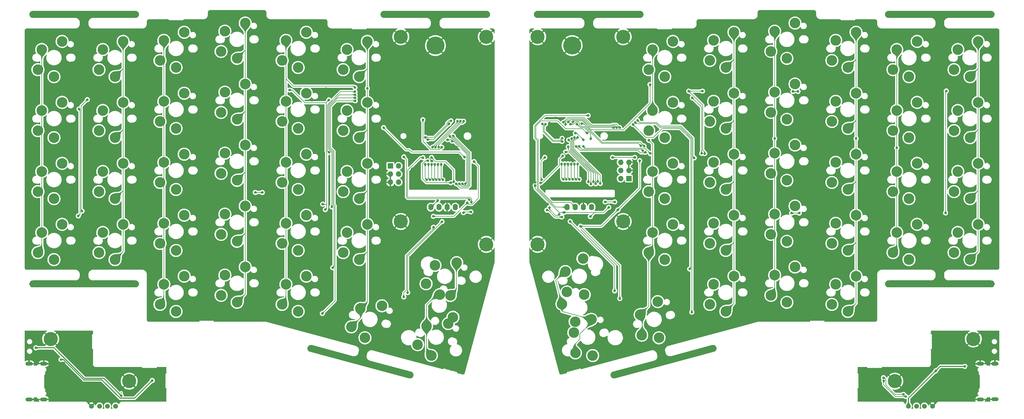
<source format=gtl>
%TF.GenerationSoftware,KiCad,Pcbnew,6.0.11-3.fc37*%
%TF.CreationDate,2023-03-28T23:22:27+01:00*%
%TF.ProjectId,ISS,4953532e-6b69-4636-9164-5f7063625858,1*%
%TF.SameCoordinates,Original*%
%TF.FileFunction,Copper,L1,Top*%
%TF.FilePolarity,Positive*%
%FSLAX46Y46*%
G04 Gerber Fmt 4.6, Leading zero omitted, Abs format (unit mm)*
G04 Created by KiCad (PCBNEW 6.0.11-3.fc37) date 2023-03-28 23:22:27*
%MOMM*%
%LPD*%
G01*
G04 APERTURE LIST*
%TA.AperFunction,ComponentPad*%
%ADD10C,5.600000*%
%TD*%
%TA.AperFunction,ComponentPad*%
%ADD11O,1.600000X2.000000*%
%TD*%
%TA.AperFunction,ComponentPad*%
%ADD12C,3.300000*%
%TD*%
%TA.AperFunction,ComponentPad*%
%ADD13C,1.500000*%
%TD*%
%TA.AperFunction,ComponentPad*%
%ADD14C,4.400000*%
%TD*%
%TA.AperFunction,ComponentPad*%
%ADD15O,2.250000X1.200000*%
%TD*%
%TA.AperFunction,ComponentPad*%
%ADD16R,1.700000X1.700000*%
%TD*%
%TA.AperFunction,ComponentPad*%
%ADD17O,1.700000X1.700000*%
%TD*%
%TA.AperFunction,ViaPad*%
%ADD18C,0.800000*%
%TD*%
%TA.AperFunction,Conductor*%
%ADD19C,0.200000*%
%TD*%
%TA.AperFunction,Conductor*%
%ADD20C,0.300000*%
%TD*%
G04 APERTURE END LIST*
D10*
%TO.P,H1,1,1*%
%TO.N,GND*%
X128575000Y-11475000D03*
%TD*%
D11*
%TO.P,J105,1,Pin_1*%
%TO.N,Net-(J105-Pad1)*%
X177305358Y-61950001D03*
%TO.P,J105,2,Pin_2*%
%TO.N,GND*%
X174765358Y-61950001D03*
%TO.P,J105,3,Pin_3*%
%TO.N,/Right /I2C1_SDA*%
X172225358Y-61950001D03*
%TO.P,J105,4,Pin_4*%
%TO.N,/Right /I2C1_SCL*%
X169685358Y-61950001D03*
%TD*%
D10*
%TO.P,H101,1,1*%
%TO.N,GND*%
X171225000Y-11475000D03*
%TD*%
D11*
%TO.P,J5,4,Pin_4*%
%TO.N,/Left/I2C1_SCL*%
X127114642Y-61950001D03*
%TO.P,J5,3,Pin_3*%
%TO.N,/Left/I2C1_SDA*%
X129654642Y-61950001D03*
%TO.P,J5,2,Pin_2*%
%TO.N,GND*%
X132194642Y-61950001D03*
%TO.P,J5,1,Pin_1*%
%TO.N,Net-(J5-Pad1)*%
X134734642Y-61950001D03*
%TD*%
D12*
%TO.P,MX_SW1,1,COL*%
%TO.N,/Left/col0*%
X5715000Y-12700000D03*
%TO.P,MX_SW1,2,ROW*%
%TO.N,Net-(CH_SW1-Pad2)*%
X12065000Y-10160000D03*
%TD*%
D13*
%TO.P,J8,1,Pin_1*%
%TO.N,/Left/DB_VCC*%
X276158568Y-124107500D03*
%TO.P,J8,2,Pin_2*%
%TO.N,/Left/SPLIT_SCL*%
X278658568Y-124107500D03*
%TO.P,J8,3,Pin_3*%
%TO.N,/Left/SPLIT_SDA*%
X281158568Y-124107500D03*
%TO.P,J8,4,Pin_4*%
%TO.N,GND*%
X283658568Y-124107500D03*
%TD*%
D12*
%TO.P,MX_SW7,1,COL*%
%TO.N,/Left/col0*%
X5715000Y-31750000D03*
%TO.P,MX_SW7,2,ROW*%
%TO.N,Net-(CH_SW7-Pad2)*%
X12065000Y-29210000D03*
%TD*%
%TO.P,CH_SW20,1,COL*%
%TO.N,Net-(CH_SW20-Pad1)*%
X23575000Y-76140000D03*
%TO.P,CH_SW20,2,ROW*%
%TO.N,/Left/col1*%
X28575000Y-78340000D03*
%TD*%
D14*
%TO.P,W103,1,1*%
%TO.N,GND*%
X160454284Y-73566746D03*
%TD*%
D12*
%TO.P,MX_SW108,1,COL*%
%TO.N,/Right /col1*%
X272523568Y-31750000D03*
%TO.P,MX_SW108,2,ROW*%
%TO.N,Net-(CH_SW108-Pad2)*%
X278873568Y-29210000D03*
%TD*%
%TO.P,MX_SW101,1,COL*%
%TO.N,Net-(CH_SW101-Pad1)*%
X291573568Y-12700000D03*
%TO.P,MX_SW101,2,ROW*%
%TO.N,/Right /col0*%
X297923568Y-10160000D03*
%TD*%
%TO.P,CH_SW6,1,COL*%
%TO.N,Net-(CH_SW6-Pad1)*%
X99775000Y-18990000D03*
%TO.P,CH_SW6,2,ROW*%
%TO.N,/Left/col5*%
X104775000Y-21190000D03*
%TD*%
D14*
%TO.P,W101,1,1*%
%TO.N,GND*%
X160454284Y-8715000D03*
%TD*%
D12*
%TO.P,MX_SW22,1,COL*%
%TO.N,Net-(CH_SW22-Pad1)*%
X62865000Y-64135000D03*
%TO.P,MX_SW22,2,ROW*%
%TO.N,/Left/col3*%
X69215000Y-61595000D03*
%TD*%
D14*
%TO.P,W104,1,1*%
%TO.N,GND*%
X187133568Y-8715000D03*
%TD*%
D12*
%TO.P,MX_SW4,1,COL*%
%TO.N,Net-(CH_SW4-Pad1)*%
X62865000Y-6985000D03*
%TO.P,MX_SW4,2,ROW*%
%TO.N,/Left/col3*%
X69215000Y-4445000D03*
%TD*%
%TO.P,MX_SW30,1,COL*%
%TO.N,/Left/col6*%
X125794018Y-99117743D03*
%TO.P,MX_SW30,2,ROW*%
%TO.N,Net-(CH_SW30-Pad1)*%
X132585047Y-98307792D03*
%TD*%
%TO.P,MX_SW23,1,COL*%
%TO.N,/Left/col4*%
X81915000Y-66992500D03*
%TO.P,MX_SW23,2,ROW*%
%TO.N,Net-(CH_SW23-Pad2)*%
X88265000Y-64452500D03*
%TD*%
%TO.P,CH_SW27,1,COL*%
%TO.N,Net-(CH_SW27-Pad1)*%
X61675000Y-89475000D03*
%TO.P,CH_SW27,2,ROW*%
%TO.N,/Left/col3*%
X66675000Y-91675000D03*
%TD*%
%TO.P,CH_SW13,1,COL*%
%TO.N,/Left/col0*%
X4525000Y-57090000D03*
%TO.P,CH_SW13,2,ROW*%
%TO.N,Net-(CH_SW13-Pad2)*%
X9525000Y-59290000D03*
%TD*%
%TO.P,CH_SW7,1,COL*%
%TO.N,/Left/col0*%
X4525000Y-38040000D03*
%TO.P,CH_SW7,2,ROW*%
%TO.N,Net-(CH_SW7-Pad2)*%
X9525000Y-40240000D03*
%TD*%
%TO.P,MX_SW21,1,COL*%
%TO.N,/Left/col2*%
X43815000Y-66992500D03*
%TO.P,MX_SW21,2,ROW*%
%TO.N,Net-(CH_SW21-Pad2)*%
X50165000Y-64452500D03*
%TD*%
D15*
%TO.P,J1,S1,SHIELD*%
%TO.N,GND*%
X298553568Y-110852501D03*
X298553568Y-122002501D03*
X303153568Y-121982501D03*
X303153568Y-110832501D03*
%TD*%
D12*
%TO.P,MX_SW129,1,COL*%
%TO.N,/Right /col5*%
X192455194Y-95543128D03*
%TO.P,MX_SW129,2,ROW*%
%TO.N,Net-(CH_SW129-Pad2)*%
X197931423Y-91446175D03*
%TD*%
%TO.P,CH_SW10,1,COL*%
%TO.N,Net-(CH_SW10-Pad1)*%
X61675000Y-32325000D03*
%TO.P,CH_SW10,2,ROW*%
%TO.N,/Left/col3*%
X66675000Y-34525000D03*
%TD*%
%TO.P,MX_SW14,1,COL*%
%TO.N,Net-(CH_SW14-Pad1)*%
X24765000Y-50800000D03*
%TO.P,MX_SW14,2,ROW*%
%TO.N,/Left/col1*%
X31115000Y-48260000D03*
%TD*%
%TO.P,MX_SW10,1,COL*%
%TO.N,Net-(CH_SW10-Pad1)*%
X62865000Y-26035000D03*
%TO.P,MX_SW10,2,ROW*%
%TO.N,/Left/col3*%
X69215000Y-23495000D03*
%TD*%
%TO.P,MX_SW31,1,COL*%
%TO.N,/Left/col6*%
X133219067Y-89542409D03*
%TO.P,MX_SW31,2,ROW*%
%TO.N,Net-(CH_SW30-Pad1)*%
X134029018Y-96333438D03*
%TD*%
%TO.P,MX_SW16,1,COL*%
%TO.N,Net-(CH_SW16-Pad1)*%
X62865000Y-45085000D03*
%TO.P,MX_SW16,2,ROW*%
%TO.N,/Left/col3*%
X69215000Y-42545000D03*
%TD*%
%TO.P,MX_SW117,1,COL*%
%TO.N,Net-(CH_SW117-Pad1)*%
X215373568Y-47942500D03*
%TO.P,MX_SW117,2,ROW*%
%TO.N,/Right /col4*%
X221723568Y-45402500D03*
%TD*%
%TO.P,MX_SW8,1,COL*%
%TO.N,Net-(CH_SW8-Pad1)*%
X24765000Y-31750000D03*
%TO.P,MX_SW8,2,ROW*%
%TO.N,/Left/col1*%
X31115000Y-29210000D03*
%TD*%
%TO.P,MX_SW24,1,COL*%
%TO.N,Net-(CH_SW24-Pad1)*%
X100965000Y-69850000D03*
%TO.P,MX_SW24,2,ROW*%
%TO.N,/Left/col5*%
X107315000Y-67310000D03*
%TD*%
%TO.P,CH_SW28,1,COL*%
%TO.N,/Left/col4*%
X80725000Y-92332500D03*
%TO.P,CH_SW28,2,ROW*%
%TO.N,Net-(CH_SW28-Pad2)*%
X85725000Y-94532500D03*
%TD*%
%TO.P,CH_SW22,1,COL*%
%TO.N,Net-(CH_SW22-Pad1)*%
X61675000Y-70425000D03*
%TO.P,CH_SW22,2,ROW*%
%TO.N,/Left/col3*%
X66675000Y-72625000D03*
%TD*%
%TO.P,CH_SW21,1,COL*%
%TO.N,/Left/col2*%
X42625000Y-73282500D03*
%TO.P,CH_SW21,2,ROW*%
%TO.N,Net-(CH_SW21-Pad2)*%
X47625000Y-75482500D03*
%TD*%
%TO.P,MX_SW25,1,COL*%
%TO.N,Net-(CH_SW25-Pad1)*%
X128424410Y-80100543D03*
%TO.P,MX_SW25,2,ROW*%
%TO.N,/Left/col6*%
X135215439Y-79290592D03*
%TD*%
%TO.P,CH_SW102,1,COL*%
%TO.N,/Right /col1*%
X271333568Y-18990000D03*
%TO.P,CH_SW102,2,ROW*%
%TO.N,Net-(CH_SW102-Pad2)*%
X276333568Y-21190000D03*
%TD*%
%TO.P,CH_SW9,1,COL*%
%TO.N,/Left/col2*%
X42625000Y-35182500D03*
%TO.P,CH_SW9,2,ROW*%
%TO.N,Net-(CH_SW9-Pad2)*%
X47625000Y-37382500D03*
%TD*%
%TO.P,MX_SW3,1,COL*%
%TO.N,/Left/col2*%
X43815000Y-9842500D03*
%TO.P,MX_SW3,2,ROW*%
%TO.N,Net-(CH_SW3-Pad2)*%
X50165000Y-7302500D03*
%TD*%
%TO.P,CH_SW3,1,COL*%
%TO.N,/Left/col2*%
X42625000Y-16132500D03*
%TO.P,CH_SW3,2,ROW*%
%TO.N,Net-(CH_SW3-Pad2)*%
X47625000Y-18332500D03*
%TD*%
%TO.P,MX_SW110,1,COL*%
%TO.N,/Right /col3*%
X234423568Y-26035000D03*
%TO.P,MX_SW110,2,ROW*%
%TO.N,Net-(CH_SW110-Pad2)*%
X240773568Y-23495000D03*
%TD*%
%TO.P,MX_SW17,1,COL*%
%TO.N,/Left/col4*%
X81915000Y-47942500D03*
%TO.P,MX_SW17,2,ROW*%
%TO.N,Net-(CH_SW17-Pad2)*%
X88265000Y-45402500D03*
%TD*%
%TO.P,CH_SW8,1,COL*%
%TO.N,Net-(CH_SW8-Pad1)*%
X23575000Y-38040000D03*
%TO.P,CH_SW8,2,ROW*%
%TO.N,/Left/col1*%
X28575000Y-40240000D03*
%TD*%
%TO.P,MX_SW28,1,COL*%
%TO.N,/Left/col4*%
X81915000Y-86042500D03*
%TO.P,MX_SW28,2,ROW*%
%TO.N,Net-(CH_SW28-Pad2)*%
X88265000Y-83502500D03*
%TD*%
%TO.P,CH_SW30,1,COL*%
%TO.N,Net-(CH_SW30-Pad1)*%
X123016594Y-104885422D03*
%TO.P,CH_SW30,2,ROW*%
%TO.N,/Left/col6*%
X127276822Y-108304554D03*
%TD*%
%TO.P,MX_SW13,1,COL*%
%TO.N,/Left/col0*%
X5715000Y-50800000D03*
%TO.P,MX_SW13,2,ROW*%
%TO.N,Net-(CH_SW13-Pad2)*%
X12065000Y-48260000D03*
%TD*%
%TO.P,MX_SW114,1,COL*%
%TO.N,/Right /col1*%
X272523568Y-50800000D03*
%TO.P,MX_SW114,2,ROW*%
%TO.N,Net-(CH_SW114-Pad2)*%
X278873568Y-48260000D03*
%TD*%
D14*
%TO.P,W3,1,1*%
%TO.N,GND*%
X117775000Y-66418053D03*
%TD*%
D12*
%TO.P,MX_SW118,1,COL*%
%TO.N,/Right /col5*%
X196323568Y-50800000D03*
%TO.P,MX_SW118,2,ROW*%
%TO.N,Net-(CH_SW118-Pad2)*%
X202673568Y-48260000D03*
%TD*%
%TO.P,CH_SW114,1,COL*%
%TO.N,/Right /col1*%
X271333568Y-57090000D03*
%TO.P,CH_SW114,2,ROW*%
%TO.N,Net-(CH_SW114-Pad2)*%
X276333568Y-59290000D03*
%TD*%
%TO.P,MX_SW106,1,COL*%
%TO.N,/Right /col5*%
X196323568Y-12700000D03*
%TO.P,MX_SW106,2,ROW*%
%TO.N,Net-(CH_SW106-Pad2)*%
X202673568Y-10160000D03*
%TD*%
%TO.P,MX_SW11,1,COL*%
%TO.N,/Left/col4*%
X81915000Y-28892500D03*
%TO.P,MX_SW11,2,ROW*%
%TO.N,Net-(CH_SW11-Pad2)*%
X88265000Y-26352500D03*
%TD*%
%TO.P,CH_SW16,1,COL*%
%TO.N,Net-(CH_SW16-Pad1)*%
X61675000Y-51375000D03*
%TO.P,CH_SW16,2,ROW*%
%TO.N,/Left/col3*%
X66675000Y-53575000D03*
%TD*%
%TO.P,CH_SW5,1,COL*%
%TO.N,/Left/col4*%
X80725000Y-16132500D03*
%TO.P,CH_SW5,2,ROW*%
%TO.N,Net-(CH_SW5-Pad2)*%
X85725000Y-18332500D03*
%TD*%
%TO.P,MX_SW112,1,COL*%
%TO.N,/Right /col5*%
X196323568Y-31750000D03*
%TO.P,MX_SW112,2,ROW*%
%TO.N,Net-(CH_SW112-Pad2)*%
X202673568Y-29210000D03*
%TD*%
%TO.P,CH_SW12,1,COL*%
%TO.N,Net-(CH_SW12-Pad1)*%
X99775000Y-38040000D03*
%TO.P,CH_SW12,2,ROW*%
%TO.N,/Left/col5*%
X104775000Y-40240000D03*
%TD*%
%TO.P,CH_SW24,1,COL*%
%TO.N,Net-(CH_SW24-Pad1)*%
X99775000Y-76140000D03*
%TO.P,CH_SW24,2,ROW*%
%TO.N,/Left/col5*%
X104775000Y-78340000D03*
%TD*%
%TO.P,MX_SW9,1,COL*%
%TO.N,/Left/col2*%
X43815000Y-28892500D03*
%TO.P,MX_SW9,2,ROW*%
%TO.N,Net-(CH_SW9-Pad2)*%
X50165000Y-26352500D03*
%TD*%
%TO.P,MX_SW121,1,COL*%
%TO.N,Net-(CH_SW121-Pad1)*%
X253473568Y-66992500D03*
%TO.P,MX_SW121,2,ROW*%
%TO.N,/Right /col2*%
X259823568Y-64452500D03*
%TD*%
%TO.P,MX_SW130,1,COL*%
%TO.N,Net-(CH_SW130-Pad2)*%
X171754196Y-101089944D03*
%TO.P,MX_SW130,2,ROW*%
%TO.N,/Right /col6*%
X177230425Y-96992991D03*
%TD*%
%TO.P,MX_SW119,1,COL*%
%TO.N,Net-(CH_SW119-Pad1)*%
X291573568Y-69850000D03*
%TO.P,MX_SW119,2,ROW*%
%TO.N,/Right /col0*%
X297923568Y-67310000D03*
%TD*%
%TO.P,MX_SW26,1,COL*%
%TO.N,/Left/col2*%
X43815000Y-86042500D03*
%TO.P,MX_SW26,2,ROW*%
%TO.N,Net-(CH_SW26-Pad2)*%
X50165000Y-83502500D03*
%TD*%
%TO.P,CH_SW104,1,COL*%
%TO.N,/Right /col3*%
X233233568Y-13275000D03*
%TO.P,CH_SW104,2,ROW*%
%TO.N,Net-(CH_SW104-Pad2)*%
X238233568Y-15475000D03*
%TD*%
%TO.P,MX_SW116,1,COL*%
%TO.N,/Right /col3*%
X234423568Y-45085000D03*
%TO.P,MX_SW116,2,ROW*%
%TO.N,Net-(CH_SW116-Pad2)*%
X240773568Y-42545000D03*
%TD*%
%TO.P,MX_SW127,1,COL*%
%TO.N,/Right /col3*%
X234423568Y-83185000D03*
%TO.P,MX_SW127,2,ROW*%
%TO.N,Net-(CH_SW127-Pad2)*%
X240773568Y-80645000D03*
%TD*%
%TO.P,MX_SW19,1,COL*%
%TO.N,/Left/col0*%
X5715000Y-69850000D03*
%TO.P,MX_SW19,2,ROW*%
%TO.N,Net-(CH_SW19-Pad2)*%
X12065000Y-67310000D03*
%TD*%
%TO.P,CH_SW123,1,COL*%
%TO.N,Net-(CH_SW123-Pad1)*%
X214183568Y-73282500D03*
%TO.P,CH_SW123,2,ROW*%
%TO.N,/Right /col4*%
X219183568Y-75482500D03*
%TD*%
%TO.P,MX_SW120,1,COL*%
%TO.N,/Right /col1*%
X272523568Y-69850000D03*
%TO.P,MX_SW120,2,ROW*%
%TO.N,Net-(CH_SW120-Pad2)*%
X278873568Y-67310000D03*
%TD*%
%TO.P,MX_SW18,1,COL*%
%TO.N,Net-(CH_SW18-Pad1)*%
X100965000Y-50800000D03*
%TO.P,MX_SW18,2,ROW*%
%TO.N,/Left/col5*%
X107315000Y-48260000D03*
%TD*%
%TO.P,CH_SW23,1,COL*%
%TO.N,/Left/col4*%
X80725000Y-73282500D03*
%TO.P,CH_SW23,2,ROW*%
%TO.N,Net-(CH_SW23-Pad2)*%
X85725000Y-75482500D03*
%TD*%
%TO.P,CH_SW103,1,COL*%
%TO.N,Net-(CH_SW103-Pad1)*%
X252283568Y-16132500D03*
%TO.P,CH_SW103,2,ROW*%
%TO.N,/Right /col2*%
X257283568Y-18332500D03*
%TD*%
%TO.P,CH_SW15,1,COL*%
%TO.N,/Left/col2*%
X42625000Y-54232500D03*
%TO.P,CH_SW15,2,ROW*%
%TO.N,Net-(CH_SW15-Pad2)*%
X47625000Y-56432500D03*
%TD*%
%TO.P,MX_SW113,1,COL*%
%TO.N,Net-(CH_SW113-Pad1)*%
X291573568Y-50800000D03*
%TO.P,MX_SW113,2,ROW*%
%TO.N,/Right /col0*%
X297923568Y-48260000D03*
%TD*%
D16*
%TO.P,J4,1,Pin_1*%
%TO.N,/Left/vbus*%
X114510000Y-49075000D03*
D17*
%TO.P,J4,2,Pin_2*%
%TO.N,/Left/DEBUG1*%
X117050000Y-49075000D03*
%TO.P,J4,3,Pin_3*%
%TO.N,GND*%
X114510000Y-51615000D03*
%TO.P,J4,4,Pin_4*%
%TO.N,/Left/DEBUG2*%
X117050000Y-51615000D03*
%TO.P,J4,5,Pin_5*%
%TO.N,GND*%
X114510000Y-54155000D03*
%TO.P,J4,6,Pin_6*%
%TO.N,/Left/DEBUG3*%
X117050000Y-54155000D03*
%TD*%
D12*
%TO.P,CH_SW106,1,COL*%
%TO.N,/Right /col5*%
X195133568Y-18990000D03*
%TO.P,CH_SW106,2,ROW*%
%TO.N,Net-(CH_SW106-Pad2)*%
X200133568Y-21190000D03*
%TD*%
%TO.P,CH_SW4,1,COL*%
%TO.N,Net-(CH_SW4-Pad1)*%
X61675000Y-13275000D03*
%TO.P,CH_SW4,2,ROW*%
%TO.N,/Left/col3*%
X66675000Y-15475000D03*
%TD*%
%TO.P,MX_SW111,1,COL*%
%TO.N,Net-(CH_SW111-Pad1)*%
X215373568Y-28892500D03*
%TO.P,MX_SW111,2,ROW*%
%TO.N,/Right /col4*%
X221723568Y-26352500D03*
%TD*%
%TO.P,CH_SW116,1,COL*%
%TO.N,/Right /col3*%
X233233568Y-51375000D03*
%TO.P,CH_SW116,2,ROW*%
%TO.N,Net-(CH_SW116-Pad2)*%
X238233568Y-53575000D03*
%TD*%
%TO.P,CH_SW115,1,COL*%
%TO.N,Net-(CH_SW115-Pad1)*%
X252283568Y-54232500D03*
%TO.P,CH_SW115,2,ROW*%
%TO.N,/Right /col2*%
X257283568Y-56432500D03*
%TD*%
%TO.P,CH_SW117,1,COL*%
%TO.N,Net-(CH_SW117-Pad1)*%
X214183568Y-54232500D03*
%TO.P,CH_SW117,2,ROW*%
%TO.N,/Right /col4*%
X219183568Y-56432500D03*
%TD*%
%TO.P,MX_SW27,1,COL*%
%TO.N,Net-(CH_SW27-Pad1)*%
X62865000Y-83185000D03*
%TO.P,MX_SW27,2,ROW*%
%TO.N,/Left/col3*%
X69215000Y-80645000D03*
%TD*%
%TO.P,MX_SW15,1,COL*%
%TO.N,/Left/col2*%
X43815000Y-47942500D03*
%TO.P,MX_SW15,2,ROW*%
%TO.N,Net-(CH_SW15-Pad2)*%
X50165000Y-45402500D03*
%TD*%
%TO.P,CH_SW1,1,COL*%
%TO.N,/Left/col0*%
X4525000Y-18990000D03*
%TO.P,CH_SW1,2,ROW*%
%TO.N,Net-(CH_SW1-Pad2)*%
X9525000Y-21190000D03*
%TD*%
%TO.P,MX_SW12,1,COL*%
%TO.N,Net-(CH_SW12-Pad1)*%
X100965000Y-31750000D03*
%TO.P,MX_SW12,2,ROW*%
%TO.N,/Left/col5*%
X107315000Y-29210000D03*
%TD*%
D16*
%TO.P,J103,1,Pin_1*%
%TO.N,/Right /vbus*%
X188908568Y-53000000D03*
D17*
%TO.P,J103,2,Pin_2*%
%TO.N,/Right /DEBUG1*%
X186368568Y-53000000D03*
%TO.P,J103,3,Pin_3*%
%TO.N,GND*%
X188908568Y-50460000D03*
%TO.P,J103,4,Pin_4*%
%TO.N,/Right /DEBUG2*%
X186368568Y-50460000D03*
%TO.P,J103,5,Pin_5*%
%TO.N,GND*%
X188908568Y-47920000D03*
%TO.P,J103,6,Pin_6*%
%TO.N,/Right /DEBUG3*%
X186368568Y-47920000D03*
%TD*%
D15*
%TO.P,J101,S1,SHIELD*%
%TO.N,GND*%
X6355000Y-122002501D03*
X1755000Y-122022501D03*
X1755000Y-110872501D03*
X6355000Y-110852501D03*
%TD*%
D12*
%TO.P,CH_SW130,1,COL*%
%TO.N,/Right /col6*%
X172232716Y-107473612D03*
%TO.P,CH_SW130,2,ROW*%
%TO.N,Net-(CH_SW130-Pad2)*%
X177631747Y-108304554D03*
%TD*%
%TO.P,CH_SW29,1,COL*%
%TO.N,/Left/col5*%
X102315596Y-99338606D03*
%TO.P,CH_SW29,2,ROW*%
%TO.N,Net-(CH_SW29-Pad2)*%
X106575824Y-102757738D03*
%TD*%
%TO.P,CH_SW18,1,COL*%
%TO.N,Net-(CH_SW18-Pad1)*%
X99775000Y-57090000D03*
%TO.P,CH_SW18,2,ROW*%
%TO.N,/Left/col5*%
X104775000Y-59290000D03*
%TD*%
D14*
%TO.P,W1,1,1*%
%TO.N,GND*%
X117775000Y-8715000D03*
%TD*%
D12*
%TO.P,MX_SW115,1,COL*%
%TO.N,Net-(CH_SW115-Pad1)*%
X253473568Y-47942500D03*
%TO.P,MX_SW115,2,ROW*%
%TO.N,/Right /col2*%
X259823568Y-45402500D03*
%TD*%
%TO.P,MX_SW104,1,COL*%
%TO.N,/Right /col3*%
X234423568Y-6985000D03*
%TO.P,MX_SW104,2,ROW*%
%TO.N,Net-(CH_SW104-Pad2)*%
X240773568Y-4445000D03*
%TD*%
%TO.P,MX_SW102,1,COL*%
%TO.N,/Right /col1*%
X272523568Y-12700000D03*
%TO.P,MX_SW102,2,ROW*%
%TO.N,Net-(CH_SW102-Pad2)*%
X278873568Y-10160000D03*
%TD*%
%TO.P,CH_SW17,1,COL*%
%TO.N,/Left/col4*%
X80725000Y-54232500D03*
%TO.P,CH_SW17,2,ROW*%
%TO.N,Net-(CH_SW17-Pad2)*%
X85725000Y-56432500D03*
%TD*%
%TO.P,CH_SW11,1,COL*%
%TO.N,/Left/col4*%
X80725000Y-35182500D03*
%TO.P,CH_SW11,2,ROW*%
%TO.N,Net-(CH_SW11-Pad2)*%
X85725000Y-37382500D03*
%TD*%
D14*
%TO.P,W2,1,1*%
%TO.N,GND*%
X144454284Y-8715000D03*
%TD*%
D12*
%TO.P,MX_SW105,1,COL*%
%TO.N,Net-(CH_SW105-Pad1)*%
X215373568Y-9842500D03*
%TO.P,MX_SW105,2,ROW*%
%TO.N,/Right /col4*%
X221723568Y-7302500D03*
%TD*%
%TO.P,MX_SW122,1,COL*%
%TO.N,/Right /col3*%
X234423568Y-64135000D03*
%TO.P,MX_SW122,2,ROW*%
%TO.N,Net-(CH_SW122-Pad2)*%
X240773568Y-61595000D03*
%TD*%
%TO.P,CH_SW111,1,COL*%
%TO.N,Net-(CH_SW111-Pad1)*%
X214183568Y-35182500D03*
%TO.P,CH_SW111,2,ROW*%
%TO.N,/Right /col4*%
X219183568Y-37382500D03*
%TD*%
D14*
%TO.P,M102,1,1*%
%TO.N,GND*%
X8500000Y-103107500D03*
%TD*%
D12*
%TO.P,MX_SW107,1,COL*%
%TO.N,Net-(CH_SW107-Pad1)*%
X291573568Y-31750000D03*
%TO.P,MX_SW107,2,ROW*%
%TO.N,/Right /col0*%
X297923568Y-29210000D03*
%TD*%
D14*
%TO.P,W102,1,1*%
%TO.N,GND*%
X187133568Y-66418053D03*
%TD*%
D12*
%TO.P,CH_SW105,1,COL*%
%TO.N,Net-(CH_SW105-Pad1)*%
X214183568Y-16132500D03*
%TO.P,CH_SW105,2,ROW*%
%TO.N,/Right /col4*%
X219183568Y-18332500D03*
%TD*%
%TO.P,CH_SW2,1,COL*%
%TO.N,Net-(CH_SW2-Pad1)*%
X23575000Y-18990000D03*
%TO.P,CH_SW2,2,ROW*%
%TO.N,/Left/col1*%
X28575000Y-21190000D03*
%TD*%
%TO.P,CH_SW120,1,COL*%
%TO.N,/Right /col1*%
X271333568Y-76140000D03*
%TO.P,CH_SW120,2,ROW*%
%TO.N,Net-(CH_SW120-Pad2)*%
X276333568Y-78340000D03*
%TD*%
%TO.P,CH_SW101,1,COL*%
%TO.N,Net-(CH_SW101-Pad1)*%
X290383568Y-18990000D03*
%TO.P,CH_SW101,2,ROW*%
%TO.N,/Right /col0*%
X295383568Y-21190000D03*
%TD*%
%TO.P,MX_SW131,1,COL*%
%TO.N,Net-(CH_SW130-Pad2)*%
X172159171Y-97694429D03*
%TO.P,MX_SW131,2,ROW*%
%TO.N,/Right /col6*%
X168062218Y-92218200D03*
%TD*%
%TO.P,CH_SW113,1,COL*%
%TO.N,Net-(CH_SW113-Pad1)*%
X290383568Y-57090000D03*
%TO.P,CH_SW113,2,ROW*%
%TO.N,/Right /col0*%
X295383568Y-59290000D03*
%TD*%
%TO.P,CH_SW14,1,COL*%
%TO.N,Net-(CH_SW14-Pad1)*%
X23575000Y-57090000D03*
%TO.P,CH_SW14,2,ROW*%
%TO.N,/Left/col1*%
X28575000Y-59290000D03*
%TD*%
%TO.P,MX_SW6,1,COL*%
%TO.N,Net-(CH_SW6-Pad1)*%
X100965000Y-12700000D03*
%TO.P,MX_SW6,2,ROW*%
%TO.N,/Left/col5*%
X107315000Y-10160000D03*
%TD*%
%TO.P,CH_SW125,1,COL*%
%TO.N,/Right /col6*%
X169602324Y-88456412D03*
%TO.P,CH_SW125,2,ROW*%
%TO.N,Net-(CH_SW125-Pad2)*%
X175001355Y-89287354D03*
%TD*%
%TO.P,CH_SW124,1,COL*%
%TO.N,/Right /col5*%
X195133568Y-76140000D03*
%TO.P,CH_SW124,2,ROW*%
%TO.N,Net-(CH_SW124-Pad2)*%
X200133568Y-78340000D03*
%TD*%
%TO.P,CH_SW118,1,COL*%
%TO.N,/Right /col5*%
X195133568Y-57090000D03*
%TO.P,CH_SW118,2,ROW*%
%TO.N,Net-(CH_SW118-Pad2)*%
X200133568Y-59290000D03*
%TD*%
%TO.P,MX_SW123,1,COL*%
%TO.N,Net-(CH_SW123-Pad1)*%
X215373568Y-66992500D03*
%TO.P,MX_SW123,2,ROW*%
%TO.N,/Right /col4*%
X221723568Y-64452500D03*
%TD*%
%TO.P,MX_SW109,1,COL*%
%TO.N,Net-(CH_SW109-Pad1)*%
X253473568Y-28892500D03*
%TO.P,MX_SW109,2,ROW*%
%TO.N,/Right /col2*%
X259823568Y-26352500D03*
%TD*%
%TO.P,CH_SW110,1,COL*%
%TO.N,/Right /col3*%
X233233568Y-32325000D03*
%TO.P,CH_SW110,2,ROW*%
%TO.N,Net-(CH_SW110-Pad2)*%
X238233568Y-34525000D03*
%TD*%
%TO.P,CH_SW19,1,COL*%
%TO.N,/Left/col0*%
X4525000Y-76140000D03*
%TO.P,CH_SW19,2,ROW*%
%TO.N,Net-(CH_SW19-Pad2)*%
X9525000Y-78340000D03*
%TD*%
D13*
%TO.P,J107,1,Pin_1*%
%TO.N,GND*%
X21250000Y-124107500D03*
%TO.P,J107,2,Pin_2*%
%TO.N,/Right /SPLIT_SDA*%
X23750000Y-124107500D03*
%TO.P,J107,3,Pin_3*%
%TO.N,/Right /SPLIT_SCL*%
X26250000Y-124107500D03*
%TO.P,J107,4,Pin_4*%
%TO.N,/Right /DB_VCC*%
X28750000Y-124107500D03*
%TD*%
D12*
%TO.P,CH_SW112,1,COL*%
%TO.N,/Right /col5*%
X195133568Y-38040000D03*
%TO.P,CH_SW112,2,ROW*%
%TO.N,Net-(CH_SW112-Pad2)*%
X200133568Y-40240000D03*
%TD*%
%TO.P,MX_SW126,1,COL*%
%TO.N,Net-(CH_SW126-Pad1)*%
X253473568Y-86042500D03*
%TO.P,MX_SW126,2,ROW*%
%TO.N,/Right /col2*%
X259823568Y-83502500D03*
%TD*%
%TO.P,CH_SW126,1,COL*%
%TO.N,Net-(CH_SW126-Pad1)*%
X252283568Y-92332500D03*
%TO.P,CH_SW126,2,ROW*%
%TO.N,/Right /col2*%
X257283568Y-94532500D03*
%TD*%
%TO.P,MX_SW128,1,COL*%
%TO.N,Net-(CH_SW128-Pad1)*%
X215373568Y-86042500D03*
%TO.P,MX_SW128,2,ROW*%
%TO.N,/Right /col4*%
X221723568Y-83502500D03*
%TD*%
%TO.P,MX_SW125,1,COL*%
%TO.N,/Right /col6*%
X169123804Y-82072744D03*
%TO.P,MX_SW125,2,ROW*%
%TO.N,Net-(CH_SW125-Pad2)*%
X174600033Y-77975791D03*
%TD*%
%TO.P,MX_SW5,1,COL*%
%TO.N,/Left/col4*%
X81915000Y-9842500D03*
%TO.P,MX_SW5,2,ROW*%
%TO.N,Net-(CH_SW5-Pad2)*%
X88265000Y-7302500D03*
%TD*%
%TO.P,MX_SW20,1,COL*%
%TO.N,Net-(CH_SW20-Pad1)*%
X24765000Y-69850000D03*
%TO.P,MX_SW20,2,ROW*%
%TO.N,/Left/col1*%
X31115000Y-67310000D03*
%TD*%
%TO.P,CH_SW119,1,COL*%
%TO.N,Net-(CH_SW119-Pad1)*%
X290383568Y-76140000D03*
%TO.P,CH_SW119,2,ROW*%
%TO.N,/Right /col0*%
X295383568Y-78340000D03*
%TD*%
%TO.P,CH_SW109,1,COL*%
%TO.N,Net-(CH_SW109-Pad1)*%
X252283568Y-35182500D03*
%TO.P,CH_SW109,2,ROW*%
%TO.N,/Right /col2*%
X257283568Y-37382500D03*
%TD*%
D14*
%TO.P,M103,1,1*%
%TO.N,GND*%
X33000000Y-116307500D03*
%TD*%
D12*
%TO.P,CH_SW121,1,COL*%
%TO.N,Net-(CH_SW121-Pad1)*%
X252283568Y-73282500D03*
%TO.P,CH_SW121,2,ROW*%
%TO.N,/Right /col2*%
X257283568Y-75482500D03*
%TD*%
D14*
%TO.P,M2,1,1*%
%TO.N,GND*%
X296408568Y-103107500D03*
%TD*%
D12*
%TO.P,CH_SW107,1,COL*%
%TO.N,Net-(CH_SW107-Pad1)*%
X290383568Y-38040000D03*
%TO.P,CH_SW107,2,ROW*%
%TO.N,/Right /col0*%
X295383568Y-40240000D03*
%TD*%
%TO.P,CH_SW128,1,COL*%
%TO.N,Net-(CH_SW128-Pad1)*%
X214183568Y-92332500D03*
%TO.P,CH_SW128,2,ROW*%
%TO.N,/Right /col4*%
X219183568Y-94532500D03*
%TD*%
%TO.P,MX_SW29,1,COL*%
%TO.N,/Left/col5*%
X105093020Y-93570927D03*
%TO.P,MX_SW29,2,ROW*%
%TO.N,Net-(CH_SW29-Pad2)*%
X111884049Y-92760976D03*
%TD*%
%TO.P,MX_SW124,1,COL*%
%TO.N,/Right /col5*%
X196323568Y-69850000D03*
%TO.P,MX_SW124,2,ROW*%
%TO.N,Net-(CH_SW124-Pad2)*%
X202673568Y-67310000D03*
%TD*%
D14*
%TO.P,W4,1,1*%
%TO.N,GND*%
X144454284Y-73566746D03*
%TD*%
D12*
%TO.P,MX_SW103,1,COL*%
%TO.N,Net-(CH_SW103-Pad1)*%
X253473568Y-9842500D03*
%TO.P,MX_SW103,2,ROW*%
%TO.N,/Right /col2*%
X259823568Y-7302500D03*
%TD*%
%TO.P,CH_SW26,1,COL*%
%TO.N,/Left/col2*%
X42625000Y-92332500D03*
%TO.P,CH_SW26,2,ROW*%
%TO.N,Net-(CH_SW26-Pad2)*%
X47625000Y-94532500D03*
%TD*%
%TO.P,CH_SW25,1,COL*%
%TO.N,Net-(CH_SW25-Pad1)*%
X125646987Y-85868223D03*
%TO.P,CH_SW25,2,ROW*%
%TO.N,/Left/col6*%
X129907215Y-89287355D03*
%TD*%
%TO.P,CH_SW129,1,COL*%
%TO.N,/Right /col5*%
X192933714Y-101926796D03*
%TO.P,CH_SW129,2,ROW*%
%TO.N,Net-(CH_SW129-Pad2)*%
X198332745Y-102757738D03*
%TD*%
%TO.P,CH_SW122,1,COL*%
%TO.N,/Right /col3*%
X233233568Y-70425000D03*
%TO.P,CH_SW122,2,ROW*%
%TO.N,Net-(CH_SW122-Pad2)*%
X238233568Y-72625000D03*
%TD*%
D14*
%TO.P,M3,1,1*%
%TO.N,GND*%
X271908568Y-116307500D03*
%TD*%
D12*
%TO.P,CH_SW127,1,COL*%
%TO.N,/Right /col3*%
X233233568Y-89475000D03*
%TO.P,CH_SW127,2,ROW*%
%TO.N,Net-(CH_SW127-Pad2)*%
X238233568Y-91675000D03*
%TD*%
%TO.P,CH_SW108,1,COL*%
%TO.N,/Right /col1*%
X271333568Y-38040000D03*
%TO.P,CH_SW108,2,ROW*%
%TO.N,Net-(CH_SW108-Pad2)*%
X276333568Y-40240000D03*
%TD*%
%TO.P,MX_SW2,1,COL*%
%TO.N,Net-(CH_SW2-Pad1)*%
X24765000Y-12700000D03*
%TO.P,MX_SW2,2,ROW*%
%TO.N,/Left/col1*%
X31115000Y-10160000D03*
%TD*%
D18*
%TO.N,GND*%
X28450000Y-47457500D03*
X238275000Y-62817500D03*
X238275000Y-43767500D03*
X94400000Y-24900000D03*
X70500000Y-56900000D03*
X251400000Y-23900000D03*
X264800000Y-113950000D03*
X207000000Y-77800000D03*
X185708568Y-107700000D03*
X9350000Y-9975000D03*
X250400000Y-38800000D03*
X281200000Y-63600000D03*
X40200000Y-117600000D03*
X166917136Y-66739272D03*
X164108568Y-35650000D03*
X276800000Y-69200000D03*
X247000000Y-60100000D03*
X57150000Y-60721875D03*
X121046875Y-92471875D03*
X9400000Y-47457500D03*
X162658568Y-48250000D03*
X66500000Y-4260000D03*
X165943926Y-48276628D03*
X59531250Y-19050000D03*
X191500000Y-40400000D03*
X230308568Y-79200000D03*
X197900000Y-37700000D03*
X265800000Y-38900000D03*
X66550000Y-79842500D03*
X10450000Y-111500000D03*
X208808568Y-98600000D03*
X181243926Y-50776628D03*
X85328125Y-25400000D03*
X219225000Y-46625000D03*
X85600000Y-82700000D03*
X131950000Y-53650000D03*
X85550000Y-7117500D03*
X127100000Y-41900000D03*
X185700000Y-39575000D03*
X250600000Y-76800000D03*
X166100000Y-34100000D03*
X159658068Y-54205287D03*
X17065625Y-25796875D03*
X282300000Y-22600000D03*
X120400000Y-46800000D03*
X136100000Y-51400000D03*
X183175000Y-45250000D03*
X219225000Y-65675000D03*
X118525000Y-37650000D03*
X136425000Y-39475000D03*
X51593750Y-28575000D03*
X89296875Y-30559375D03*
X241500000Y-27200000D03*
X282200000Y-61000000D03*
X257325000Y-46625000D03*
X273500000Y-78100000D03*
X251100000Y-60700000D03*
X85600000Y-44600000D03*
X137458568Y-67225000D03*
X265000000Y-60900000D03*
X178208568Y-90800000D03*
X70643750Y-25717500D03*
X45000000Y-94000000D03*
X12675000Y-110700000D03*
X192800000Y-33900000D03*
X66550000Y-41742500D03*
X163508568Y-66975000D03*
X211100000Y-69300000D03*
X1587500Y-7937500D03*
X19843750Y-66278125D03*
X126250000Y-64900000D03*
X127750000Y-38975000D03*
X246800000Y-36200000D03*
X206250000Y-83025000D03*
X28400000Y-9975000D03*
X191900000Y-45500000D03*
X167908568Y-43400000D03*
X36300000Y-115900000D03*
X237900000Y-22400000D03*
X15750000Y-63550000D03*
X140400000Y-51300000D03*
X203400000Y-69800000D03*
X238275000Y-81867500D03*
X278200000Y-37600000D03*
X281900000Y-25400000D03*
X140300000Y-45400000D03*
X132050000Y-55175000D03*
X47500000Y-44600000D03*
X197350000Y-41175000D03*
X84500000Y-27800000D03*
X171404823Y-47600700D03*
X248316170Y-24905390D03*
X179600000Y-39100000D03*
X135200000Y-46500000D03*
X135150000Y-43225000D03*
X189608568Y-98600000D03*
X40100000Y-114700000D03*
X176700000Y-47600000D03*
X200208568Y-93400000D03*
X184000000Y-61550000D03*
X104800000Y-29700000D03*
X219225000Y-84725000D03*
X90090625Y-28575000D03*
X112800000Y-28050000D03*
X19875000Y-113750000D03*
X294800000Y-112050000D03*
X211900000Y-26800000D03*
X211608568Y-94800000D03*
X95646875Y-66278125D03*
X210500000Y-51200000D03*
X47500000Y-82700000D03*
X163508568Y-61000000D03*
X246600000Y-74100000D03*
X127475000Y-47525000D03*
X121260000Y-49960000D03*
X285100000Y-28700000D03*
X47450000Y-7117500D03*
X191808568Y-86900000D03*
X18275000Y-119325000D03*
X262600000Y-77000000D03*
X264800000Y-116450000D03*
X115175000Y-41450000D03*
X207400000Y-63900000D03*
X60200000Y-56900000D03*
X282000000Y-79900000D03*
X77600000Y-43400000D03*
X13150000Y-114600000D03*
X266500000Y-23800000D03*
X131100000Y-35000000D03*
X104600000Y-9975000D03*
X165008568Y-59400000D03*
X185400000Y-56800000D03*
X205600000Y-22700000D03*
X7650000Y-120750000D03*
X120500000Y-36049500D03*
X140255741Y-64272173D03*
X188108568Y-88300000D03*
X286800000Y-28100000D03*
X282178125Y-41671875D03*
X241500000Y-65000000D03*
X223208568Y-86200000D03*
%TO.N,Net-(C11-Pad2)*%
X130364642Y-48540874D03*
X130864642Y-53390874D03*
%TO.N,Net-(C13-Pad2)*%
X129864642Y-53390874D03*
X129364642Y-48540874D03*
%TO.N,Net-(C14-Pad2)*%
X128864642Y-53390874D03*
X128364642Y-48540874D03*
%TO.N,Net-(C15-Pad2)*%
X127364642Y-48540874D03*
X127864642Y-53390875D03*
%TO.N,Net-(C16-Pad2)*%
X126864642Y-53390874D03*
X126364642Y-48540874D03*
%TO.N,Net-(C17-Pad2)*%
X125364642Y-48540874D03*
X125864642Y-53390874D03*
%TO.N,/Left/3.3v*%
X127908568Y-64800000D03*
X137659886Y-46324295D03*
X138500000Y-60600000D03*
X140600000Y-47700000D03*
X112400000Y-37100000D03*
%TO.N,/Left/col5*%
X107315000Y-24827404D03*
%TO.N,/Left/col0*%
X137353828Y-35100659D03*
X129575000Y-43225000D03*
%TO.N,/Left/col2*%
X127650908Y-43227914D03*
X135455882Y-35045733D03*
%TO.N,/Left/col4*%
X103450000Y-24550500D03*
%TO.N,/Left/col1*%
X136404397Y-35089036D03*
X128600000Y-43200000D03*
%TO.N,/Left/row1*%
X103469423Y-25877414D03*
X95365734Y-44834266D03*
%TO.N,/Left/row2*%
X103487080Y-26826752D03*
X96225000Y-61850000D03*
%TO.N,/Left/row4*%
X103525000Y-28725000D03*
X93275000Y-95150000D03*
%TO.N,/Left/row3*%
X103525000Y-27775497D03*
X96500000Y-80875000D03*
%TO.N,/Left/vbus*%
X139190734Y-59609266D03*
X118710000Y-46250000D03*
%TO.N,/Left/vbat*%
X139800000Y-60400000D03*
X124683778Y-46483778D03*
%TO.N,/Left/I2C1_SDA*%
X139633568Y-63425000D03*
X132821766Y-35871766D03*
X126125000Y-40800000D03*
X137300500Y-63675000D03*
%TO.N,Net-(UG1-Pad1)*%
X17350000Y-31300000D03*
X17100000Y-64700000D03*
%TO.N,/Left/DIN*%
X137895784Y-54599882D03*
X133775000Y-41304455D03*
%TO.N,/Left/CLK*%
X136946282Y-54601055D03*
X132331105Y-40911718D03*
%TO.N,/Left/CS*%
X135996782Y-54598810D03*
X133088767Y-39832300D03*
%TO.N,/Left/DC*%
X134093096Y-39655924D03*
X135047351Y-54610487D03*
%TO.N,/Left/RST*%
X127351901Y-46422118D03*
X134287683Y-54040874D03*
%TO.N,/Left/BUSY*%
X133376220Y-54306942D03*
X126181767Y-47456767D03*
%TO.N,/Left/I2C1_SCL*%
X125400000Y-40125000D03*
X129300000Y-59899019D03*
X133425000Y-34975000D03*
%TO.N,/Left/DB_VCC*%
X293800000Y-111687500D03*
X284708034Y-113058034D03*
%TO.N,Net-(R5-Pad1)*%
X19950000Y-28350000D03*
X119900000Y-88650000D03*
X74550000Y-57350000D03*
X93400000Y-61000000D03*
X130629291Y-66450011D03*
X18299980Y-63150000D03*
X83050000Y-25350000D03*
X95300000Y-28450000D03*
X72350000Y-57350000D03*
X94200000Y-62700000D03*
%TO.N,/Left/rgbin*%
X130550000Y-43200000D03*
X124650000Y-34650000D03*
%TO.N,/Left/SPLIT_SDA*%
X275350000Y-121075000D03*
X268453852Y-116171223D03*
%TO.N,/Left/SPLIT_SCL*%
X268375000Y-115225000D03*
X274650000Y-120424511D03*
%TO.N,Net-(UG7-Pad1)*%
X127965734Y-68215734D03*
X118700000Y-90000000D03*
%TO.N,/Right /3.3v*%
X159658079Y-55154789D03*
X176900000Y-64900000D03*
X182650000Y-62000000D03*
X168688568Y-63600000D03*
%TO.N,/Right /col0*%
X174733568Y-42975000D03*
X195600000Y-45175500D03*
%TO.N,/Right /col1*%
X173381611Y-42948540D03*
X272523568Y-43388250D03*
X193256260Y-44300208D03*
%TO.N,/Right /col2*%
X194078234Y-44775511D03*
X259823568Y-40530750D03*
X172432108Y-42948540D03*
%TO.N,/Right /col3*%
X234423568Y-40530750D03*
X193650000Y-42849500D03*
X174225000Y-35850000D03*
%TO.N,/Right /col4*%
X174750000Y-40900000D03*
X172225000Y-38800000D03*
%TO.N,/Right /col5*%
X177050000Y-40600980D03*
X195125000Y-41025000D03*
X172725000Y-35975000D03*
%TO.N,/Right /row0*%
X171443960Y-35350500D03*
X195525000Y-23650000D03*
%TO.N,/Right /row1*%
X192690984Y-42809016D03*
X170675000Y-36000000D03*
%TO.N,/Right /row2*%
X168486427Y-35446225D03*
X186074006Y-37100500D03*
X191625000Y-34825000D03*
X209300000Y-46550000D03*
%TO.N,/Right /row3*%
X190218557Y-36124000D03*
X184175000Y-37100500D03*
X207907853Y-81257853D03*
X169985706Y-35346985D03*
%TO.N,/Right /row4*%
X190918100Y-35474500D03*
X208575000Y-94725000D03*
X185124503Y-37100500D03*
X169175000Y-36100000D03*
%TO.N,/Right /DB_VCC*%
X11740734Y-109559266D03*
X40200000Y-116100000D03*
%TO.N,/Right /DI+*%
X163349589Y-62870678D03*
X167999190Y-65017196D03*
%TO.N,/Right /DI-*%
X164127407Y-62092860D03*
X167221372Y-64239378D03*
%TO.N,/Right /I2C1_SDA*%
X175874500Y-38825000D03*
%TO.N,/Right /I2C1_SCL*%
X176225000Y-33300000D03*
%TO.N,/Right /vbus*%
X162700000Y-46400000D03*
X181508568Y-60300000D03*
X161709068Y-53403234D03*
X184508568Y-60300000D03*
%TO.N,/Right /vbat*%
X168308568Y-45900000D03*
X161359549Y-54351209D03*
%TO.N,/Right /BATT+*%
X3900000Y-105900000D03*
X30500000Y-120850000D03*
%TO.N,/Right /DIN*%
X172918402Y-40175491D03*
X179983177Y-54558977D03*
%TO.N,/Right /CLK*%
X171968899Y-40175491D03*
X179238291Y-53970165D03*
%TO.N,/Right /CS*%
X178568154Y-54642825D03*
X171083568Y-40525000D03*
%TO.N,/Right /DC*%
X177860627Y-54009611D03*
X170134412Y-40925653D03*
%TO.N,/Right /RST*%
X170008568Y-43049500D03*
X177081210Y-54700000D03*
%TO.N,/Right /BUSY*%
X176308568Y-54000000D03*
X169200000Y-44700000D03*
%TO.N,/Right /reset1*%
X161908568Y-35900000D03*
X168108568Y-41400000D03*
%TO.N,/Right /reset2*%
X168108568Y-40450497D03*
X162908568Y-36000000D03*
%TO.N,Net-(C111-Pad2)*%
X173433568Y-53275001D03*
X172933568Y-48425001D03*
%TO.N,Net-(C113-Pad2)*%
X172433568Y-53275001D03*
X171933568Y-48425001D03*
%TO.N,Net-(C114-Pad2)*%
X170933568Y-48425001D03*
X171433568Y-53275001D03*
%TO.N,Net-(C115-Pad2)*%
X169933568Y-48425001D03*
X170433568Y-53275002D03*
%TO.N,Net-(C116-Pad2)*%
X168933568Y-48425001D03*
X169433568Y-53275001D03*
%TO.N,Net-(C117-Pad2)*%
X167933568Y-48425001D03*
X168433568Y-53275001D03*
%TO.N,Net-(R107-Pad1)*%
X185500000Y-62800000D03*
X207600000Y-25700000D03*
X211900000Y-25700000D03*
X192300000Y-47400000D03*
X212600000Y-45200000D03*
X242100000Y-63800000D03*
X186100000Y-90500000D03*
X239700000Y-63800000D03*
X241700000Y-25800000D03*
X173800000Y-67900000D03*
X240124068Y-25800000D03*
%TO.N,Net-(UG101-Pad1)*%
X288000000Y-25650000D03*
X287750000Y-63750000D03*
%TO.N,/Right /rgbin*%
X208700000Y-27800000D03*
X190800000Y-46400000D03*
X211647858Y-45147858D03*
X183800000Y-46400000D03*
%TO.N,Net-(UG107-Pad1)*%
X184500000Y-88100000D03*
X170600000Y-66400000D03*
%TD*%
D19*
%TO.N,GND*%
X126425000Y-46475000D02*
X126425000Y-46300000D01*
X171100700Y-47600700D02*
X168200000Y-44700000D01*
X127475000Y-47525000D02*
X126425000Y-46475000D01*
X171404823Y-47600700D02*
X171100700Y-47600700D01*
%TO.N,Net-(C11-Pad2)*%
X130864642Y-53390874D02*
X130364642Y-52890874D01*
X130364642Y-52890874D02*
X130364642Y-48540874D01*
%TO.N,Net-(C13-Pad2)*%
X129364642Y-52890874D02*
X129364642Y-48540874D01*
X129864642Y-53390874D02*
X129364642Y-52890874D01*
%TO.N,Net-(C14-Pad2)*%
X128364642Y-52890874D02*
X128364642Y-48540874D01*
X128864642Y-53390874D02*
X128364642Y-52890874D01*
%TO.N,Net-(C15-Pad2)*%
X127364642Y-52890874D02*
X127364642Y-48540874D01*
X127864642Y-53390875D02*
X127364642Y-52890874D01*
%TO.N,Net-(C16-Pad2)*%
X126364642Y-52890874D02*
X126364642Y-48540874D01*
X126864642Y-53390874D02*
X126364642Y-52890874D01*
%TO.N,Net-(C17-Pad2)*%
X125864642Y-53390874D02*
X125364642Y-52890874D01*
X125364642Y-52890874D02*
X125364642Y-48540874D01*
%TO.N,/Left/3.3v*%
X142000000Y-49100000D02*
X140600000Y-47700000D01*
X138500000Y-60600000D02*
X138949511Y-61049511D01*
X120440704Y-44025000D02*
X121115704Y-44700000D01*
X142000000Y-59118548D02*
X142000000Y-49100000D01*
X134300000Y-64800000D02*
X138500000Y-60600000D01*
X137659886Y-46324295D02*
X137863692Y-46120489D01*
X121115704Y-44700000D02*
X136035591Y-44700000D01*
X138949511Y-61049511D02*
X140069037Y-61049511D01*
X140069037Y-61049511D02*
X142000000Y-59118548D01*
X127908568Y-64800000D02*
X134300000Y-64800000D01*
X112400000Y-37100000D02*
X119325000Y-44025000D01*
X136035591Y-44700000D02*
X137659886Y-46324295D01*
X119325000Y-44025000D02*
X120440704Y-44025000D01*
%TO.N,/Left/col5*%
X104775000Y-40240000D02*
X107315000Y-37700000D01*
X107315000Y-10160000D02*
X107315000Y-91348947D01*
X105093020Y-96561182D02*
X102315596Y-99338606D01*
X104775000Y-21190000D02*
X107315000Y-18650000D01*
X107315000Y-75800000D02*
X104775000Y-78340000D01*
X107315000Y-91348947D02*
X105093020Y-93570927D01*
X104775000Y-59290000D02*
X107315000Y-56750000D01*
X105093020Y-93570927D02*
X105093020Y-96561182D01*
%TO.N,/Left/col0*%
X136252519Y-35750000D02*
X129575000Y-42427519D01*
X129575000Y-42427519D02*
X129575000Y-43225000D01*
X137353828Y-35100659D02*
X137353828Y-35396172D01*
X5715000Y-12700000D02*
X5715000Y-74950000D01*
X137353828Y-35396172D02*
X137000000Y-35750000D01*
X5715000Y-74950000D02*
X4525000Y-76140000D01*
X137000000Y-35750000D02*
X136252519Y-35750000D01*
%TO.N,/Left/col2*%
X135455882Y-35422940D02*
X127650908Y-43227914D01*
X43815000Y-9842500D02*
X43815000Y-91142500D01*
X43815000Y-91142500D02*
X42625000Y-92332500D01*
X135455882Y-35045733D02*
X135455882Y-35422940D01*
%TO.N,/Left/col3*%
X66675000Y-15475000D02*
X69215000Y-12935000D01*
X69215000Y-89135000D02*
X66675000Y-91675000D01*
X69215000Y-4445000D02*
X69215000Y-89135000D01*
X66675000Y-53575000D02*
X69215000Y-51035000D01*
X66675000Y-72625000D02*
X69215000Y-70085000D01*
X66675000Y-34525000D02*
X69215000Y-31985000D01*
%TO.N,/Left/col4*%
X81915000Y-21860000D02*
X81915000Y-91142500D01*
X84180000Y-24125000D02*
X81915000Y-21860000D01*
X103024500Y-24125000D02*
X84180000Y-24125000D01*
X81915000Y-91142500D02*
X80725000Y-92332500D01*
X103450000Y-24550500D02*
X103024500Y-24125000D01*
X81915000Y-9842500D02*
X81915000Y-21860000D01*
%TO.N,/Left/col1*%
X31115000Y-10160000D02*
X31115000Y-75800000D01*
X28575000Y-21190000D02*
X31115000Y-18650000D01*
X136404397Y-35103826D02*
X128600000Y-42908223D01*
X136404397Y-35089036D02*
X136404397Y-35103826D01*
X31115000Y-75800000D02*
X28575000Y-78340000D01*
X28575000Y-40240000D02*
X31115000Y-37700000D01*
X128600000Y-42908223D02*
X128600000Y-43200000D01*
X28575000Y-59290000D02*
X31115000Y-56750000D01*
%TO.N,/Left/col6*%
X125793526Y-92506474D02*
X129012934Y-89287066D01*
X125793526Y-99117456D02*
X125793526Y-92506474D01*
X125793526Y-99117456D02*
X125793526Y-106821463D01*
X125793526Y-106821463D02*
X127276330Y-108304267D01*
X135104077Y-79401173D02*
X135104077Y-87657399D01*
X135104077Y-87657399D02*
X133219067Y-89542409D01*
%TO.N,/Left/row1*%
X98947586Y-25877414D02*
X103469423Y-25877414D01*
X95365734Y-44834266D02*
X94775000Y-44243532D01*
X94775000Y-30050000D02*
X98947586Y-25877414D01*
X94775000Y-44243532D02*
X94775000Y-30050000D01*
%TO.N,/Left/row2*%
X98492544Y-26826752D02*
X95124520Y-30194776D01*
X96225000Y-44775000D02*
X96225000Y-61850000D01*
X95124520Y-43674520D02*
X96225000Y-44775000D01*
X103487080Y-26826752D02*
X98492544Y-26826752D01*
X95124520Y-30194776D02*
X95124520Y-43674520D01*
%TO.N,/Left/row4*%
X97224030Y-61355214D02*
X97224031Y-79649031D01*
X95823560Y-30484328D02*
X95823560Y-43384968D01*
X103525000Y-28725000D02*
X97582888Y-28725000D01*
X97225000Y-79650000D02*
X97224030Y-79650970D01*
X97224030Y-79650970D02*
X97224030Y-91200970D01*
X97224030Y-91200970D02*
X93275000Y-95150000D01*
X97582888Y-28725000D02*
X95823560Y-30484328D01*
X96924040Y-61055225D02*
X97224030Y-61355214D01*
X96924039Y-44485448D02*
X96924040Y-61055225D01*
X97224031Y-79649031D02*
X97225000Y-79650000D01*
X95823560Y-43384968D02*
X96924039Y-44485448D01*
%TO.N,/Left/row3*%
X95474040Y-30339552D02*
X95474040Y-43529744D01*
X96874511Y-61499991D02*
X96874511Y-80500489D01*
X96574520Y-61200000D02*
X96874511Y-61499991D01*
X103525000Y-27775497D02*
X98038095Y-27775497D01*
X98038095Y-27775497D02*
X95474040Y-30339552D01*
X95474040Y-43529744D02*
X96574520Y-44630225D01*
X96874511Y-80500489D02*
X96500000Y-80875000D01*
X96574520Y-44630225D02*
X96574520Y-61200000D01*
%TO.N,/Left/vbus*%
X139190734Y-59609266D02*
X138830988Y-59249520D01*
X138830988Y-59249520D02*
X119955223Y-59249519D01*
X119955223Y-59249519D02*
X119550481Y-58844777D01*
X119550481Y-58844777D02*
X119550480Y-47090480D01*
X119550480Y-47090480D02*
X118710000Y-46250000D01*
%TO.N,/Left/vbat*%
X123817674Y-46483778D02*
X124683778Y-46483778D01*
X139800000Y-60400000D02*
X139840245Y-60359755D01*
X139840245Y-60359755D02*
X139840245Y-59340245D01*
X119900000Y-58700000D02*
X119900000Y-50401452D01*
X119900000Y-50401452D02*
X123817674Y-46483778D01*
X139400000Y-58900000D02*
X120100000Y-58900000D01*
X139840245Y-59340245D02*
X139400000Y-58900000D01*
X120100000Y-58900000D02*
X119900000Y-58700000D01*
%TO.N,/Left/I2C1_SDA*%
X132821766Y-35971766D02*
X127993532Y-40800000D01*
X132821766Y-35871766D02*
X132821766Y-35971766D01*
X137550500Y-63425000D02*
X137300500Y-63675000D01*
X127993532Y-40800000D02*
X126125000Y-40800000D01*
X139633568Y-63425000D02*
X137550500Y-63425000D01*
%TO.N,Net-(UG1-Pad1)*%
X17650480Y-64149520D02*
X17650480Y-31600480D01*
X17650480Y-31600480D02*
X17350000Y-31300000D01*
X17100000Y-64700000D02*
X17650480Y-64149520D01*
%TO.N,/Left/DIN*%
X133775000Y-41304455D02*
X134258739Y-41304455D01*
X134258739Y-41304455D02*
X138309397Y-45355113D01*
X138309397Y-54186269D02*
X138309397Y-45355113D01*
X137895784Y-54599882D02*
X138309397Y-54186269D01*
%TO.N,/Left/CLK*%
X138658916Y-45210338D02*
X138658917Y-54941084D01*
X138350607Y-55249393D02*
X137594620Y-55249393D01*
X138658916Y-54941084D02*
X138350607Y-55249393D01*
X132331105Y-40911718D02*
X133249189Y-40911718D01*
X133249189Y-40911718D02*
X133505963Y-40654944D01*
X133505963Y-40654944D02*
X134103524Y-40654944D01*
X137594620Y-55249393D02*
X136946282Y-54601055D01*
X134103524Y-40654944D02*
X138658917Y-45210338D01*
%TO.N,/Left/CS*%
X133088767Y-39832300D02*
X133561902Y-40305435D01*
X139008436Y-55085860D02*
X138495382Y-55598913D01*
X136996884Y-55598913D02*
X138495382Y-55598912D01*
X134248311Y-40305435D02*
X139008436Y-45065561D01*
X139008436Y-45065561D02*
X139008436Y-55085860D01*
X133561902Y-40305435D02*
X134248311Y-40305435D01*
X136996884Y-55598912D02*
X135996782Y-54598810D01*
%TO.N,/Left/DC*%
X134093096Y-39655924D02*
X139357956Y-44920786D01*
X139357955Y-55230637D02*
X138640156Y-55948433D01*
X138640156Y-55948433D02*
X136385296Y-55948432D01*
X139357956Y-44920786D02*
X139357955Y-55230637D01*
X136385296Y-55948432D02*
X135047351Y-54610487D01*
%TO.N,/Left/RST*%
X128703333Y-47773550D02*
X131698550Y-47773550D01*
X131698550Y-47773550D02*
X134287683Y-50362683D01*
X127351901Y-46422118D02*
X128703333Y-47773550D01*
X134287683Y-50362683D02*
X134287683Y-54040874D01*
%TO.N,/Left/BUSY*%
X133393058Y-54306942D02*
X125806942Y-54306942D01*
X125806942Y-54306942D02*
X124525000Y-53025000D01*
X125493233Y-47456767D02*
X126181767Y-47456767D01*
X124525000Y-48425000D02*
X125493233Y-47456767D01*
X133400000Y-54300000D02*
X133393058Y-54306942D01*
X124525000Y-53025000D02*
X124525000Y-48425000D01*
%TO.N,/Left/I2C1_SCL*%
X132800000Y-34975000D02*
X132100000Y-35675000D01*
X132100000Y-35675000D02*
X132100000Y-36199236D01*
X132100000Y-36199236D02*
X128174236Y-40125000D01*
X129300000Y-59899019D02*
X127249018Y-61950001D01*
X128174236Y-40125000D02*
X125400000Y-40125000D01*
X133425000Y-34975000D02*
X132800000Y-34975000D01*
D20*
%TO.N,/Left/DB_VCC*%
X286078568Y-111687500D02*
X284708034Y-113058034D01*
X284708034Y-113058034D02*
X276158568Y-121607500D01*
X276158568Y-121607500D02*
X276158568Y-123907500D01*
X293800000Y-111687500D02*
X286078568Y-111687500D01*
D19*
%TO.N,Net-(R5-Pad1)*%
X94650000Y-61100000D02*
X94650000Y-44700000D01*
X18000000Y-30300000D02*
X19950000Y-28350000D01*
X18299980Y-63150000D02*
X18000000Y-62850020D01*
X83850000Y-25350000D02*
X87824520Y-29324520D01*
X94650000Y-61100000D02*
X93500000Y-61100000D01*
X94425480Y-44475480D02*
X94425480Y-29324520D01*
X94650000Y-62250000D02*
X94650000Y-61100000D01*
X119900000Y-77200000D02*
X119900000Y-88650000D01*
X130629291Y-66470709D02*
X119900000Y-77200000D01*
X130629291Y-66450011D02*
X130629291Y-66470709D01*
X83850000Y-25350000D02*
X83050000Y-25350000D01*
X18000000Y-62850020D02*
X18000000Y-30300000D01*
X94425480Y-29324520D02*
X87824520Y-29324520D01*
X94200000Y-62700000D02*
X94650000Y-62250000D01*
X93500000Y-61100000D02*
X93400000Y-61000000D01*
X74550000Y-57350000D02*
X72350000Y-57350000D01*
X94425480Y-29324520D02*
X95300000Y-28450000D01*
X94650000Y-44700000D02*
X94425480Y-44475480D01*
%TO.N,/Left/rgbin*%
X124650000Y-41350000D02*
X127177425Y-43877425D01*
X129872575Y-43877425D02*
X127177425Y-43877425D01*
X130550000Y-43200000D02*
X129872575Y-43877425D01*
X124650000Y-41350000D02*
X124650000Y-34650000D01*
%TO.N,/Left/SPLIT_SDA*%
X275350000Y-121075000D02*
X275345026Y-121075000D01*
X275345026Y-121075000D02*
X275344037Y-121074011D01*
X272104715Y-121074011D02*
X268453852Y-117423148D01*
X275344037Y-121074011D02*
X272104715Y-121074011D01*
X268453852Y-117423148D02*
X268453852Y-116171223D01*
%TO.N,/Left/SPLIT_SCL*%
X274650000Y-120424511D02*
X274649989Y-120424500D01*
X269103363Y-117578363D02*
X269103363Y-115653363D01*
X268675000Y-115225000D02*
X268375000Y-115225000D01*
X271949500Y-120424500D02*
X269103363Y-117578363D01*
X274649989Y-120424500D02*
X271949500Y-120424500D01*
X269103363Y-115653363D02*
X268675000Y-115225000D01*
%TO.N,Net-(UG7-Pad1)*%
X127965734Y-68639971D02*
X127965734Y-68215734D01*
X119550480Y-87850000D02*
X119550481Y-77055223D01*
X118700000Y-90000000D02*
X118700000Y-88700480D01*
X118700000Y-88700480D02*
X119550480Y-87850000D01*
X119550481Y-77055223D02*
X127965734Y-68639971D01*
%TO.N,/Right /3.3v*%
X168688568Y-63600000D02*
X181050000Y-63600000D01*
X168678435Y-63589867D02*
X168688568Y-63600000D01*
X159658079Y-56099511D02*
X167148435Y-63589867D01*
X167148435Y-63589867D02*
X168678435Y-63589867D01*
X159658079Y-55154789D02*
X159658079Y-56099511D01*
X176900000Y-64900000D02*
X178200000Y-63600000D01*
X182650000Y-62000000D02*
X181050000Y-63600000D01*
%TO.N,/Right /col0*%
X297923568Y-75800000D02*
X297923568Y-10160000D01*
X175284528Y-43525960D02*
X174733568Y-42975000D01*
X193950460Y-43525960D02*
X175284528Y-43525960D01*
X295383568Y-21190000D02*
X297923568Y-18650000D01*
X295383568Y-40240000D02*
X297923568Y-37700000D01*
X195600000Y-45175500D02*
X193950460Y-43525960D01*
X295383568Y-59290000D02*
X297923568Y-56750000D01*
X295383568Y-78340000D02*
X297923568Y-75800000D01*
%TO.N,/Right /col1*%
X192831532Y-43875480D02*
X193256260Y-44300208D01*
X272523568Y-74950000D02*
X272523568Y-12700000D01*
X173381611Y-42948540D02*
X174308551Y-43875480D01*
X174308551Y-43875480D02*
X192831532Y-43875480D01*
X271333568Y-76140000D02*
X272523568Y-74950000D01*
%TO.N,/Right /col2*%
X259823568Y-7302500D02*
X259823568Y-91992500D01*
X257283568Y-18332500D02*
X259823568Y-15792500D01*
X257283568Y-75482500D02*
X259823568Y-72942500D01*
X257283568Y-37382500D02*
X259823568Y-34842500D01*
X259823568Y-91992500D02*
X257283568Y-94532500D01*
X192475000Y-44975000D02*
X193878745Y-44975000D01*
X173708568Y-44225000D02*
X191725000Y-44225000D01*
X193878745Y-44975000D02*
X194078234Y-44775511D01*
X191725000Y-44225000D02*
X192475000Y-44975000D01*
X172432108Y-42948540D02*
X173708568Y-44225000D01*
X257283568Y-56432500D02*
X259823568Y-53892500D01*
%TO.N,/Right /col3*%
X180614071Y-41650480D02*
X192450980Y-41650480D01*
X174813590Y-35850000D02*
X180614071Y-41650480D01*
X234423568Y-6985000D02*
X234423568Y-88285000D01*
X174225000Y-35850000D02*
X174813590Y-35850000D01*
X234423568Y-88285000D02*
X233233568Y-89475000D01*
X193650000Y-42849500D02*
X192450980Y-41650480D01*
%TO.N,/Right /col4*%
X221723568Y-7302500D02*
X221723568Y-91992500D01*
X219183568Y-37382500D02*
X221723568Y-34842500D01*
X219183568Y-56432500D02*
X221723568Y-53892500D01*
X219183568Y-75482500D02*
X221723568Y-72942500D01*
X172650000Y-38800000D02*
X174600000Y-40750000D01*
X221723568Y-91992500D02*
X219183568Y-94532500D01*
X172225000Y-38800000D02*
X172650000Y-38800000D01*
X174600000Y-40750000D02*
X174750000Y-40900000D01*
X219183568Y-18332500D02*
X221723568Y-15792500D01*
%TO.N,/Right /col5*%
X193110390Y-101750120D02*
X193110390Y-96198324D01*
X173850480Y-37100480D02*
X175075480Y-37100480D01*
X196323568Y-42223568D02*
X195125000Y-41025000D01*
X192455194Y-95543128D02*
X195133568Y-92864754D01*
X196323568Y-12700000D02*
X196323568Y-31698568D01*
X175075480Y-37100480D02*
X177050000Y-39075000D01*
X196323568Y-74950000D02*
X195133568Y-76140000D01*
X196323568Y-42223568D02*
X196323568Y-74950000D01*
X177050000Y-39075000D02*
X177050000Y-40600980D01*
X195133568Y-92864754D02*
X195133568Y-76140000D01*
X172725000Y-35975000D02*
X173850480Y-37100480D01*
%TO.N,/Right /col6*%
X172232716Y-107473612D02*
X172232716Y-104555986D01*
X168077970Y-94540598D02*
X177230425Y-96992991D01*
X173653707Y-103134995D02*
X173653707Y-101564861D01*
X168875824Y-82072744D02*
X166090166Y-84858402D01*
X168062218Y-92218200D02*
X168062218Y-94524846D01*
X172232716Y-104555986D02*
X173653707Y-103134995D01*
X168062218Y-92218200D02*
X166090166Y-84858402D01*
X173653707Y-101564861D02*
X177230425Y-97988143D01*
%TO.N,/Right /row0*%
X171818491Y-34975969D02*
X171443960Y-35350500D01*
X177207885Y-37750000D02*
X174433855Y-34975970D01*
X187275000Y-37750000D02*
X177207885Y-37750000D01*
X195525000Y-23650000D02*
X195525000Y-29500000D01*
X195525000Y-29500000D02*
X187275000Y-37750000D01*
X174433855Y-34975970D02*
X171818491Y-34975969D01*
%TO.N,/Right /row1*%
X175220255Y-36750960D02*
X173995256Y-36750960D01*
X180469295Y-42000000D02*
X175220255Y-36750960D01*
X173995256Y-36750960D02*
X173525000Y-36280704D01*
X192690984Y-42809016D02*
X191881968Y-42000000D01*
X173174529Y-35325489D02*
X172455963Y-35325489D01*
X191881968Y-42000000D02*
X180469295Y-42000000D01*
X171781452Y-36000000D02*
X170675000Y-36000000D01*
X172455963Y-35325489D02*
X171781452Y-36000000D01*
X173525000Y-36280704D02*
X173525000Y-35675960D01*
X173525000Y-35675960D02*
X173174529Y-35325489D01*
%TO.N,/Right /row2*%
X208925000Y-46175000D02*
X208925000Y-40400000D01*
X174868184Y-33927412D02*
X177240772Y-36300000D01*
X197589521Y-35514521D02*
X198708421Y-36633421D01*
X168486427Y-35433421D02*
X169992437Y-33927411D01*
X205158421Y-36633421D02*
X198708421Y-36633421D01*
X168486427Y-35446225D02*
X168486427Y-35433421D01*
X177550000Y-36300000D02*
X177559997Y-36309997D01*
X169992437Y-33927411D02*
X174868184Y-33927412D01*
X209300000Y-46550000D02*
X208925000Y-46175000D01*
X183550000Y-36309997D02*
X183758527Y-36101470D01*
X177240772Y-36300000D02*
X177550000Y-36300000D01*
X208925000Y-40400000D02*
X205158421Y-36633421D01*
X183758527Y-36101470D02*
X185074976Y-36101470D01*
X192314521Y-35514521D02*
X197589521Y-35514521D01*
X191625000Y-34825000D02*
X192314521Y-35514521D01*
X177559997Y-36309997D02*
X183550000Y-36309997D01*
X185074976Y-36101470D02*
X186074006Y-37100500D01*
%TO.N,/Right /row3*%
X194219557Y-40125000D02*
X196557461Y-40125000D01*
X204868868Y-37332460D02*
X208225960Y-40689552D01*
X174578630Y-34626450D02*
X170706241Y-34626450D01*
X199350000Y-37332461D02*
X204868868Y-37332460D01*
X208225960Y-80939746D02*
X207907853Y-81257853D01*
X196557461Y-40125000D02*
X199350000Y-37332461D01*
X184175000Y-37100500D02*
X184083537Y-37009037D01*
X208225960Y-40689552D02*
X208225960Y-80939746D01*
X170706241Y-34626450D02*
X169985706Y-35346985D01*
X176961217Y-37009037D02*
X174578630Y-34626450D01*
X184083537Y-37009037D02*
X176961217Y-37009037D01*
X190218557Y-36124000D02*
X194219557Y-40125000D01*
%TO.N,/Right /row4*%
X208575000Y-94725000D02*
X208575480Y-94724520D01*
X174723407Y-34276931D02*
X170137212Y-34276931D01*
X169175000Y-35239143D02*
X169175000Y-36100000D01*
X197444746Y-35864041D02*
X191307641Y-35864041D01*
X177105993Y-36659517D02*
X174723407Y-34276931D01*
X183905963Y-36450989D02*
X183697435Y-36659517D01*
X198563646Y-36982941D02*
X197444746Y-35864041D01*
X183697435Y-36659517D02*
X177105993Y-36659517D01*
X185124503Y-37100500D02*
X184474992Y-36450989D01*
X208575480Y-40544776D02*
X205013644Y-36982940D01*
X205013644Y-36982940D02*
X198563646Y-36982941D01*
X208575480Y-94724520D02*
X208575480Y-40544776D01*
X184474992Y-36450989D02*
X183905963Y-36450989D01*
X170137212Y-34276931D02*
X169175000Y-35239143D01*
X191307641Y-35864041D02*
X190918100Y-35474500D01*
D20*
%TO.N,/Right /DB_VCC*%
X30157500Y-121607500D02*
X24449520Y-115899520D01*
X40200000Y-116100000D02*
X34692500Y-121607500D01*
X18863779Y-115899520D02*
X12523525Y-109559266D01*
X24449520Y-115899520D02*
X18863779Y-115899520D01*
X34692500Y-121607500D02*
X30157500Y-121607500D01*
X12523525Y-109559266D02*
X11740734Y-109559266D01*
D19*
%TO.N,/Right /DI+*%
X165920371Y-65017196D02*
X163773853Y-62870678D01*
X167999190Y-65017196D02*
X165920371Y-65017196D01*
X163773853Y-62870678D02*
X163349589Y-62870678D01*
%TO.N,/Right /DI-*%
X167221372Y-64239378D02*
X166943554Y-64517196D01*
X164127407Y-62517124D02*
X164127407Y-62092860D01*
X166127479Y-64517196D02*
X164127407Y-62517124D01*
X166943554Y-64517196D02*
X166127479Y-64517196D01*
%TO.N,/Right /I2C1_SDA*%
X161558079Y-35000489D02*
X159933568Y-36625000D01*
X166734057Y-35000489D02*
X161558079Y-35000489D01*
X160657099Y-40948531D02*
X160657099Y-56109939D01*
X169183568Y-37450000D02*
X166734057Y-35000489D01*
X170775357Y-60500000D02*
X172225358Y-61950001D01*
X159933568Y-36625000D02*
X159933568Y-40225000D01*
X174499500Y-37450000D02*
X169183568Y-37450000D01*
X159933568Y-40225000D02*
X160657099Y-40948531D01*
X165047160Y-60500000D02*
X170775357Y-60500000D01*
X175874500Y-38825000D02*
X174499500Y-37450000D01*
X160657099Y-56109939D02*
X165047160Y-60500000D01*
%TO.N,/Right /I2C1_SCL*%
X166002865Y-61950001D02*
X169685358Y-61950001D01*
X160307579Y-41093307D02*
X160307579Y-56254715D01*
X159584048Y-40369775D02*
X160307579Y-41093307D01*
X176225000Y-33300000D02*
X162764272Y-33300000D01*
X159584049Y-36480223D02*
X159584048Y-40369775D01*
X162764272Y-33300000D02*
X159584049Y-36480223D01*
X160307579Y-56254715D02*
X166002865Y-61950001D01*
%TO.N,/Right /vbus*%
X162700000Y-46400000D02*
X161558568Y-47541432D01*
X184508568Y-60300000D02*
X181508568Y-60300000D01*
X161558568Y-53252734D02*
X161709068Y-53403234D01*
X161558568Y-47541432D02*
X161558568Y-53252734D01*
%TO.N,/Right /vbat*%
X167284057Y-46924511D02*
X168308568Y-45900000D01*
X161807359Y-54351209D02*
X167284057Y-48874511D01*
X161359549Y-54351209D02*
X161807359Y-54351209D01*
X167284057Y-48874511D02*
X167284057Y-46924511D01*
D20*
%TO.N,/Right /BATT+*%
X19049977Y-115450000D02*
X25100000Y-115450000D01*
X25100000Y-115450000D02*
X30500000Y-120850000D01*
X3900000Y-105900000D02*
X9499977Y-105900000D01*
X9499977Y-105900000D02*
X19049977Y-115450000D01*
X30500000Y-120025000D02*
X30500000Y-119925000D01*
D19*
%TO.N,/Right /DIN*%
X172918402Y-40175491D02*
X172893805Y-40175491D01*
X179983177Y-51903133D02*
X179983177Y-54558977D01*
X171782608Y-43702564D02*
X179983177Y-51903133D01*
X171782608Y-41286688D02*
X171782608Y-43702564D01*
X172893805Y-40175491D02*
X171782608Y-41286688D01*
%TO.N,/Right /CLK*%
X179238291Y-51652542D02*
X179238291Y-53970165D01*
X171968899Y-40175491D02*
X171968899Y-40606101D01*
X171433088Y-43847339D02*
X179238291Y-51652542D01*
X171968899Y-40606101D02*
X171433088Y-41141912D01*
X171433088Y-41141912D02*
X171433088Y-43847339D01*
%TO.N,/Right /CS*%
X178568154Y-51476700D02*
X178568154Y-54642825D01*
X171083568Y-43992115D02*
X178568154Y-51476700D01*
X171083568Y-40525000D02*
X171083568Y-43992115D01*
%TO.N,/Right /DC*%
X170708568Y-44111410D02*
X170708568Y-41499809D01*
X170708568Y-44111410D02*
X177860627Y-51263469D01*
X177860627Y-54009611D02*
X177860627Y-51263469D01*
X170708568Y-41499809D02*
X170134412Y-40925653D01*
%TO.N,/Right /RST*%
X177081210Y-54700000D02*
X177081210Y-50978347D01*
X170008568Y-43905705D02*
X170008568Y-43049500D01*
X177081210Y-50978347D02*
X170008568Y-43905705D01*
%TO.N,/Right /BUSY*%
X170308568Y-44700000D02*
X176308568Y-50700000D01*
X176308568Y-50700000D02*
X176308568Y-54000000D01*
X169200000Y-44700000D02*
X170308568Y-44700000D01*
%TO.N,/Right /reset1*%
X161908568Y-35900000D02*
X162208568Y-36200000D01*
X162208568Y-36200000D02*
X162208568Y-38400000D01*
X162208568Y-38400000D02*
X165208568Y-41400000D01*
X165208568Y-41400000D02*
X168108568Y-41400000D01*
%TO.N,/Right /reset2*%
X162908568Y-36000000D02*
X162558088Y-36350480D01*
X165353344Y-41050480D02*
X167508585Y-41050480D01*
X167508585Y-41050480D02*
X168108568Y-40450497D01*
X162558088Y-38255224D02*
X165353344Y-41050480D01*
X162558088Y-36350480D02*
X162558088Y-38255224D01*
%TO.N,Net-(C111-Pad2)*%
X172933568Y-52775001D02*
X172933568Y-48425001D01*
X173433568Y-53275001D02*
X172933568Y-52775001D01*
%TO.N,Net-(C113-Pad2)*%
X172433568Y-53275001D02*
X171933568Y-52775001D01*
X171933568Y-52775001D02*
X171933568Y-48425001D01*
%TO.N,Net-(C114-Pad2)*%
X170933568Y-52775001D02*
X170933568Y-48425001D01*
X171433568Y-53275001D02*
X170933568Y-52775001D01*
%TO.N,Net-(C115-Pad2)*%
X170433568Y-53275002D02*
X169933568Y-52775001D01*
X169933568Y-52775001D02*
X169933568Y-48425001D01*
%TO.N,Net-(C116-Pad2)*%
X168933568Y-52775001D02*
X168933568Y-48425001D01*
X169433568Y-53275001D02*
X168933568Y-52775001D01*
%TO.N,Net-(C117-Pad2)*%
X168433568Y-53275001D02*
X167933568Y-52775001D01*
X167933568Y-52775001D02*
X167933568Y-48425001D01*
%TO.N,Net-(R107-Pad1)*%
X240124068Y-25800000D02*
X241700000Y-25800000D01*
X212600000Y-44700000D02*
X212000000Y-44100000D01*
X186100000Y-80200000D02*
X186100000Y-90500000D01*
X173800000Y-67900000D02*
X180400000Y-67900000D01*
X185500000Y-62800000D02*
X192300000Y-56000000D01*
X173800000Y-67900000D02*
X186100000Y-80200000D01*
X212000000Y-30100000D02*
X207600000Y-25700000D01*
X212000000Y-44100000D02*
X212000000Y-30100000D01*
X212600000Y-45200000D02*
X212600000Y-44700000D01*
X207600000Y-25700000D02*
X211900000Y-25700000D01*
X239700000Y-63800000D02*
X242100000Y-63800000D01*
X180400000Y-67900000D02*
X185500000Y-62800000D01*
X192300000Y-56000000D02*
X192300000Y-47400000D01*
%TO.N,Net-(UG101-Pad1)*%
X287750000Y-25900000D02*
X287750000Y-63750000D01*
X288000000Y-25650000D02*
X287750000Y-25900000D01*
%TO.N,/Right /rgbin*%
X211600000Y-30700000D02*
X208700000Y-27800000D01*
X211647858Y-45147858D02*
X211600000Y-45100000D01*
X183800000Y-46400000D02*
X190800000Y-46400000D01*
X211600000Y-45100000D02*
X211600000Y-30700000D01*
%TO.N,Net-(UG107-Pad1)*%
X184500000Y-80300000D02*
X170600000Y-66400000D01*
X184500000Y-88100000D02*
X184500000Y-80300000D01*
%TD*%
%TA.AperFunction,Conductor*%
%TO.N,/Left/RST*%
G36*
X127382409Y-46284058D02*
G01*
X127721277Y-46290682D01*
X127729480Y-46294270D01*
X127732232Y-46298948D01*
X127753382Y-46367889D01*
X127753590Y-46368657D01*
X127769651Y-46437343D01*
X127769764Y-46437886D01*
X127781311Y-46500517D01*
X127781338Y-46500671D01*
X127791275Y-46558924D01*
X127802520Y-46614413D01*
X127818003Y-46668784D01*
X127840669Y-46723783D01*
X127873464Y-46781157D01*
X127873684Y-46781452D01*
X127919150Y-46842408D01*
X127919155Y-46842414D01*
X127919334Y-46842654D01*
X127973638Y-46901763D01*
X127976712Y-46910173D01*
X127973295Y-46917951D01*
X127847734Y-47043512D01*
X127839461Y-47046939D01*
X127831546Y-47043855D01*
X127772437Y-46989551D01*
X127772197Y-46989372D01*
X127772191Y-46989367D01*
X127711235Y-46943901D01*
X127710940Y-46943681D01*
X127653566Y-46910886D01*
X127653219Y-46910743D01*
X127653215Y-46910741D01*
X127598875Y-46888347D01*
X127598876Y-46888347D01*
X127598567Y-46888220D01*
X127598257Y-46888132D01*
X127598252Y-46888130D01*
X127544418Y-46872800D01*
X127544413Y-46872799D01*
X127544196Y-46872737D01*
X127488707Y-46861492D01*
X127488596Y-46861473D01*
X127430454Y-46851555D01*
X127430300Y-46851528D01*
X127367669Y-46839981D01*
X127367126Y-46839868D01*
X127298440Y-46823807D01*
X127297672Y-46823599D01*
X127228731Y-46802449D01*
X127221827Y-46796747D01*
X127220465Y-46791493D01*
X127219142Y-46723783D01*
X127212192Y-46368279D01*
X127210718Y-46292862D01*
X127213983Y-46284523D01*
X127222645Y-46280935D01*
X127382409Y-46284058D01*
G37*
%TD.AperFunction*%
%TD*%
%TA.AperFunction,Conductor*%
%TO.N,Net-(C116-Pad2)*%
G36*
X169031422Y-52685535D02*
G01*
X169034771Y-52692457D01*
X169038147Y-52721494D01*
X169042109Y-52755565D01*
X169066297Y-52806691D01*
X169067207Y-52807484D01*
X169102082Y-52837876D01*
X169103981Y-52839531D01*
X169104952Y-52839899D01*
X169104953Y-52839900D01*
X169152409Y-52857902D01*
X169152411Y-52857902D01*
X169153008Y-52858129D01*
X169191454Y-52863678D01*
X169210905Y-52866485D01*
X169210908Y-52866485D01*
X169211225Y-52866531D01*
X169229575Y-52867163D01*
X169276383Y-52868777D01*
X169276401Y-52868777D01*
X169276480Y-52868780D01*
X169304067Y-52868836D01*
X169346477Y-52868922D01*
X169346787Y-52868927D01*
X169374345Y-52869713D01*
X169419035Y-52870989D01*
X169419954Y-52871052D01*
X169492163Y-52878978D01*
X169493726Y-52879260D01*
X169532986Y-52889139D01*
X169556170Y-52894974D01*
X169563357Y-52900316D01*
X169565013Y-52906090D01*
X169572266Y-53277112D01*
X169574687Y-53400966D01*
X169571422Y-53409305D01*
X169563218Y-53412893D01*
X169560032Y-53412515D01*
X169420739Y-53376131D01*
X169041648Y-53277111D01*
X169034511Y-53271706D01*
X169032939Y-53266675D01*
X169028004Y-53201435D01*
X169027968Y-53200959D01*
X169012768Y-53139255D01*
X168990368Y-53086492D01*
X168990197Y-53086196D01*
X168990194Y-53086189D01*
X168963262Y-53039434D01*
X168963260Y-53039431D01*
X168963168Y-53039271D01*
X168933607Y-52994256D01*
X168933528Y-52994134D01*
X168904213Y-52948254D01*
X168903750Y-52947462D01*
X168877123Y-52897561D01*
X168876506Y-52896205D01*
X168854680Y-52838697D01*
X168854182Y-52837012D01*
X168839350Y-52768254D01*
X168839112Y-52766554D01*
X168834386Y-52694575D01*
X168837264Y-52686095D01*
X168846061Y-52682108D01*
X169023149Y-52682108D01*
X169031422Y-52685535D01*
G37*
%TD.AperFunction*%
%TD*%
%TA.AperFunction,Conductor*%
%TO.N,/Right /DIN*%
G36*
X173053563Y-40039950D02*
G01*
X173061755Y-40043567D01*
X173064970Y-40052373D01*
X173060926Y-40117286D01*
X173033961Y-40550162D01*
X173030027Y-40558207D01*
X173025269Y-40560748D01*
X172954654Y-40579376D01*
X172953980Y-40579533D01*
X172883811Y-40593540D01*
X172883393Y-40593614D01*
X172819553Y-40603779D01*
X172760321Y-40612914D01*
X172760169Y-40612943D01*
X172760172Y-40612943D01*
X172704368Y-40623784D01*
X172704360Y-40623786D01*
X172704128Y-40623831D01*
X172703893Y-40623897D01*
X172703895Y-40623897D01*
X172649514Y-40639283D01*
X172649511Y-40639284D01*
X172649179Y-40639378D01*
X172619637Y-40651633D01*
X172594026Y-40662258D01*
X172594023Y-40662259D01*
X172593677Y-40662403D01*
X172535827Y-40695752D01*
X172535546Y-40695963D01*
X172474056Y-40742106D01*
X172474051Y-40742110D01*
X172473834Y-40742273D01*
X172473632Y-40742459D01*
X172414161Y-40797211D01*
X172405753Y-40800293D01*
X172397963Y-40796876D01*
X172272434Y-40671347D01*
X172269007Y-40663074D01*
X172272113Y-40655134D01*
X172328909Y-40593658D01*
X172328910Y-40593657D01*
X172329090Y-40593462D01*
X172329253Y-40593248D01*
X172329315Y-40593174D01*
X172331155Y-40591412D01*
X172360914Y-40568577D01*
X172361520Y-40568112D01*
X172449760Y-40453116D01*
X172505229Y-40319200D01*
X172524149Y-40175491D01*
X172516486Y-40117286D01*
X172516831Y-40112563D01*
X172518192Y-40107773D01*
X172518418Y-40107065D01*
X172543662Y-40036191D01*
X172549666Y-40029548D01*
X172554954Y-40028420D01*
X173053563Y-40039950D01*
G37*
%TD.AperFunction*%
%TD*%
%TA.AperFunction,Conductor*%
%TO.N,/Right /col3*%
G36*
X174514208Y-35573003D02*
G01*
X174564000Y-35618714D01*
X174615977Y-35658203D01*
X174665044Y-35688865D01*
X174712472Y-35713945D01*
X174712549Y-35713982D01*
X174759532Y-35736684D01*
X174759615Y-35736725D01*
X174807241Y-35760201D01*
X174807740Y-35760462D01*
X174857242Y-35787899D01*
X174857991Y-35788351D01*
X174910794Y-35823016D01*
X174911602Y-35823597D01*
X174969131Y-35868802D01*
X174969862Y-35869428D01*
X175014257Y-35910644D01*
X175014540Y-35910915D01*
X175024824Y-35921199D01*
X175028250Y-35929473D01*
X175024823Y-35937745D01*
X174899840Y-36062728D01*
X174891567Y-36066155D01*
X174884176Y-36063525D01*
X174850492Y-36036078D01*
X174839933Y-36027474D01*
X174790708Y-36005874D01*
X174789726Y-36005797D01*
X174789725Y-36005797D01*
X174744675Y-36002274D01*
X174744673Y-36002274D01*
X174743750Y-36002202D01*
X174742851Y-36002420D01*
X174742850Y-36002420D01*
X174698759Y-36013107D01*
X174698758Y-36013107D01*
X174698116Y-36013263D01*
X174652865Y-36035860D01*
X174607053Y-36066795D01*
X174606920Y-36066896D01*
X174606915Y-36066900D01*
X174593007Y-36077506D01*
X174559739Y-36102874D01*
X174510175Y-36140748D01*
X174509749Y-36141057D01*
X174457280Y-36177362D01*
X174456374Y-36177929D01*
X174410071Y-36203973D01*
X174406933Y-36205738D01*
X174398042Y-36206807D01*
X174393089Y-36203974D01*
X174036142Y-35860715D01*
X174032554Y-35852511D01*
X174035819Y-35844172D01*
X174038338Y-35842187D01*
X174352695Y-35658041D01*
X174500384Y-35571527D01*
X174509254Y-35570302D01*
X174514208Y-35573003D01*
G37*
%TD.AperFunction*%
%TD*%
%TA.AperFunction,Conductor*%
%TO.N,Net-(R5-Pad1)*%
G36*
X72531840Y-56993971D02*
G01*
X72574056Y-57016364D01*
X72595559Y-57027771D01*
X72596242Y-57028164D01*
X72656157Y-57065370D01*
X72656621Y-57065673D01*
X72709085Y-57101803D01*
X72709213Y-57101893D01*
X72757421Y-57136051D01*
X72804610Y-57167336D01*
X72804800Y-57167442D01*
X72804802Y-57167443D01*
X72853716Y-57194674D01*
X72853721Y-57194676D01*
X72854004Y-57194834D01*
X72854308Y-57194960D01*
X72854313Y-57194963D01*
X72908572Y-57217552D01*
X72908576Y-57217553D01*
X72908921Y-57217697D01*
X72928893Y-57223141D01*
X72972338Y-57234985D01*
X72972346Y-57234987D01*
X72972681Y-57235078D01*
X73007928Y-57240208D01*
X73048298Y-57246084D01*
X73048300Y-57246084D01*
X73048601Y-57246128D01*
X73048897Y-57246141D01*
X73048902Y-57246141D01*
X73084154Y-57247634D01*
X73128796Y-57249525D01*
X73136916Y-57253299D01*
X73140000Y-57261215D01*
X73140000Y-57438785D01*
X73136573Y-57447058D01*
X73128796Y-57450475D01*
X73078096Y-57452622D01*
X73048902Y-57453858D01*
X73048897Y-57453858D01*
X73048601Y-57453871D01*
X73048300Y-57453915D01*
X73048298Y-57453915D01*
X73007928Y-57459791D01*
X72972681Y-57464921D01*
X72972346Y-57465012D01*
X72972338Y-57465014D01*
X72928893Y-57476858D01*
X72908921Y-57482302D01*
X72908576Y-57482446D01*
X72908572Y-57482447D01*
X72854313Y-57505036D01*
X72854308Y-57505039D01*
X72854004Y-57505165D01*
X72853721Y-57505323D01*
X72853716Y-57505325D01*
X72804802Y-57532556D01*
X72804610Y-57532663D01*
X72757421Y-57563948D01*
X72757310Y-57564026D01*
X72757295Y-57564037D01*
X72709213Y-57598106D01*
X72709085Y-57598196D01*
X72656621Y-57634326D01*
X72656157Y-57634629D01*
X72596242Y-57671835D01*
X72595559Y-57672229D01*
X72571224Y-57685137D01*
X72531840Y-57706029D01*
X72522925Y-57706878D01*
X72518247Y-57704126D01*
X72353178Y-57545387D01*
X72158769Y-57358433D01*
X72155181Y-57350229D01*
X72158769Y-57341567D01*
X72253988Y-57250000D01*
X72518247Y-56995874D01*
X72526586Y-56992609D01*
X72531840Y-56993971D01*
G37*
%TD.AperFunction*%
%TD*%
%TA.AperFunction,Conductor*%
%TO.N,/Left/row1*%
G36*
X94886089Y-44212529D02*
G01*
X94945197Y-44266832D01*
X94945437Y-44267011D01*
X94945443Y-44267016D01*
X95006399Y-44312482D01*
X95006694Y-44312702D01*
X95064068Y-44345497D01*
X95064415Y-44345640D01*
X95064419Y-44345642D01*
X95109847Y-44364363D01*
X95119067Y-44368163D01*
X95119377Y-44368251D01*
X95119382Y-44368253D01*
X95173216Y-44383583D01*
X95173221Y-44383584D01*
X95173438Y-44383646D01*
X95228927Y-44394891D01*
X95229033Y-44394909D01*
X95229038Y-44394910D01*
X95287180Y-44404828D01*
X95287334Y-44404855D01*
X95349965Y-44416402D01*
X95350507Y-44416515D01*
X95419203Y-44432578D01*
X95419951Y-44432780D01*
X95477875Y-44450551D01*
X95488904Y-44453935D01*
X95495808Y-44459637D01*
X95497170Y-44464889D01*
X95499575Y-44587914D01*
X95506917Y-44963522D01*
X95503652Y-44971861D01*
X95494990Y-44975449D01*
X95335226Y-44972326D01*
X94996358Y-44965702D01*
X94988155Y-44962114D01*
X94985403Y-44957436D01*
X94964251Y-44888493D01*
X94964043Y-44887725D01*
X94947983Y-44819040D01*
X94947870Y-44818497D01*
X94936323Y-44755866D01*
X94936296Y-44755712D01*
X94926378Y-44697570D01*
X94926377Y-44697565D01*
X94926359Y-44697459D01*
X94915114Y-44641970D01*
X94899631Y-44587599D01*
X94876965Y-44532600D01*
X94844170Y-44475226D01*
X94828289Y-44453935D01*
X94798484Y-44413975D01*
X94798479Y-44413969D01*
X94798300Y-44413729D01*
X94743997Y-44354621D01*
X94740923Y-44346211D01*
X94744340Y-44338433D01*
X94869901Y-44212872D01*
X94878174Y-44209445D01*
X94886089Y-44212529D01*
G37*
%TD.AperFunction*%
%TD*%
%TA.AperFunction,Conductor*%
%TO.N,/Right /col5*%
G36*
X194718661Y-93153834D02*
G01*
X194844488Y-93279661D01*
X194847915Y-93287934D01*
X194844963Y-93295703D01*
X194744499Y-93408832D01*
X194589489Y-93583382D01*
X194589254Y-93583739D01*
X194452271Y-93791875D01*
X194409736Y-93856503D01*
X194296797Y-94114021D01*
X194234443Y-94363137D01*
X194206446Y-94611052D01*
X194206437Y-94611280D01*
X194206437Y-94611282D01*
X194196577Y-94864956D01*
X194196577Y-94864965D01*
X194196575Y-94865045D01*
X194196574Y-94865061D01*
X194188615Y-95131802D01*
X194188585Y-95132358D01*
X194166349Y-95419071D01*
X194166223Y-95420101D01*
X194113561Y-95734059D01*
X194113275Y-95735328D01*
X194013811Y-96084617D01*
X191871831Y-96126491D01*
X191885651Y-95419590D01*
X191913536Y-93993164D01*
X191917124Y-93984960D01*
X191922029Y-93982141D01*
X192262993Y-93885046D01*
X192264262Y-93884760D01*
X192578220Y-93832098D01*
X192579250Y-93831972D01*
X192865963Y-93809736D01*
X192866519Y-93809706D01*
X192958996Y-93806946D01*
X193133356Y-93801744D01*
X193133365Y-93801744D01*
X193387039Y-93791884D01*
X193387041Y-93791884D01*
X193387269Y-93791875D01*
X193635184Y-93763878D01*
X193635560Y-93763784D01*
X193635565Y-93763783D01*
X193755155Y-93733849D01*
X193884300Y-93701524D01*
X194141818Y-93588585D01*
X194414939Y-93408832D01*
X194551079Y-93287934D01*
X194702619Y-93153359D01*
X194711081Y-93150428D01*
X194718661Y-93153834D01*
G37*
%TD.AperFunction*%
%TD*%
%TA.AperFunction,Conductor*%
%TO.N,Net-(R5-Pad1)*%
G36*
X93664565Y-60700211D02*
G01*
X93713996Y-60744636D01*
X93714406Y-60745022D01*
X93762036Y-60792199D01*
X93762146Y-60792312D01*
X93804676Y-60836224D01*
X93844808Y-60876216D01*
X93861430Y-60890770D01*
X93885010Y-60911417D01*
X93885017Y-60911422D01*
X93885262Y-60911637D01*
X93928827Y-60941910D01*
X93929205Y-60942097D01*
X93929209Y-60942100D01*
X93977878Y-60966254D01*
X93977883Y-60966256D01*
X93978294Y-60966460D01*
X93978733Y-60966598D01*
X93978736Y-60966599D01*
X94036058Y-60984586D01*
X94036062Y-60984587D01*
X94036451Y-60984709D01*
X94106090Y-60996081D01*
X94178846Y-60999479D01*
X94186950Y-61003288D01*
X94190000Y-61011166D01*
X94190000Y-61188718D01*
X94186573Y-61196991D01*
X94178726Y-61200410D01*
X94107858Y-61202984D01*
X94089364Y-61203656D01*
X94089362Y-61203656D01*
X94089119Y-61203665D01*
X94088881Y-61203694D01*
X94088879Y-61203694D01*
X94005058Y-61213854D01*
X94005048Y-61213856D01*
X94004798Y-61213886D01*
X93982659Y-61218722D01*
X93933563Y-61229445D01*
X93933555Y-61229447D01*
X93933313Y-61229500D01*
X93901953Y-61239475D01*
X93871139Y-61249277D01*
X93871130Y-61249280D01*
X93870939Y-61249341D01*
X93832948Y-61264612D01*
X93814052Y-61272207D01*
X93814044Y-61272210D01*
X93813953Y-61272247D01*
X93758658Y-61297042D01*
X93758629Y-61297055D01*
X93701455Y-61322506D01*
X93701020Y-61322689D01*
X93638428Y-61347578D01*
X93637713Y-61347835D01*
X93565806Y-61371114D01*
X93564966Y-61371351D01*
X93532375Y-61379232D01*
X93487717Y-61390031D01*
X93478870Y-61388645D01*
X93475017Y-61384814D01*
X93452146Y-61347837D01*
X93212668Y-60960672D01*
X93211230Y-60951833D01*
X93216857Y-60944335D01*
X93650984Y-60698730D01*
X93659871Y-60697639D01*
X93664565Y-60700211D01*
G37*
%TD.AperFunction*%
%TD*%
%TA.AperFunction,Conductor*%
%TO.N,/Right /DB_VCC*%
G36*
X40337595Y-115962082D02*
G01*
X40341183Y-115970744D01*
X40331433Y-116469514D01*
X40327845Y-116477718D01*
X40323342Y-116480415D01*
X40258613Y-116501392D01*
X40258226Y-116501510D01*
X40193583Y-116520012D01*
X40193506Y-116520034D01*
X40134823Y-116535875D01*
X40080514Y-116551309D01*
X40028827Y-116568642D01*
X39977983Y-116590184D01*
X39977730Y-116590321D01*
X39977724Y-116590324D01*
X39926452Y-116618112D01*
X39926444Y-116618117D01*
X39926202Y-116618248D01*
X39871706Y-116655144D01*
X39812716Y-116703183D01*
X39812564Y-116703327D01*
X39812562Y-116703328D01*
X39755719Y-116756890D01*
X39747347Y-116760070D01*
X39739422Y-116756648D01*
X39543352Y-116560578D01*
X39539925Y-116552305D01*
X39543110Y-116544281D01*
X39596671Y-116487437D01*
X39596672Y-116487435D01*
X39596816Y-116487283D01*
X39644855Y-116428293D01*
X39681751Y-116373797D01*
X39681882Y-116373555D01*
X39681887Y-116373547D01*
X39709675Y-116322275D01*
X39709678Y-116322269D01*
X39709815Y-116322016D01*
X39731357Y-116271172D01*
X39748690Y-116219485D01*
X39764124Y-116165176D01*
X39779972Y-116106467D01*
X39798489Y-116041773D01*
X39798607Y-116041386D01*
X39819585Y-115976658D01*
X39825396Y-115969844D01*
X39830485Y-115968567D01*
X40023740Y-115964789D01*
X40329256Y-115958817D01*
X40337595Y-115962082D01*
G37*
%TD.AperFunction*%
%TD*%
%TA.AperFunction,Conductor*%
%TO.N,/Right /col1*%
G36*
X272532001Y-11883769D02*
G01*
X274002568Y-13412979D01*
X274005833Y-13421318D01*
X274004358Y-13426780D01*
X273831911Y-13736541D01*
X273831228Y-13737623D01*
X273646448Y-13996884D01*
X273645823Y-13997683D01*
X273510171Y-14156146D01*
X273458799Y-14216156D01*
X273458429Y-14216567D01*
X273439634Y-14236519D01*
X273275379Y-14410878D01*
X273275337Y-14410923D01*
X273102958Y-14597243D01*
X273102813Y-14597400D01*
X272947308Y-14792499D01*
X272947108Y-14792833D01*
X272947107Y-14792834D01*
X272899368Y-14872450D01*
X272815247Y-15012741D01*
X272713014Y-15274694D01*
X272712914Y-15275178D01*
X272712913Y-15275182D01*
X272683082Y-15419875D01*
X272646993Y-15594925D01*
X272646968Y-15595350D01*
X272646967Y-15595356D01*
X272624221Y-15978992D01*
X272620311Y-15987048D01*
X272612542Y-15990000D01*
X272434594Y-15990000D01*
X272426321Y-15986573D01*
X272422915Y-15978993D01*
X272400168Y-15595355D01*
X272400167Y-15595348D01*
X272400142Y-15594925D01*
X272364885Y-15423912D01*
X272364765Y-15419879D01*
X272382838Y-15295231D01*
X272378102Y-15192892D01*
X272372935Y-15081251D01*
X272372935Y-15081249D01*
X272372909Y-15080694D01*
X272322590Y-14871906D01*
X272233699Y-14676400D01*
X272178107Y-14598029D01*
X272109766Y-14501687D01*
X272109442Y-14501230D01*
X271954303Y-14352716D01*
X271773879Y-14236218D01*
X271717640Y-14213553D01*
X271575196Y-14156146D01*
X271575191Y-14156144D01*
X271574681Y-14155939D01*
X271574139Y-14155833D01*
X271574135Y-14155832D01*
X271533179Y-14147834D01*
X271526533Y-14143960D01*
X271485750Y-14096319D01*
X271401312Y-13997683D01*
X271400687Y-13996884D01*
X271215907Y-13737623D01*
X271215224Y-13736541D01*
X271042778Y-13426780D01*
X271041748Y-13417885D01*
X271044568Y-13412979D01*
X272515135Y-11883769D01*
X272523339Y-11880181D01*
X272532001Y-11883769D01*
G37*
%TD.AperFunction*%
%TD*%
%TA.AperFunction,Conductor*%
%TO.N,/Right /DI+*%
G36*
X167830944Y-64663070D02*
G01*
X168095203Y-64917196D01*
X168190421Y-65008763D01*
X168194009Y-65016967D01*
X168190421Y-65025629D01*
X167996012Y-65212583D01*
X167830943Y-65371322D01*
X167822604Y-65374587D01*
X167817350Y-65373225D01*
X167776363Y-65351484D01*
X167753630Y-65339425D01*
X167752947Y-65339031D01*
X167693032Y-65301825D01*
X167692568Y-65301522D01*
X167640104Y-65265392D01*
X167639976Y-65265302D01*
X167591894Y-65231233D01*
X167591879Y-65231222D01*
X167591768Y-65231144D01*
X167544579Y-65199859D01*
X167544387Y-65199752D01*
X167495473Y-65172521D01*
X167495468Y-65172519D01*
X167495185Y-65172361D01*
X167494881Y-65172235D01*
X167494876Y-65172232D01*
X167440617Y-65149643D01*
X167440613Y-65149642D01*
X167440268Y-65149498D01*
X167420296Y-65144054D01*
X167376851Y-65132210D01*
X167376843Y-65132208D01*
X167376508Y-65132117D01*
X167341261Y-65126987D01*
X167300891Y-65121111D01*
X167300889Y-65121111D01*
X167300588Y-65121067D01*
X167300292Y-65121054D01*
X167300287Y-65121054D01*
X167270882Y-65119809D01*
X167220394Y-65117671D01*
X167212274Y-65113897D01*
X167209190Y-65105981D01*
X167209190Y-64928411D01*
X167212617Y-64920138D01*
X167220394Y-64916721D01*
X167264719Y-64914844D01*
X167300287Y-64913337D01*
X167300292Y-64913337D01*
X167300588Y-64913324D01*
X167300889Y-64913280D01*
X167300891Y-64913280D01*
X167341261Y-64907404D01*
X167376508Y-64902274D01*
X167376843Y-64902183D01*
X167376851Y-64902181D01*
X167420296Y-64890337D01*
X167440268Y-64884893D01*
X167440613Y-64884749D01*
X167440617Y-64884748D01*
X167494876Y-64862159D01*
X167494881Y-64862156D01*
X167495185Y-64862030D01*
X167495468Y-64861872D01*
X167495473Y-64861870D01*
X167544387Y-64834639D01*
X167544389Y-64834638D01*
X167544579Y-64834532D01*
X167591768Y-64803247D01*
X167639976Y-64769089D01*
X167640104Y-64768999D01*
X167692568Y-64732869D01*
X167693032Y-64732566D01*
X167752947Y-64695360D01*
X167753630Y-64694967D01*
X167773914Y-64684207D01*
X167817350Y-64661167D01*
X167826265Y-64660318D01*
X167830944Y-64663070D01*
G37*
%TD.AperFunction*%
%TD*%
%TA.AperFunction,Conductor*%
%TO.N,/Right /RST*%
G36*
X177178268Y-53913427D02*
G01*
X177181685Y-53921204D01*
X177185081Y-54001398D01*
X177196131Y-54077318D01*
X177196222Y-54077653D01*
X177196224Y-54077661D01*
X177208068Y-54121106D01*
X177213512Y-54141078D01*
X177236375Y-54195995D01*
X177263873Y-54245389D01*
X177295158Y-54292578D01*
X177295225Y-54292672D01*
X177295237Y-54292690D01*
X177329316Y-54340786D01*
X177329406Y-54340914D01*
X177365536Y-54393378D01*
X177365839Y-54393842D01*
X177403045Y-54453757D01*
X177403442Y-54454446D01*
X177437239Y-54518160D01*
X177438088Y-54527075D01*
X177435336Y-54531753D01*
X177089643Y-54891231D01*
X177081439Y-54894819D01*
X177072777Y-54891231D01*
X176727084Y-54531753D01*
X176723819Y-54523414D01*
X176725181Y-54518160D01*
X176758977Y-54454446D01*
X176759374Y-54453757D01*
X176796580Y-54393842D01*
X176796883Y-54393378D01*
X176833013Y-54340914D01*
X176833103Y-54340786D01*
X176867182Y-54292690D01*
X176867194Y-54292672D01*
X176867261Y-54292578D01*
X176898546Y-54245389D01*
X176926044Y-54195995D01*
X176948907Y-54141078D01*
X176954351Y-54121106D01*
X176966195Y-54077661D01*
X176966197Y-54077653D01*
X176966288Y-54077318D01*
X176977338Y-54001398D01*
X176980735Y-53921204D01*
X176984509Y-53913084D01*
X176992425Y-53910000D01*
X177169995Y-53910000D01*
X177178268Y-53913427D01*
G37*
%TD.AperFunction*%
%TD*%
%TA.AperFunction,Conductor*%
%TO.N,/Right /row3*%
G36*
X170481539Y-34725591D02*
G01*
X170607100Y-34851152D01*
X170610527Y-34859425D01*
X170607444Y-34867340D01*
X170553139Y-34926448D01*
X170552960Y-34926688D01*
X170552955Y-34926694D01*
X170523150Y-34966654D01*
X170507269Y-34987945D01*
X170474474Y-35045319D01*
X170451808Y-35100318D01*
X170436325Y-35154689D01*
X170425080Y-35210178D01*
X170425062Y-35210284D01*
X170425061Y-35210289D01*
X170415143Y-35268431D01*
X170415116Y-35268585D01*
X170403569Y-35331216D01*
X170403456Y-35331759D01*
X170387395Y-35400445D01*
X170387187Y-35401212D01*
X170366037Y-35470154D01*
X170360335Y-35477059D01*
X170355083Y-35478421D01*
X170016214Y-35485045D01*
X169856450Y-35488168D01*
X169848111Y-35484903D01*
X169844523Y-35476241D01*
X169851865Y-35100633D01*
X169854270Y-34977609D01*
X169857858Y-34969406D01*
X169862536Y-34966654D01*
X169877715Y-34961997D01*
X169931488Y-34945499D01*
X169932236Y-34945297D01*
X170000932Y-34929234D01*
X170001474Y-34929121D01*
X170064105Y-34917574D01*
X170064259Y-34917547D01*
X170122401Y-34907629D01*
X170122406Y-34907628D01*
X170122512Y-34907610D01*
X170178001Y-34896365D01*
X170178218Y-34896303D01*
X170178223Y-34896302D01*
X170232057Y-34880972D01*
X170232062Y-34880970D01*
X170232372Y-34880882D01*
X170241592Y-34877082D01*
X170287020Y-34858361D01*
X170287024Y-34858359D01*
X170287371Y-34858216D01*
X170344745Y-34825421D01*
X170345040Y-34825201D01*
X170405992Y-34779738D01*
X170405998Y-34779733D01*
X170406242Y-34779551D01*
X170440824Y-34747780D01*
X170465351Y-34725248D01*
X170473761Y-34722174D01*
X170481539Y-34725591D01*
G37*
%TD.AperFunction*%
%TD*%
%TA.AperFunction,Conductor*%
%TO.N,/Right /col6*%
G36*
X176920525Y-95375860D02*
G01*
X176924533Y-95379853D01*
X177324411Y-96042217D01*
X177939714Y-97061416D01*
X177939818Y-97061588D01*
X178021025Y-97196100D01*
X178022367Y-97204954D01*
X178016660Y-97212392D01*
X177969301Y-97238513D01*
X177969300Y-97238514D01*
X177967264Y-97239637D01*
X176151368Y-98241243D01*
X176063033Y-98155625D01*
X176060690Y-98105005D01*
X176060690Y-98105003D01*
X176060664Y-98104448D01*
X176010345Y-97895660D01*
X175921454Y-97700154D01*
X175797197Y-97524984D01*
X175642058Y-97376470D01*
X175461634Y-97259972D01*
X175461118Y-97259764D01*
X175346216Y-97213457D01*
X175340691Y-97208844D01*
X175247866Y-97061588D01*
X175247758Y-97061416D01*
X175099554Y-96860715D01*
X174920996Y-96676151D01*
X174694428Y-96509603D01*
X174402197Y-96362950D01*
X174180897Y-96289362D01*
X174037111Y-96241549D01*
X174030342Y-96235687D01*
X174029502Y-96227419D01*
X174075558Y-96055535D01*
X174081009Y-96048431D01*
X174089212Y-96047102D01*
X174466087Y-96124509D01*
X174466509Y-96124534D01*
X174466511Y-96124534D01*
X174621002Y-96133579D01*
X174792494Y-96143619D01*
X174792981Y-96143565D01*
X174792983Y-96143565D01*
X175071494Y-96112722D01*
X175071496Y-96112722D01*
X175071980Y-96112668D01*
X175318898Y-96042110D01*
X175319254Y-96041955D01*
X175319259Y-96041953D01*
X175547398Y-95942486D01*
X175547403Y-95942483D01*
X175547597Y-95942399D01*
X175772427Y-95823989D01*
X176007506Y-95697460D01*
X176007944Y-95697237D01*
X176267417Y-95573110D01*
X176268360Y-95572710D01*
X176566599Y-95461334D01*
X176567841Y-95460948D01*
X176906465Y-95375860D01*
X176911667Y-95374553D01*
X176920525Y-95375860D01*
G37*
%TD.AperFunction*%
%TD*%
%TA.AperFunction,Conductor*%
%TO.N,Net-(R107-Pad1)*%
G36*
X239881840Y-63443971D02*
G01*
X239924056Y-63466364D01*
X239945559Y-63477771D01*
X239946242Y-63478164D01*
X240006157Y-63515370D01*
X240006621Y-63515673D01*
X240059085Y-63551803D01*
X240059213Y-63551893D01*
X240107421Y-63586051D01*
X240154610Y-63617336D01*
X240154800Y-63617442D01*
X240154802Y-63617443D01*
X240203716Y-63644674D01*
X240203721Y-63644676D01*
X240204004Y-63644834D01*
X240204308Y-63644960D01*
X240204313Y-63644963D01*
X240258572Y-63667552D01*
X240258576Y-63667553D01*
X240258921Y-63667697D01*
X240278893Y-63673141D01*
X240322338Y-63684985D01*
X240322346Y-63684987D01*
X240322681Y-63685078D01*
X240357928Y-63690208D01*
X240398298Y-63696084D01*
X240398300Y-63696084D01*
X240398601Y-63696128D01*
X240398897Y-63696141D01*
X240398902Y-63696141D01*
X240434154Y-63697634D01*
X240478796Y-63699525D01*
X240486916Y-63703299D01*
X240490000Y-63711215D01*
X240490000Y-63888785D01*
X240486573Y-63897058D01*
X240478796Y-63900475D01*
X240428096Y-63902622D01*
X240398902Y-63903858D01*
X240398897Y-63903858D01*
X240398601Y-63903871D01*
X240398300Y-63903915D01*
X240398298Y-63903915D01*
X240357928Y-63909791D01*
X240322681Y-63914921D01*
X240322346Y-63915012D01*
X240322338Y-63915014D01*
X240278893Y-63926858D01*
X240258921Y-63932302D01*
X240258576Y-63932446D01*
X240258572Y-63932447D01*
X240204313Y-63955036D01*
X240204308Y-63955039D01*
X240204004Y-63955165D01*
X240203721Y-63955323D01*
X240203716Y-63955325D01*
X240154802Y-63982556D01*
X240154610Y-63982663D01*
X240107421Y-64013948D01*
X240107310Y-64014026D01*
X240107295Y-64014037D01*
X240059213Y-64048106D01*
X240059085Y-64048196D01*
X240006621Y-64084326D01*
X240006157Y-64084629D01*
X239946242Y-64121835D01*
X239945559Y-64122229D01*
X239921224Y-64135137D01*
X239881840Y-64156029D01*
X239872925Y-64156878D01*
X239868247Y-64154126D01*
X239703178Y-63995387D01*
X239508769Y-63808433D01*
X239505181Y-63800229D01*
X239508769Y-63791567D01*
X239603988Y-63700000D01*
X239868247Y-63445874D01*
X239876586Y-63442609D01*
X239881840Y-63443971D01*
G37*
%TD.AperFunction*%
%TD*%
%TA.AperFunction,Conductor*%
%TO.N,/Right /col0*%
G36*
X195120355Y-44553763D02*
G01*
X195179463Y-44608066D01*
X195179703Y-44608245D01*
X195179709Y-44608250D01*
X195240665Y-44653716D01*
X195240960Y-44653936D01*
X195298334Y-44686731D01*
X195298681Y-44686874D01*
X195298685Y-44686876D01*
X195344113Y-44705597D01*
X195353333Y-44709397D01*
X195353643Y-44709485D01*
X195353648Y-44709487D01*
X195407482Y-44724817D01*
X195407487Y-44724818D01*
X195407704Y-44724880D01*
X195463193Y-44736125D01*
X195463299Y-44736143D01*
X195463304Y-44736144D01*
X195521446Y-44746062D01*
X195521600Y-44746089D01*
X195584231Y-44757636D01*
X195584773Y-44757749D01*
X195653469Y-44773812D01*
X195654217Y-44774014D01*
X195712141Y-44791785D01*
X195723170Y-44795169D01*
X195730074Y-44800871D01*
X195731436Y-44806123D01*
X195733841Y-44929148D01*
X195741183Y-45304756D01*
X195737918Y-45313095D01*
X195729256Y-45316683D01*
X195569492Y-45313560D01*
X195230624Y-45306936D01*
X195222421Y-45303348D01*
X195219669Y-45298670D01*
X195198517Y-45229727D01*
X195198309Y-45228959D01*
X195182249Y-45160274D01*
X195182136Y-45159731D01*
X195170589Y-45097100D01*
X195170562Y-45096946D01*
X195160644Y-45038804D01*
X195160643Y-45038799D01*
X195160625Y-45038693D01*
X195149380Y-44983204D01*
X195133897Y-44928833D01*
X195111231Y-44873834D01*
X195078436Y-44816460D01*
X195062555Y-44795169D01*
X195032750Y-44755209D01*
X195032745Y-44755203D01*
X195032566Y-44754963D01*
X194978263Y-44695855D01*
X194975189Y-44687445D01*
X194978606Y-44679667D01*
X195104167Y-44554106D01*
X195112440Y-44550679D01*
X195120355Y-44553763D01*
G37*
%TD.AperFunction*%
%TD*%
%TA.AperFunction,Conductor*%
%TO.N,/Right /vbat*%
G36*
X168446163Y-45762082D02*
G01*
X168449751Y-45770744D01*
X168441328Y-46201665D01*
X168440004Y-46269375D01*
X168436416Y-46277579D01*
X168431737Y-46280331D01*
X168362795Y-46301481D01*
X168362028Y-46301689D01*
X168293342Y-46317750D01*
X168292799Y-46317863D01*
X168230168Y-46329410D01*
X168230014Y-46329437D01*
X168171872Y-46339355D01*
X168171761Y-46339374D01*
X168116272Y-46350619D01*
X168116055Y-46350681D01*
X168116050Y-46350682D01*
X168062216Y-46366012D01*
X168062211Y-46366014D01*
X168061901Y-46366102D01*
X168061592Y-46366229D01*
X168061593Y-46366229D01*
X168007253Y-46388623D01*
X168007249Y-46388625D01*
X168006902Y-46388768D01*
X167949528Y-46421563D01*
X167949233Y-46421783D01*
X167888277Y-46467249D01*
X167888271Y-46467254D01*
X167888031Y-46467433D01*
X167828923Y-46521738D01*
X167820513Y-46524811D01*
X167812735Y-46521394D01*
X167687174Y-46395833D01*
X167683747Y-46387560D01*
X167686831Y-46379645D01*
X167723811Y-46339392D01*
X167741134Y-46320536D01*
X167741316Y-46320292D01*
X167741321Y-46320286D01*
X167786784Y-46259334D01*
X167787004Y-46259039D01*
X167819799Y-46201665D01*
X167842465Y-46146666D01*
X167857948Y-46092295D01*
X167869193Y-46036806D01*
X167879130Y-45978553D01*
X167879157Y-45978399D01*
X167890704Y-45915768D01*
X167890817Y-45915225D01*
X167906877Y-45846540D01*
X167907085Y-45845772D01*
X167928237Y-45776830D01*
X167933939Y-45769926D01*
X167939191Y-45768564D01*
X168278060Y-45761940D01*
X168437824Y-45758817D01*
X168446163Y-45762082D01*
G37*
%TD.AperFunction*%
%TD*%
%TA.AperFunction,Conductor*%
%TO.N,/Left/rgbin*%
G36*
X124658433Y-34458769D02*
G01*
X125004126Y-34818247D01*
X125007391Y-34826586D01*
X125006029Y-34831840D01*
X124972232Y-34895553D01*
X124971835Y-34896242D01*
X124934629Y-34956157D01*
X124934326Y-34956621D01*
X124898196Y-35009085D01*
X124898106Y-35009213D01*
X124863948Y-35057421D01*
X124832663Y-35104610D01*
X124805165Y-35154004D01*
X124782302Y-35208921D01*
X124782203Y-35209285D01*
X124765014Y-35272338D01*
X124765012Y-35272346D01*
X124764921Y-35272681D01*
X124753871Y-35348601D01*
X124753858Y-35348897D01*
X124753858Y-35348902D01*
X124750475Y-35428795D01*
X124746701Y-35436916D01*
X124738785Y-35440000D01*
X124561215Y-35440000D01*
X124552942Y-35436573D01*
X124549525Y-35428795D01*
X124546141Y-35348902D01*
X124546141Y-35348897D01*
X124546128Y-35348601D01*
X124535078Y-35272681D01*
X124534987Y-35272346D01*
X124534985Y-35272338D01*
X124517796Y-35209285D01*
X124517697Y-35208921D01*
X124494834Y-35154004D01*
X124467336Y-35104610D01*
X124436051Y-35057421D01*
X124401893Y-35009213D01*
X124401803Y-35009085D01*
X124365673Y-34956621D01*
X124365370Y-34956157D01*
X124328164Y-34896242D01*
X124327767Y-34895553D01*
X124293971Y-34831840D01*
X124293122Y-34822925D01*
X124295874Y-34818247D01*
X124641567Y-34458769D01*
X124649771Y-34455181D01*
X124658433Y-34458769D01*
G37*
%TD.AperFunction*%
%TD*%
%TA.AperFunction,Conductor*%
%TO.N,/Right /col5*%
G36*
X195155508Y-40886940D02*
G01*
X195494376Y-40893564D01*
X195502579Y-40897152D01*
X195505331Y-40901830D01*
X195526481Y-40970771D01*
X195526689Y-40971539D01*
X195542750Y-41040225D01*
X195542863Y-41040768D01*
X195554410Y-41103399D01*
X195554437Y-41103553D01*
X195564374Y-41161806D01*
X195575619Y-41217295D01*
X195591102Y-41271666D01*
X195613768Y-41326665D01*
X195646563Y-41384039D01*
X195646783Y-41384334D01*
X195692249Y-41445290D01*
X195692254Y-41445296D01*
X195692433Y-41445536D01*
X195746737Y-41504645D01*
X195749811Y-41513055D01*
X195746394Y-41520833D01*
X195620833Y-41646394D01*
X195612560Y-41649821D01*
X195604645Y-41646737D01*
X195545536Y-41592433D01*
X195545296Y-41592254D01*
X195545290Y-41592249D01*
X195484334Y-41546783D01*
X195484039Y-41546563D01*
X195426665Y-41513768D01*
X195426318Y-41513625D01*
X195426314Y-41513623D01*
X195371974Y-41491229D01*
X195371975Y-41491229D01*
X195371666Y-41491102D01*
X195371356Y-41491014D01*
X195371351Y-41491012D01*
X195317517Y-41475682D01*
X195317512Y-41475681D01*
X195317295Y-41475619D01*
X195261806Y-41464374D01*
X195261695Y-41464355D01*
X195203553Y-41454437D01*
X195203399Y-41454410D01*
X195140768Y-41442863D01*
X195140225Y-41442750D01*
X195071539Y-41426689D01*
X195070771Y-41426481D01*
X195001830Y-41405331D01*
X194994926Y-41399629D01*
X194993564Y-41394375D01*
X194992241Y-41326665D01*
X194985291Y-40971161D01*
X194983817Y-40895744D01*
X194987082Y-40887405D01*
X194995744Y-40883817D01*
X195155508Y-40886940D01*
G37*
%TD.AperFunction*%
%TD*%
%TA.AperFunction,Conductor*%
%TO.N,/Left/3.3v*%
G36*
X140630508Y-47561940D02*
G01*
X140969376Y-47568564D01*
X140977579Y-47572152D01*
X140980331Y-47576830D01*
X141001481Y-47645771D01*
X141001689Y-47646539D01*
X141017750Y-47715225D01*
X141017863Y-47715768D01*
X141029410Y-47778399D01*
X141029437Y-47778553D01*
X141039374Y-47836806D01*
X141050619Y-47892295D01*
X141066102Y-47946666D01*
X141088768Y-48001665D01*
X141121563Y-48059039D01*
X141121783Y-48059334D01*
X141167249Y-48120290D01*
X141167254Y-48120296D01*
X141167433Y-48120536D01*
X141221737Y-48179645D01*
X141224811Y-48188055D01*
X141221394Y-48195833D01*
X141095833Y-48321394D01*
X141087560Y-48324821D01*
X141079645Y-48321737D01*
X141020536Y-48267433D01*
X141020296Y-48267254D01*
X141020290Y-48267249D01*
X140959334Y-48221783D01*
X140959039Y-48221563D01*
X140901665Y-48188768D01*
X140901318Y-48188625D01*
X140901314Y-48188623D01*
X140846974Y-48166229D01*
X140846975Y-48166229D01*
X140846666Y-48166102D01*
X140846356Y-48166014D01*
X140846351Y-48166012D01*
X140792517Y-48150682D01*
X140792512Y-48150681D01*
X140792295Y-48150619D01*
X140736806Y-48139374D01*
X140736695Y-48139355D01*
X140678553Y-48129437D01*
X140678399Y-48129410D01*
X140615768Y-48117863D01*
X140615225Y-48117750D01*
X140546539Y-48101689D01*
X140545771Y-48101481D01*
X140476830Y-48080331D01*
X140469926Y-48074629D01*
X140468564Y-48069375D01*
X140467241Y-48001665D01*
X140460291Y-47646161D01*
X140458817Y-47570744D01*
X140462082Y-47562405D01*
X140470744Y-47558817D01*
X140630508Y-47561940D01*
G37*
%TD.AperFunction*%
%TD*%
%TA.AperFunction,Conductor*%
%TO.N,/Right /col4*%
G36*
X221447035Y-15943206D02*
G01*
X221572862Y-16069033D01*
X221576289Y-16077306D01*
X221573337Y-16085075D01*
X221472873Y-16198204D01*
X221317863Y-16372754D01*
X221317628Y-16373111D01*
X221180645Y-16581247D01*
X221138110Y-16645875D01*
X221025171Y-16903393D01*
X220962817Y-17152509D01*
X220934820Y-17400424D01*
X220934811Y-17400652D01*
X220934811Y-17400654D01*
X220924951Y-17654328D01*
X220924951Y-17654337D01*
X220924949Y-17654417D01*
X220924948Y-17654433D01*
X220916989Y-17921174D01*
X220916959Y-17921730D01*
X220894723Y-18208443D01*
X220894597Y-18209473D01*
X220841935Y-18523431D01*
X220841649Y-18524700D01*
X220744556Y-18865664D01*
X220738994Y-18872683D01*
X220733532Y-18874158D01*
X218612370Y-18915625D01*
X218604031Y-18912360D01*
X218600443Y-18903698D01*
X218641910Y-16782536D01*
X218645498Y-16774332D01*
X218650403Y-16771513D01*
X218991367Y-16674418D01*
X218992636Y-16674132D01*
X219306594Y-16621470D01*
X219307624Y-16621344D01*
X219594337Y-16599108D01*
X219594893Y-16599078D01*
X219687370Y-16596318D01*
X219861730Y-16591116D01*
X219861739Y-16591116D01*
X220115413Y-16581256D01*
X220115415Y-16581256D01*
X220115643Y-16581247D01*
X220363558Y-16553250D01*
X220363934Y-16553156D01*
X220363939Y-16553155D01*
X220483529Y-16523221D01*
X220612674Y-16490896D01*
X220870192Y-16377957D01*
X221143313Y-16198204D01*
X221279453Y-16077306D01*
X221430993Y-15942731D01*
X221439455Y-15939800D01*
X221447035Y-15943206D01*
G37*
%TD.AperFunction*%
%TD*%
%TA.AperFunction,Conductor*%
%TO.N,/Left/row3*%
G36*
X96970103Y-80233555D02*
G01*
X96973530Y-80241828D01*
X96973530Y-80271975D01*
X96973527Y-80272248D01*
X96973018Y-80294058D01*
X96972431Y-80319165D01*
X96972401Y-80319766D01*
X96967697Y-80382378D01*
X96966784Y-80394523D01*
X96966720Y-80395142D01*
X96960495Y-80443313D01*
X96958453Y-80459109D01*
X96958370Y-80459652D01*
X96957209Y-80466173D01*
X96948314Y-80516145D01*
X96948245Y-80516501D01*
X96937255Y-80568793D01*
X96926227Y-80619961D01*
X96916093Y-80672998D01*
X96907748Y-80731072D01*
X96902085Y-80797350D01*
X96902081Y-80797516D01*
X96900235Y-80866215D01*
X96896587Y-80874393D01*
X96891496Y-80877221D01*
X96373536Y-81012514D01*
X96364665Y-81011289D01*
X96359259Y-81004151D01*
X96358881Y-81000965D01*
X96368563Y-80505708D01*
X96372151Y-80497504D01*
X96376932Y-80494721D01*
X96428058Y-80479552D01*
X96428791Y-80479362D01*
X96468013Y-80470518D01*
X96487103Y-80466214D01*
X96487401Y-80466150D01*
X96522915Y-80459109D01*
X96544065Y-80454916D01*
X96544103Y-80454908D01*
X96597252Y-80443313D01*
X96597257Y-80443312D01*
X96597462Y-80443267D01*
X96646184Y-80428815D01*
X96646553Y-80428645D01*
X96646559Y-80428643D01*
X96670390Y-80417682D01*
X96688941Y-80409150D01*
X96724442Y-80381859D01*
X96751398Y-80344532D01*
X96768517Y-80294759D01*
X96773526Y-80240748D01*
X96777702Y-80232826D01*
X96785176Y-80230128D01*
X96961830Y-80230128D01*
X96970103Y-80233555D01*
G37*
%TD.AperFunction*%
%TD*%
%TA.AperFunction,Conductor*%
%TO.N,/Right /DI-*%
G36*
X164135603Y-61902017D02*
G01*
X164138122Y-61904002D01*
X164481667Y-62261246D01*
X164484932Y-62269585D01*
X164483686Y-62274612D01*
X164462044Y-62317639D01*
X164437517Y-62365081D01*
X164415428Y-62410163D01*
X164397382Y-62453509D01*
X164384982Y-62495745D01*
X164379831Y-62537493D01*
X164379885Y-62538103D01*
X164382222Y-62564535D01*
X164383534Y-62579379D01*
X164383746Y-62580018D01*
X164383747Y-62580022D01*
X164391266Y-62602665D01*
X164397695Y-62622025D01*
X164423916Y-62666057D01*
X164424251Y-62666444D01*
X164424252Y-62666445D01*
X164456671Y-62703866D01*
X164459498Y-62712363D01*
X164456101Y-62719800D01*
X164330654Y-62845247D01*
X164322381Y-62848674D01*
X164314108Y-62845247D01*
X164200824Y-62731963D01*
X164152947Y-62684085D01*
X164110612Y-62641751D01*
X164071527Y-62602665D01*
X164033397Y-62564535D01*
X163993930Y-62525067D01*
X163850955Y-62382092D01*
X163847528Y-62373819D01*
X163849133Y-62367905D01*
X164119594Y-61906198D01*
X164126732Y-61900792D01*
X164135603Y-61902017D01*
G37*
%TD.AperFunction*%
%TD*%
%TA.AperFunction,Conductor*%
%TO.N,Net-(R5-Pad1)*%
G36*
X94745991Y-62089824D02*
G01*
X94749404Y-62098664D01*
X94745830Y-62172302D01*
X94745701Y-62173558D01*
X94734501Y-62244567D01*
X94734228Y-62245838D01*
X94717746Y-62305948D01*
X94717394Y-62307022D01*
X94697329Y-62359652D01*
X94697054Y-62360313D01*
X94674999Y-62408990D01*
X94652799Y-62456723D01*
X94632399Y-62506442D01*
X94615599Y-62561395D01*
X94604199Y-62624831D01*
X94604180Y-62625175D01*
X94600475Y-62691488D01*
X94596592Y-62699557D01*
X94591751Y-62702154D01*
X94252500Y-62790768D01*
X94073536Y-62837514D01*
X94064665Y-62836289D01*
X94059259Y-62829151D01*
X94058881Y-62825965D01*
X94061344Y-62700000D01*
X94068558Y-62330951D01*
X94072146Y-62322747D01*
X94077229Y-62319878D01*
X94099494Y-62313915D01*
X94134890Y-62304434D01*
X94136158Y-62304171D01*
X94202670Y-62294145D01*
X94203365Y-62294063D01*
X94269350Y-62288271D01*
X94269477Y-62288260D01*
X94332763Y-62283426D01*
X94332775Y-62283425D01*
X94332903Y-62283415D01*
X94379052Y-62277728D01*
X94391271Y-62276223D01*
X94391273Y-62276223D01*
X94391627Y-62276179D01*
X94443770Y-62263191D01*
X94478102Y-62245838D01*
X94486633Y-62241526D01*
X94486634Y-62241525D01*
X94487505Y-62241085D01*
X94488185Y-62240383D01*
X94520257Y-62207269D01*
X94520258Y-62207267D01*
X94521007Y-62206494D01*
X94532009Y-62180610D01*
X94542111Y-62156844D01*
X94542111Y-62156843D01*
X94542447Y-62156053D01*
X94548868Y-62096836D01*
X94553167Y-62088980D01*
X94560500Y-62086397D01*
X94737718Y-62086397D01*
X94745991Y-62089824D01*
G37*
%TD.AperFunction*%
%TD*%
%TA.AperFunction,Conductor*%
%TO.N,/Left/SPLIT_SDA*%
G36*
X268462285Y-115979992D02*
G01*
X268807978Y-116339470D01*
X268811243Y-116347809D01*
X268809881Y-116353063D01*
X268776084Y-116416776D01*
X268775687Y-116417465D01*
X268738481Y-116477380D01*
X268738178Y-116477844D01*
X268702048Y-116530308D01*
X268701958Y-116530436D01*
X268667800Y-116578644D01*
X268636515Y-116625833D01*
X268609017Y-116675227D01*
X268586154Y-116730144D01*
X268586055Y-116730508D01*
X268568866Y-116793561D01*
X268568864Y-116793569D01*
X268568773Y-116793904D01*
X268557723Y-116869824D01*
X268557710Y-116870120D01*
X268557710Y-116870125D01*
X268554327Y-116950018D01*
X268550553Y-116958139D01*
X268542637Y-116961223D01*
X268365067Y-116961223D01*
X268356794Y-116957796D01*
X268353377Y-116950018D01*
X268349993Y-116870125D01*
X268349993Y-116870120D01*
X268349980Y-116869824D01*
X268338930Y-116793904D01*
X268338839Y-116793569D01*
X268338837Y-116793561D01*
X268321648Y-116730508D01*
X268321549Y-116730144D01*
X268298686Y-116675227D01*
X268271188Y-116625833D01*
X268239903Y-116578644D01*
X268205745Y-116530436D01*
X268205655Y-116530308D01*
X268169525Y-116477844D01*
X268169222Y-116477380D01*
X268132016Y-116417465D01*
X268131619Y-116416776D01*
X268097823Y-116353063D01*
X268096974Y-116344148D01*
X268099726Y-116339470D01*
X268445419Y-115979992D01*
X268453623Y-115976404D01*
X268462285Y-115979992D01*
G37*
%TD.AperFunction*%
%TD*%
%TA.AperFunction,Conductor*%
%TO.N,/Left/col5*%
G36*
X107410902Y-91194729D02*
G01*
X107414311Y-91203654D01*
X107396225Y-91527801D01*
X107396052Y-91529256D01*
X107345249Y-91806739D01*
X107344879Y-91808211D01*
X107270053Y-92041108D01*
X107269584Y-92042329D01*
X107178630Y-92244494D01*
X107178273Y-92245220D01*
X107079059Y-92430375D01*
X107079009Y-92430468D01*
X106979619Y-92612005D01*
X106979612Y-92612019D01*
X106979556Y-92612121D01*
X106888166Y-92803410D01*
X106812905Y-93017918D01*
X106761834Y-93269229D01*
X106761809Y-93269631D01*
X106761808Y-93269638D01*
X106743546Y-93562475D01*
X106739611Y-93570519D01*
X106734826Y-93573067D01*
X104509657Y-94154290D01*
X104526960Y-93269229D01*
X104551353Y-92021392D01*
X104554941Y-92013189D01*
X104560374Y-92010233D01*
X104910990Y-91927869D01*
X104912906Y-91927583D01*
X105279611Y-91903824D01*
X105280824Y-91903809D01*
X105645304Y-91918131D01*
X105645818Y-91918162D01*
X105997214Y-91948125D01*
X106324361Y-91971149D01*
X106324636Y-91971143D01*
X106324642Y-91971143D01*
X106615595Y-91964640D01*
X106616220Y-91964626D01*
X106616826Y-91964481D01*
X106616829Y-91964481D01*
X106860915Y-91906228D01*
X106860918Y-91906227D01*
X106862002Y-91905968D01*
X106894400Y-91883094D01*
X107049788Y-91773385D01*
X107049789Y-91773384D01*
X107050919Y-91772586D01*
X107172181Y-91541893D01*
X107213744Y-91201584D01*
X107218149Y-91193787D01*
X107225358Y-91191302D01*
X107402629Y-91191302D01*
X107410902Y-91194729D01*
G37*
%TD.AperFunction*%
%TD*%
%TA.AperFunction,Conductor*%
%TO.N,/Right /col6*%
G36*
X168434316Y-92730926D02*
G01*
X168710761Y-93724770D01*
X168709677Y-93733658D01*
X168704493Y-93738481D01*
X168660034Y-93759515D01*
X168659861Y-93759612D01*
X168659859Y-93759613D01*
X168596317Y-93795223D01*
X168596311Y-93795227D01*
X168596132Y-93795327D01*
X168525501Y-93842140D01*
X168451945Y-93900395D01*
X168379268Y-93970531D01*
X168311275Y-94052990D01*
X168251768Y-94148211D01*
X168204554Y-94256633D01*
X168173436Y-94378698D01*
X168173396Y-94379187D01*
X168163103Y-94504107D01*
X168159009Y-94512071D01*
X168151443Y-94514846D01*
X167972993Y-94514846D01*
X167964720Y-94511419D01*
X167961333Y-94504107D01*
X167951039Y-94379187D01*
X167950999Y-94378698D01*
X167919881Y-94256633D01*
X167872667Y-94148211D01*
X167813160Y-94052990D01*
X167745167Y-93970531D01*
X167672490Y-93900395D01*
X167598934Y-93842140D01*
X167528303Y-93795327D01*
X167528124Y-93795227D01*
X167528118Y-93795223D01*
X167464576Y-93759613D01*
X167464574Y-93759612D01*
X167464401Y-93759515D01*
X167419943Y-93738481D01*
X167413930Y-93731845D01*
X167413675Y-93724770D01*
X168062218Y-91393200D01*
X168434316Y-92730926D01*
G37*
%TD.AperFunction*%
%TD*%
%TA.AperFunction,Conductor*%
%TO.N,/Right /col5*%
G36*
X172755508Y-35836940D02*
G01*
X173094376Y-35843564D01*
X173102579Y-35847152D01*
X173105331Y-35851830D01*
X173126481Y-35920771D01*
X173126689Y-35921539D01*
X173142750Y-35990225D01*
X173142863Y-35990768D01*
X173154410Y-36053399D01*
X173154437Y-36053553D01*
X173164374Y-36111806D01*
X173175619Y-36167295D01*
X173191102Y-36221666D01*
X173213768Y-36276665D01*
X173246563Y-36334039D01*
X173246783Y-36334334D01*
X173292249Y-36395290D01*
X173292254Y-36395296D01*
X173292433Y-36395536D01*
X173321243Y-36426895D01*
X173322347Y-36428300D01*
X173330985Y-36441229D01*
X173343680Y-36460229D01*
X173345427Y-36469012D01*
X173342225Y-36475002D01*
X173220833Y-36596394D01*
X173212560Y-36599821D01*
X173204645Y-36596737D01*
X173145536Y-36542433D01*
X173145296Y-36542254D01*
X173145290Y-36542249D01*
X173084334Y-36496783D01*
X173084039Y-36496563D01*
X173026665Y-36463768D01*
X173026318Y-36463625D01*
X173026314Y-36463623D01*
X172971974Y-36441229D01*
X172971975Y-36441229D01*
X172971666Y-36441102D01*
X172971356Y-36441014D01*
X172971351Y-36441012D01*
X172917517Y-36425682D01*
X172917512Y-36425681D01*
X172917295Y-36425619D01*
X172861806Y-36414374D01*
X172861695Y-36414355D01*
X172803553Y-36404437D01*
X172803399Y-36404410D01*
X172740768Y-36392863D01*
X172740225Y-36392750D01*
X172671539Y-36376689D01*
X172670771Y-36376481D01*
X172601830Y-36355331D01*
X172594926Y-36349629D01*
X172593564Y-36344375D01*
X172592241Y-36276665D01*
X172585291Y-35921161D01*
X172583817Y-35845744D01*
X172587082Y-35837405D01*
X172595744Y-35833817D01*
X172755508Y-35836940D01*
G37*
%TD.AperFunction*%
%TD*%
%TA.AperFunction,Conductor*%
%TO.N,/Right /3.3v*%
G36*
X182787595Y-61862082D02*
G01*
X182791183Y-61870744D01*
X182782760Y-62301665D01*
X182781436Y-62369375D01*
X182777848Y-62377579D01*
X182773169Y-62380331D01*
X182704227Y-62401481D01*
X182703460Y-62401689D01*
X182634774Y-62417750D01*
X182634231Y-62417863D01*
X182571600Y-62429410D01*
X182571446Y-62429437D01*
X182513304Y-62439355D01*
X182513193Y-62439374D01*
X182457704Y-62450619D01*
X182457487Y-62450681D01*
X182457482Y-62450682D01*
X182403648Y-62466012D01*
X182403643Y-62466014D01*
X182403333Y-62466102D01*
X182403024Y-62466229D01*
X182403025Y-62466229D01*
X182348685Y-62488623D01*
X182348681Y-62488625D01*
X182348334Y-62488768D01*
X182290960Y-62521563D01*
X182290665Y-62521783D01*
X182229709Y-62567249D01*
X182229703Y-62567254D01*
X182229463Y-62567433D01*
X182170355Y-62621738D01*
X182161945Y-62624811D01*
X182154167Y-62621394D01*
X182028606Y-62495833D01*
X182025179Y-62487560D01*
X182028263Y-62479645D01*
X182065243Y-62439392D01*
X182082566Y-62420536D01*
X182082748Y-62420292D01*
X182082753Y-62420286D01*
X182128216Y-62359334D01*
X182128436Y-62359039D01*
X182161231Y-62301665D01*
X182183897Y-62246666D01*
X182199380Y-62192295D01*
X182210625Y-62136806D01*
X182220562Y-62078553D01*
X182220589Y-62078399D01*
X182232136Y-62015768D01*
X182232249Y-62015225D01*
X182248309Y-61946540D01*
X182248517Y-61945772D01*
X182269669Y-61876830D01*
X182275371Y-61869926D01*
X182280623Y-61868564D01*
X182619492Y-61861940D01*
X182779256Y-61858817D01*
X182787595Y-61862082D01*
G37*
%TD.AperFunction*%
%TD*%
%TA.AperFunction,Conductor*%
%TO.N,/Left/col6*%
G36*
X135200331Y-87026633D02*
G01*
X135203754Y-87035221D01*
X135194705Y-87371517D01*
X135194665Y-87372217D01*
X135169266Y-87663790D01*
X135169179Y-87664518D01*
X135131763Y-87912808D01*
X135131649Y-87913443D01*
X135116853Y-87984491D01*
X135086200Y-88131674D01*
X135086108Y-88132082D01*
X135036571Y-88333532D01*
X134986989Y-88531105D01*
X134941428Y-88737700D01*
X134941408Y-88737819D01*
X134941405Y-88737837D01*
X134903939Y-88966198D01*
X134903907Y-88966395D01*
X134878446Y-89230272D01*
X134878440Y-89230472D01*
X134869329Y-89533654D01*
X134865655Y-89541821D01*
X134860592Y-89544622D01*
X133463181Y-89909632D01*
X132650661Y-90121865D01*
X132641790Y-90120640D01*
X132636384Y-90113502D01*
X132636006Y-90110316D01*
X132677404Y-87992695D01*
X132680992Y-87984491D01*
X132686206Y-87981588D01*
X132952886Y-87913451D01*
X133000090Y-87901391D01*
X133001622Y-87901106D01*
X133120724Y-87887174D01*
X133326979Y-87863048D01*
X133327916Y-87862977D01*
X133648365Y-87851421D01*
X133648683Y-87851413D01*
X133955313Y-87848688D01*
X133955327Y-87848688D01*
X133955398Y-87848687D01*
X133955484Y-87848683D01*
X133955502Y-87848683D01*
X134238856Y-87837059D01*
X134238857Y-87837059D01*
X134239172Y-87837046D01*
X134239477Y-87837000D01*
X134239483Y-87836999D01*
X134355056Y-87819415D01*
X134491078Y-87798721D01*
X134491683Y-87798484D01*
X134701345Y-87716325D01*
X134701346Y-87716324D01*
X134702319Y-87715943D01*
X134864097Y-87570944D01*
X134864599Y-87569853D01*
X134967226Y-87346800D01*
X134967226Y-87346799D01*
X134967615Y-87345954D01*
X135002904Y-87033593D01*
X135007238Y-87025756D01*
X135014530Y-87023206D01*
X135192058Y-87023206D01*
X135200331Y-87026633D01*
G37*
%TD.AperFunction*%
%TD*%
%TA.AperFunction,Conductor*%
%TO.N,/Right /row2*%
G36*
X191655508Y-34686940D02*
G01*
X191994376Y-34693564D01*
X192002579Y-34697152D01*
X192005331Y-34701830D01*
X192026481Y-34770771D01*
X192026689Y-34771539D01*
X192042750Y-34840225D01*
X192042863Y-34840768D01*
X192054410Y-34903399D01*
X192054437Y-34903553D01*
X192064374Y-34961806D01*
X192075619Y-35017295D01*
X192091102Y-35071666D01*
X192113768Y-35126665D01*
X192146563Y-35184039D01*
X192146783Y-35184334D01*
X192192249Y-35245290D01*
X192192254Y-35245296D01*
X192192433Y-35245536D01*
X192246737Y-35304645D01*
X192249811Y-35313055D01*
X192246394Y-35320833D01*
X192120833Y-35446394D01*
X192112560Y-35449821D01*
X192104645Y-35446737D01*
X192045536Y-35392433D01*
X192045296Y-35392254D01*
X192045290Y-35392249D01*
X191984334Y-35346783D01*
X191984039Y-35346563D01*
X191926665Y-35313768D01*
X191926318Y-35313625D01*
X191926314Y-35313623D01*
X191871974Y-35291229D01*
X191871975Y-35291229D01*
X191871666Y-35291102D01*
X191871356Y-35291014D01*
X191871351Y-35291012D01*
X191817517Y-35275682D01*
X191817512Y-35275681D01*
X191817295Y-35275619D01*
X191761806Y-35264374D01*
X191761695Y-35264355D01*
X191703553Y-35254437D01*
X191703399Y-35254410D01*
X191640768Y-35242863D01*
X191640225Y-35242750D01*
X191571539Y-35226689D01*
X191570771Y-35226481D01*
X191501830Y-35205331D01*
X191494926Y-35199629D01*
X191493564Y-35194375D01*
X191492241Y-35126665D01*
X191485291Y-34771161D01*
X191483817Y-34695744D01*
X191487082Y-34687405D01*
X191495744Y-34683817D01*
X191655508Y-34686940D01*
G37*
%TD.AperFunction*%
%TD*%
%TA.AperFunction,Conductor*%
%TO.N,/Left/I2C1_SCL*%
G36*
X128246795Y-60826460D02*
G01*
X128372527Y-60952192D01*
X128375954Y-60960465D01*
X128372939Y-60968305D01*
X128272852Y-61079187D01*
X128248307Y-61106379D01*
X128248099Y-61106675D01*
X128236052Y-61123823D01*
X128153983Y-61240637D01*
X128089708Y-61366329D01*
X128047776Y-61486954D01*
X128020481Y-61606015D01*
X128020454Y-61606176D01*
X128000116Y-61727011D01*
X127979024Y-61853153D01*
X127978914Y-61853724D01*
X127949461Y-61988324D01*
X127949207Y-61989287D01*
X127903718Y-62136055D01*
X127903307Y-62137174D01*
X127837206Y-62292453D01*
X127830813Y-62298723D01*
X127825280Y-62299512D01*
X126812340Y-62198486D01*
X126804448Y-62194255D01*
X126801913Y-62185229D01*
X126942455Y-61176982D01*
X126946991Y-61169261D01*
X126952090Y-61167061D01*
X127107645Y-61140725D01*
X127108668Y-61140598D01*
X127255352Y-61128902D01*
X127256081Y-61128867D01*
X127315340Y-61127847D01*
X127389664Y-61126568D01*
X127389827Y-61126566D01*
X127454441Y-61126840D01*
X127513635Y-61127092D01*
X127513734Y-61127092D01*
X127513831Y-61127089D01*
X127513853Y-61127089D01*
X127630808Y-61123831D01*
X127630814Y-61123831D01*
X127631085Y-61123823D01*
X127631350Y-61123791D01*
X127631353Y-61123791D01*
X127744831Y-61110184D01*
X127744836Y-61110183D01*
X127745253Y-61110133D01*
X127859682Y-61079396D01*
X127977815Y-61024984D01*
X128073840Y-60960053D01*
X128102770Y-60940491D01*
X128102772Y-60940489D01*
X128103095Y-60940271D01*
X128103388Y-60940009D01*
X128230718Y-60826016D01*
X128239168Y-60823051D01*
X128246795Y-60826460D01*
G37*
%TD.AperFunction*%
%TD*%
%TA.AperFunction,Conductor*%
%TO.N,/Left/vbat*%
G36*
X139937266Y-59603182D02*
G01*
X139940684Y-59610998D01*
X139944007Y-59696040D01*
X139954670Y-59776248D01*
X139971293Y-59843907D01*
X139992937Y-59902544D01*
X140018663Y-59955690D01*
X140018746Y-59955837D01*
X140047530Y-60006872D01*
X140078523Y-60059486D01*
X140078644Y-60059696D01*
X140105661Y-60108026D01*
X140110784Y-60117189D01*
X140111072Y-60117738D01*
X140143413Y-60183555D01*
X140143743Y-60184291D01*
X140148983Y-60197145D01*
X140172440Y-60254694D01*
X140172389Y-60263648D01*
X140169185Y-60268023D01*
X139789259Y-60591114D01*
X139780736Y-60593863D01*
X139772477Y-60589426D01*
X139515809Y-60262536D01*
X139464465Y-60197145D01*
X139462051Y-60188522D01*
X139463911Y-60183462D01*
X139503005Y-60124399D01*
X139503402Y-60123836D01*
X139545361Y-60067900D01*
X139545613Y-60067576D01*
X139552139Y-60059486D01*
X139585419Y-60018225D01*
X139622298Y-59972439D01*
X139634570Y-59955690D01*
X139655266Y-59927442D01*
X139655267Y-59927441D01*
X139655422Y-59927229D01*
X139684093Y-59879451D01*
X139707610Y-59825960D01*
X139725274Y-59763611D01*
X139726644Y-59754444D01*
X139726834Y-59753530D01*
X139727064Y-59752975D01*
X139727786Y-59747495D01*
X139728535Y-59741806D01*
X139728563Y-59741605D01*
X139736340Y-59689555D01*
X139736385Y-59689257D01*
X139736817Y-59679243D01*
X139736906Y-59678220D01*
X139745897Y-59609928D01*
X139750375Y-59602173D01*
X139757497Y-59599755D01*
X139928993Y-59599755D01*
X139937266Y-59603182D01*
G37*
%TD.AperFunction*%
%TD*%
%TA.AperFunction,Conductor*%
%TO.N,/Right /3.3v*%
G36*
X159666512Y-54963558D02*
G01*
X160012205Y-55323036D01*
X160015470Y-55331375D01*
X160014108Y-55336629D01*
X159980311Y-55400342D01*
X159979914Y-55401031D01*
X159942708Y-55460946D01*
X159942405Y-55461410D01*
X159906275Y-55513874D01*
X159906185Y-55514002D01*
X159872027Y-55562210D01*
X159840742Y-55609399D01*
X159813244Y-55658793D01*
X159790381Y-55713710D01*
X159790282Y-55714074D01*
X159773093Y-55777127D01*
X159773091Y-55777135D01*
X159773000Y-55777470D01*
X159761950Y-55853390D01*
X159761937Y-55853686D01*
X159761937Y-55853691D01*
X159758554Y-55933584D01*
X159754780Y-55941705D01*
X159746864Y-55944789D01*
X159569294Y-55944789D01*
X159561021Y-55941362D01*
X159557604Y-55933584D01*
X159554220Y-55853691D01*
X159554220Y-55853686D01*
X159554207Y-55853390D01*
X159543157Y-55777470D01*
X159543066Y-55777135D01*
X159543064Y-55777127D01*
X159525875Y-55714074D01*
X159525776Y-55713710D01*
X159502913Y-55658793D01*
X159475415Y-55609399D01*
X159444130Y-55562210D01*
X159409972Y-55514002D01*
X159409882Y-55513874D01*
X159373752Y-55461410D01*
X159373449Y-55460946D01*
X159336243Y-55401031D01*
X159335846Y-55400342D01*
X159302050Y-55336629D01*
X159301201Y-55327714D01*
X159303953Y-55323036D01*
X159649646Y-54963558D01*
X159657850Y-54959970D01*
X159666512Y-54963558D01*
G37*
%TD.AperFunction*%
%TD*%
%TA.AperFunction,Conductor*%
%TO.N,/Right /row3*%
G36*
X184087802Y-36713639D02*
G01*
X184091736Y-36717385D01*
X184196733Y-36879258D01*
X184363133Y-37135796D01*
X184364760Y-37144602D01*
X184359295Y-37152220D01*
X184224943Y-37232085D01*
X183930548Y-37407087D01*
X183921687Y-37408369D01*
X183916933Y-37405893D01*
X183866141Y-37362124D01*
X183865706Y-37361730D01*
X183816937Y-37315243D01*
X183816745Y-37315055D01*
X183773351Y-37271745D01*
X183773293Y-37271687D01*
X183732384Y-37232085D01*
X183732259Y-37231978D01*
X183732249Y-37231969D01*
X183691535Y-37197164D01*
X183691533Y-37197163D01*
X183691288Y-37196953D01*
X183690580Y-37196471D01*
X183647515Y-37167121D01*
X183647509Y-37167118D01*
X183647162Y-37166881D01*
X183604416Y-37146003D01*
X183597576Y-37142662D01*
X183597573Y-37142661D01*
X183597166Y-37142462D01*
X183596735Y-37142329D01*
X183596731Y-37142327D01*
X183538838Y-37124405D01*
X183538839Y-37124405D01*
X183538457Y-37124287D01*
X183484507Y-37115580D01*
X183468518Y-37113000D01*
X183468516Y-37113000D01*
X183468195Y-37112948D01*
X183394696Y-37109553D01*
X183386591Y-37105748D01*
X183383537Y-37097865D01*
X183383537Y-36921717D01*
X183386964Y-36913444D01*
X183395237Y-36910017D01*
X183671609Y-36910017D01*
X183673892Y-36910242D01*
X183697435Y-36914925D01*
X183698566Y-36914700D01*
X183794046Y-36895708D01*
X183794047Y-36895708D01*
X183795176Y-36895483D01*
X183824971Y-36875574D01*
X183878036Y-36840118D01*
X183891374Y-36820156D01*
X183892829Y-36818383D01*
X183963956Y-36747256D01*
X183968394Y-36744475D01*
X184001771Y-36732895D01*
X184002613Y-36732638D01*
X184078928Y-36712442D01*
X184087802Y-36713639D01*
G37*
%TD.AperFunction*%
%TD*%
%TA.AperFunction,Conductor*%
%TO.N,/Left/col3*%
G36*
X68938467Y-13085706D02*
G01*
X69064294Y-13211533D01*
X69067721Y-13219806D01*
X69064769Y-13227575D01*
X68964305Y-13340704D01*
X68809295Y-13515254D01*
X68809060Y-13515611D01*
X68672077Y-13723747D01*
X68629542Y-13788375D01*
X68516603Y-14045893D01*
X68454249Y-14295009D01*
X68426252Y-14542924D01*
X68426243Y-14543152D01*
X68426243Y-14543154D01*
X68416383Y-14796828D01*
X68416383Y-14796837D01*
X68416381Y-14796917D01*
X68416380Y-14796933D01*
X68408421Y-15063674D01*
X68408391Y-15064230D01*
X68386155Y-15350943D01*
X68386029Y-15351973D01*
X68333367Y-15665931D01*
X68333081Y-15667200D01*
X68235988Y-16008164D01*
X68230426Y-16015183D01*
X68224964Y-16016658D01*
X66103802Y-16058125D01*
X66095463Y-16054860D01*
X66091875Y-16046198D01*
X66133342Y-13925036D01*
X66136930Y-13916832D01*
X66141835Y-13914013D01*
X66482799Y-13816918D01*
X66484068Y-13816632D01*
X66798026Y-13763970D01*
X66799056Y-13763844D01*
X67085769Y-13741608D01*
X67086325Y-13741578D01*
X67178802Y-13738818D01*
X67353162Y-13733616D01*
X67353171Y-13733616D01*
X67606845Y-13723756D01*
X67606847Y-13723756D01*
X67607075Y-13723747D01*
X67854990Y-13695750D01*
X67855366Y-13695656D01*
X67855371Y-13695655D01*
X67974961Y-13665721D01*
X68104106Y-13633396D01*
X68361624Y-13520457D01*
X68634745Y-13340704D01*
X68770885Y-13219806D01*
X68922425Y-13085231D01*
X68930887Y-13082300D01*
X68938467Y-13085706D01*
G37*
%TD.AperFunction*%
%TD*%
%TA.AperFunction,Conductor*%
%TO.N,/Right /col0*%
G36*
X297647035Y-56900706D02*
G01*
X297772862Y-57026533D01*
X297776289Y-57034806D01*
X297773337Y-57042575D01*
X297672873Y-57155704D01*
X297517863Y-57330254D01*
X297517628Y-57330611D01*
X297380645Y-57538747D01*
X297338110Y-57603375D01*
X297225171Y-57860893D01*
X297162817Y-58110009D01*
X297134820Y-58357924D01*
X297134811Y-58358152D01*
X297134811Y-58358154D01*
X297124951Y-58611828D01*
X297124951Y-58611837D01*
X297124949Y-58611917D01*
X297124948Y-58611933D01*
X297116989Y-58878674D01*
X297116959Y-58879230D01*
X297094723Y-59165943D01*
X297094597Y-59166973D01*
X297041935Y-59480931D01*
X297041649Y-59482200D01*
X296944556Y-59823164D01*
X296938994Y-59830183D01*
X296933532Y-59831658D01*
X294812370Y-59873125D01*
X294804031Y-59869860D01*
X294800443Y-59861198D01*
X294841910Y-57740036D01*
X294845498Y-57731832D01*
X294850403Y-57729013D01*
X295191367Y-57631918D01*
X295192636Y-57631632D01*
X295506594Y-57578970D01*
X295507624Y-57578844D01*
X295794337Y-57556608D01*
X295794893Y-57556578D01*
X295887370Y-57553818D01*
X296061730Y-57548616D01*
X296061739Y-57548616D01*
X296315413Y-57538756D01*
X296315415Y-57538756D01*
X296315643Y-57538747D01*
X296563558Y-57510750D01*
X296563934Y-57510656D01*
X296563939Y-57510655D01*
X296683529Y-57480721D01*
X296812674Y-57448396D01*
X297070192Y-57335457D01*
X297343313Y-57155704D01*
X297479453Y-57034806D01*
X297630993Y-56900231D01*
X297639455Y-56897300D01*
X297647035Y-56900706D01*
G37*
%TD.AperFunction*%
%TD*%
%TA.AperFunction,Conductor*%
%TO.N,/Left/col5*%
G36*
X107038467Y-37850706D02*
G01*
X107164294Y-37976533D01*
X107167721Y-37984806D01*
X107164769Y-37992575D01*
X107064305Y-38105704D01*
X106909295Y-38280254D01*
X106909060Y-38280611D01*
X106772077Y-38488747D01*
X106729542Y-38553375D01*
X106616603Y-38810893D01*
X106554249Y-39060009D01*
X106526252Y-39307924D01*
X106526243Y-39308152D01*
X106526243Y-39308154D01*
X106516383Y-39561828D01*
X106516383Y-39561837D01*
X106516381Y-39561917D01*
X106516380Y-39561933D01*
X106508421Y-39828674D01*
X106508391Y-39829230D01*
X106486155Y-40115943D01*
X106486029Y-40116973D01*
X106433367Y-40430931D01*
X106433081Y-40432200D01*
X106335988Y-40773164D01*
X106330426Y-40780183D01*
X106324964Y-40781658D01*
X104203802Y-40823125D01*
X104195463Y-40819860D01*
X104191875Y-40811198D01*
X104233342Y-38690036D01*
X104236930Y-38681832D01*
X104241835Y-38679013D01*
X104582799Y-38581918D01*
X104584068Y-38581632D01*
X104898026Y-38528970D01*
X104899056Y-38528844D01*
X105185769Y-38506608D01*
X105186325Y-38506578D01*
X105278802Y-38503818D01*
X105453162Y-38498616D01*
X105453171Y-38498616D01*
X105706845Y-38488756D01*
X105706847Y-38488756D01*
X105707075Y-38488747D01*
X105954990Y-38460750D01*
X105955366Y-38460656D01*
X105955371Y-38460655D01*
X106074961Y-38430721D01*
X106204106Y-38398396D01*
X106461624Y-38285457D01*
X106734745Y-38105704D01*
X106870885Y-37984806D01*
X107022425Y-37850231D01*
X107030887Y-37847300D01*
X107038467Y-37850706D01*
G37*
%TD.AperFunction*%
%TD*%
%TA.AperFunction,Conductor*%
%TO.N,/Right /vbat*%
G36*
X161541331Y-53995013D02*
G01*
X161585079Y-54017418D01*
X161585333Y-54017552D01*
X161633421Y-54043688D01*
X161679189Y-54067993D01*
X161723163Y-54088572D01*
X161723429Y-54088665D01*
X161723438Y-54088669D01*
X161747411Y-54097079D01*
X161765993Y-54103598D01*
X161766454Y-54103681D01*
X161766453Y-54103681D01*
X161807704Y-54111131D01*
X161807707Y-54111131D01*
X161808326Y-54111243D01*
X161808956Y-54111220D01*
X161808959Y-54111220D01*
X161850088Y-54109706D01*
X161850091Y-54109706D01*
X161850812Y-54109679D01*
X161894101Y-54097079D01*
X161938842Y-54071616D01*
X161939262Y-54071256D01*
X161939269Y-54071251D01*
X161977459Y-54038515D01*
X161985970Y-54035732D01*
X161993346Y-54039125D01*
X162118790Y-54164569D01*
X162122217Y-54172842D01*
X162118748Y-54181157D01*
X162061632Y-54237697D01*
X162061539Y-54237788D01*
X162005601Y-54291940D01*
X162005503Y-54292034D01*
X161956864Y-54338039D01*
X161956775Y-54338122D01*
X161934545Y-54358716D01*
X161913339Y-54378360D01*
X161897794Y-54392565D01*
X161872929Y-54415285D01*
X161872920Y-54415294D01*
X161833447Y-54451283D01*
X161792789Y-54488738D01*
X161748814Y-54530076D01*
X161699392Y-54577709D01*
X161699332Y-54577769D01*
X161699321Y-54577779D01*
X161648779Y-54627737D01*
X161640486Y-54631116D01*
X161634641Y-54629511D01*
X161205899Y-54378360D01*
X161172887Y-54359022D01*
X161167481Y-54351884D01*
X161168706Y-54343013D01*
X161170691Y-54340494D01*
X161173244Y-54338039D01*
X161527889Y-53996994D01*
X161536227Y-53993729D01*
X161541331Y-53995013D01*
G37*
%TD.AperFunction*%
%TD*%
%TA.AperFunction,Conductor*%
%TO.N,/Right /col2*%
G36*
X172462616Y-42810480D02*
G01*
X172801484Y-42817104D01*
X172809687Y-42820692D01*
X172812439Y-42825370D01*
X172832780Y-42891672D01*
X172833195Y-42896631D01*
X172826361Y-42948540D01*
X172845281Y-43092249D01*
X172900750Y-43226165D01*
X172901221Y-43226778D01*
X172901221Y-43226779D01*
X172925295Y-43258153D01*
X172926171Y-43259469D01*
X172953671Y-43307579D01*
X172953891Y-43307874D01*
X172999357Y-43368830D01*
X172999362Y-43368836D01*
X172999541Y-43369076D01*
X173053845Y-43428185D01*
X173056919Y-43436595D01*
X173053502Y-43444373D01*
X172927941Y-43569934D01*
X172919668Y-43573361D01*
X172911753Y-43570277D01*
X172852644Y-43515973D01*
X172852404Y-43515794D01*
X172852398Y-43515789D01*
X172791442Y-43470323D01*
X172791147Y-43470103D01*
X172733773Y-43437308D01*
X172733426Y-43437165D01*
X172733422Y-43437163D01*
X172679082Y-43414769D01*
X172679083Y-43414769D01*
X172678774Y-43414642D01*
X172678464Y-43414554D01*
X172678459Y-43414552D01*
X172624625Y-43399222D01*
X172624620Y-43399221D01*
X172624403Y-43399159D01*
X172568914Y-43387914D01*
X172568803Y-43387895D01*
X172510661Y-43377977D01*
X172510507Y-43377950D01*
X172447876Y-43366403D01*
X172447333Y-43366290D01*
X172378647Y-43350229D01*
X172377879Y-43350021D01*
X172308938Y-43328871D01*
X172302034Y-43323169D01*
X172300672Y-43317915D01*
X172299349Y-43250205D01*
X172291044Y-42825370D01*
X172290925Y-42819284D01*
X172294190Y-42810945D01*
X172302852Y-42807357D01*
X172462616Y-42810480D01*
G37*
%TD.AperFunction*%
%TD*%
%TA.AperFunction,Conductor*%
%TO.N,Net-(C15-Pad2)*%
G36*
X127462496Y-52801409D02*
G01*
X127465845Y-52808331D01*
X127469221Y-52837368D01*
X127473183Y-52871439D01*
X127497371Y-52922565D01*
X127498281Y-52923358D01*
X127533156Y-52953750D01*
X127535055Y-52955405D01*
X127536026Y-52955773D01*
X127536027Y-52955774D01*
X127583483Y-52973776D01*
X127583485Y-52973776D01*
X127584082Y-52974003D01*
X127622528Y-52979552D01*
X127641979Y-52982359D01*
X127641982Y-52982359D01*
X127642299Y-52982405D01*
X127660649Y-52983037D01*
X127707457Y-52984651D01*
X127707475Y-52984651D01*
X127707554Y-52984654D01*
X127735141Y-52984710D01*
X127777551Y-52984796D01*
X127777861Y-52984801D01*
X127805419Y-52985587D01*
X127850109Y-52986863D01*
X127851028Y-52986926D01*
X127923237Y-52994852D01*
X127924800Y-52995134D01*
X127964060Y-53005013D01*
X127987244Y-53010848D01*
X127994431Y-53016190D01*
X127996087Y-53021964D01*
X128003340Y-53392986D01*
X128005761Y-53516840D01*
X128002496Y-53525179D01*
X127994292Y-53528767D01*
X127991106Y-53528389D01*
X127851813Y-53492005D01*
X127472722Y-53392985D01*
X127465585Y-53387580D01*
X127464013Y-53382549D01*
X127459078Y-53317309D01*
X127459042Y-53316833D01*
X127443842Y-53255129D01*
X127421442Y-53202366D01*
X127421271Y-53202070D01*
X127421268Y-53202063D01*
X127394336Y-53155308D01*
X127394334Y-53155305D01*
X127394242Y-53155145D01*
X127364681Y-53110130D01*
X127364602Y-53110008D01*
X127335287Y-53064128D01*
X127334824Y-53063336D01*
X127308197Y-53013435D01*
X127307580Y-53012079D01*
X127285754Y-52954571D01*
X127285256Y-52952886D01*
X127270424Y-52884128D01*
X127270186Y-52882428D01*
X127265460Y-52810449D01*
X127268338Y-52801969D01*
X127277135Y-52797982D01*
X127454223Y-52797982D01*
X127462496Y-52801409D01*
G37*
%TD.AperFunction*%
%TD*%
%TA.AperFunction,Conductor*%
%TO.N,/Left/col3*%
G36*
X69223433Y-3628769D02*
G01*
X70694000Y-5157979D01*
X70697265Y-5166318D01*
X70695790Y-5171780D01*
X70523343Y-5481541D01*
X70522660Y-5482623D01*
X70337880Y-5741884D01*
X70337255Y-5742683D01*
X70150231Y-5961156D01*
X70149861Y-5961567D01*
X69966811Y-6155878D01*
X69794245Y-6342400D01*
X69638740Y-6537499D01*
X69506679Y-6757741D01*
X69404446Y-7019694D01*
X69338425Y-7339925D01*
X69338400Y-7340350D01*
X69338399Y-7340356D01*
X69315653Y-7723992D01*
X69311743Y-7732048D01*
X69303974Y-7735000D01*
X69126026Y-7735000D01*
X69117753Y-7731573D01*
X69114347Y-7723993D01*
X69091600Y-7340355D01*
X69091599Y-7340348D01*
X69091574Y-7339925D01*
X69025553Y-7019694D01*
X68923320Y-6757741D01*
X68791259Y-6537499D01*
X68635754Y-6342400D01*
X68463188Y-6155878D01*
X68280138Y-5961567D01*
X68279768Y-5961156D01*
X68092744Y-5742683D01*
X68092119Y-5741884D01*
X67907339Y-5482623D01*
X67906656Y-5481541D01*
X67734210Y-5171780D01*
X67733180Y-5162885D01*
X67736000Y-5157979D01*
X69206567Y-3628769D01*
X69214771Y-3625181D01*
X69223433Y-3628769D01*
G37*
%TD.AperFunction*%
%TD*%
%TA.AperFunction,Conductor*%
%TO.N,/Right /row2*%
G36*
X168982271Y-34812038D02*
G01*
X169106785Y-34936552D01*
X169110212Y-34944825D01*
X169106785Y-34953098D01*
X169016134Y-35043749D01*
X169014361Y-35045204D01*
X168994399Y-35058542D01*
X168967881Y-35098230D01*
X168939034Y-35141402D01*
X168919592Y-35239143D01*
X168919817Y-35240274D01*
X168924275Y-35262686D01*
X168924500Y-35264969D01*
X168924500Y-35299445D01*
X168924350Y-35301314D01*
X168915352Y-35356914D01*
X168915335Y-35357016D01*
X168904515Y-35420310D01*
X168904419Y-35420804D01*
X168889461Y-35490199D01*
X168889279Y-35490928D01*
X168869463Y-35560751D01*
X168863908Y-35567775D01*
X168858702Y-35569247D01*
X168360406Y-35590303D01*
X168351996Y-35587228D01*
X168348212Y-35578650D01*
X168346648Y-35079919D01*
X168350049Y-35071635D01*
X168354653Y-35068781D01*
X168424623Y-35045494D01*
X168425367Y-35045273D01*
X168494848Y-35027194D01*
X168495386Y-35027068D01*
X168503891Y-35025278D01*
X168558733Y-35013733D01*
X168558809Y-35013717D01*
X168617769Y-35002175D01*
X168617851Y-35002157D01*
X168617858Y-35002155D01*
X168673700Y-34989526D01*
X168673703Y-34989525D01*
X168673894Y-34989482D01*
X168728946Y-34972653D01*
X168784720Y-34948694D01*
X168785021Y-34948518D01*
X168785027Y-34948515D01*
X168842713Y-34914785D01*
X168842715Y-34914784D01*
X168843012Y-34914610D01*
X168905616Y-34867409D01*
X168905828Y-34867214D01*
X168905836Y-34867207D01*
X168965711Y-34812038D01*
X168966071Y-34811707D01*
X168974476Y-34808621D01*
X168982271Y-34812038D01*
G37*
%TD.AperFunction*%
%TD*%
%TA.AperFunction,Conductor*%
%TO.N,/Left/col5*%
G36*
X107038467Y-75950706D02*
G01*
X107164294Y-76076533D01*
X107167721Y-76084806D01*
X107164769Y-76092575D01*
X107064305Y-76205704D01*
X106909295Y-76380254D01*
X106909060Y-76380611D01*
X106772077Y-76588747D01*
X106729542Y-76653375D01*
X106616603Y-76910893D01*
X106554249Y-77160009D01*
X106526252Y-77407924D01*
X106526243Y-77408152D01*
X106526243Y-77408154D01*
X106516383Y-77661828D01*
X106516383Y-77661837D01*
X106516381Y-77661917D01*
X106516380Y-77661933D01*
X106508421Y-77928674D01*
X106508391Y-77929230D01*
X106486155Y-78215943D01*
X106486029Y-78216973D01*
X106433367Y-78530931D01*
X106433081Y-78532200D01*
X106335988Y-78873164D01*
X106330426Y-78880183D01*
X106324964Y-78881658D01*
X104203802Y-78923125D01*
X104195463Y-78919860D01*
X104191875Y-78911198D01*
X104233342Y-76790036D01*
X104236930Y-76781832D01*
X104241835Y-76779013D01*
X104582799Y-76681918D01*
X104584068Y-76681632D01*
X104898026Y-76628970D01*
X104899056Y-76628844D01*
X105185769Y-76606608D01*
X105186325Y-76606578D01*
X105278802Y-76603818D01*
X105453162Y-76598616D01*
X105453171Y-76598616D01*
X105706845Y-76588756D01*
X105706847Y-76588756D01*
X105707075Y-76588747D01*
X105954990Y-76560750D01*
X105955366Y-76560656D01*
X105955371Y-76560655D01*
X106074961Y-76530721D01*
X106204106Y-76498396D01*
X106461624Y-76385457D01*
X106734745Y-76205704D01*
X106870885Y-76084806D01*
X107022425Y-75950231D01*
X107030887Y-75947300D01*
X107038467Y-75950706D01*
G37*
%TD.AperFunction*%
%TD*%
%TA.AperFunction,Conductor*%
%TO.N,/Left/DB_VCC*%
G36*
X284844032Y-113194032D02*
G01*
X284840277Y-113386110D01*
X284839467Y-113427548D01*
X284835879Y-113435752D01*
X284831376Y-113438449D01*
X284766647Y-113459426D01*
X284766260Y-113459544D01*
X284701617Y-113478046D01*
X284701540Y-113478068D01*
X284642857Y-113493909D01*
X284588548Y-113509343D01*
X284536861Y-113526676D01*
X284486017Y-113548218D01*
X284485764Y-113548355D01*
X284485758Y-113548358D01*
X284434486Y-113576146D01*
X284434478Y-113576151D01*
X284434236Y-113576282D01*
X284379740Y-113613178D01*
X284320750Y-113661217D01*
X284320598Y-113661361D01*
X284320596Y-113661362D01*
X284263753Y-113714924D01*
X284255381Y-113718104D01*
X284247456Y-113714682D01*
X284051386Y-113518612D01*
X284047959Y-113510339D01*
X284051144Y-113502315D01*
X284104705Y-113445471D01*
X284104706Y-113445469D01*
X284104850Y-113445317D01*
X284152889Y-113386327D01*
X284189785Y-113331831D01*
X284189916Y-113331589D01*
X284189921Y-113331581D01*
X284217709Y-113280309D01*
X284217712Y-113280303D01*
X284217849Y-113280050D01*
X284239391Y-113229206D01*
X284256724Y-113177519D01*
X284272158Y-113123210D01*
X284288006Y-113064501D01*
X284306523Y-112999807D01*
X284306641Y-112999420D01*
X284327619Y-112934692D01*
X284333430Y-112927878D01*
X284338519Y-112926601D01*
X284849455Y-112916613D01*
X284844032Y-113194032D01*
G37*
%TD.AperFunction*%
%TD*%
%TA.AperFunction,Conductor*%
%TO.N,/Left/DIN*%
G36*
X138404990Y-53974634D02*
G01*
X138408417Y-53982907D01*
X138408417Y-53998032D01*
X138408409Y-53998456D01*
X138406232Y-54058477D01*
X138406161Y-54059414D01*
X138397636Y-54132200D01*
X138397485Y-54133147D01*
X138384936Y-54195152D01*
X138384743Y-54195949D01*
X138378101Y-54219686D01*
X138369478Y-54250500D01*
X138369319Y-54251022D01*
X138352590Y-54301516D01*
X138335775Y-54350990D01*
X138320323Y-54402374D01*
X138307598Y-54458859D01*
X138307564Y-54459113D01*
X138307562Y-54459125D01*
X138302682Y-54495737D01*
X138298964Y-54523632D01*
X138298953Y-54523893D01*
X138298953Y-54523894D01*
X138296144Y-54591237D01*
X138292375Y-54599360D01*
X138287412Y-54602069D01*
X138009368Y-54674695D01*
X137769320Y-54737396D01*
X137760449Y-54736171D01*
X137755043Y-54729033D01*
X137754665Y-54725847D01*
X137757085Y-54602069D01*
X137764344Y-54230720D01*
X137767932Y-54222517D01*
X137772876Y-54219686D01*
X137827256Y-54204403D01*
X137828298Y-54204161D01*
X137890803Y-54192621D01*
X137891331Y-54192537D01*
X137952802Y-54184090D01*
X138011424Y-54175912D01*
X138011560Y-54175885D01*
X138011571Y-54175883D01*
X138041487Y-54169910D01*
X138065351Y-54165145D01*
X138081198Y-54159742D01*
X138112380Y-54149111D01*
X138112384Y-54149109D01*
X138113006Y-54148897D01*
X138152813Y-54124273D01*
X138183198Y-54088379D01*
X138194416Y-54059414D01*
X138202300Y-54039055D01*
X138202300Y-54039053D01*
X138202584Y-54038321D01*
X138208329Y-53981724D01*
X138212574Y-53973841D01*
X138219969Y-53971207D01*
X138396717Y-53971207D01*
X138404990Y-53974634D01*
G37*
%TD.AperFunction*%
%TD*%
%TA.AperFunction,Conductor*%
%TO.N,/Right /vbus*%
G36*
X162837595Y-46262082D02*
G01*
X162841183Y-46270744D01*
X162832760Y-46701665D01*
X162831436Y-46769375D01*
X162827848Y-46777579D01*
X162823169Y-46780331D01*
X162754227Y-46801481D01*
X162753460Y-46801689D01*
X162684774Y-46817750D01*
X162684231Y-46817863D01*
X162621600Y-46829410D01*
X162621446Y-46829437D01*
X162563304Y-46839355D01*
X162563193Y-46839374D01*
X162507704Y-46850619D01*
X162507487Y-46850681D01*
X162507482Y-46850682D01*
X162453648Y-46866012D01*
X162453643Y-46866014D01*
X162453333Y-46866102D01*
X162453024Y-46866229D01*
X162453025Y-46866229D01*
X162398685Y-46888623D01*
X162398681Y-46888625D01*
X162398334Y-46888768D01*
X162340960Y-46921563D01*
X162340665Y-46921783D01*
X162279709Y-46967249D01*
X162279703Y-46967254D01*
X162279463Y-46967433D01*
X162220355Y-47021738D01*
X162211945Y-47024811D01*
X162204167Y-47021394D01*
X162078606Y-46895833D01*
X162075179Y-46887560D01*
X162078263Y-46879645D01*
X162115243Y-46839392D01*
X162132566Y-46820536D01*
X162132748Y-46820292D01*
X162132753Y-46820286D01*
X162178216Y-46759334D01*
X162178436Y-46759039D01*
X162211231Y-46701665D01*
X162233897Y-46646666D01*
X162249380Y-46592295D01*
X162260625Y-46536806D01*
X162270562Y-46478553D01*
X162270589Y-46478399D01*
X162282136Y-46415768D01*
X162282249Y-46415225D01*
X162298309Y-46346540D01*
X162298517Y-46345772D01*
X162319669Y-46276830D01*
X162325371Y-46269926D01*
X162330623Y-46268564D01*
X162669492Y-46261940D01*
X162829256Y-46258817D01*
X162837595Y-46262082D01*
G37*
%TD.AperFunction*%
%TD*%
%TA.AperFunction,Conductor*%
%TO.N,/Right /col3*%
G36*
X234432001Y-6168769D02*
G01*
X235902568Y-7697979D01*
X235905833Y-7706318D01*
X235904358Y-7711780D01*
X235731911Y-8021541D01*
X235731228Y-8022623D01*
X235546448Y-8281884D01*
X235545823Y-8282683D01*
X235410171Y-8441146D01*
X235358799Y-8501156D01*
X235358429Y-8501567D01*
X235339634Y-8521519D01*
X235175379Y-8695878D01*
X235175337Y-8695923D01*
X235002958Y-8882243D01*
X235002813Y-8882400D01*
X234847308Y-9077499D01*
X234847108Y-9077833D01*
X234847107Y-9077834D01*
X234799368Y-9157450D01*
X234715247Y-9297741D01*
X234613014Y-9559694D01*
X234612914Y-9560178D01*
X234612913Y-9560182D01*
X234583082Y-9704875D01*
X234546993Y-9879925D01*
X234546968Y-9880350D01*
X234546967Y-9880356D01*
X234524221Y-10263992D01*
X234520311Y-10272048D01*
X234512542Y-10275000D01*
X234334594Y-10275000D01*
X234326321Y-10271573D01*
X234322915Y-10263993D01*
X234300168Y-9880355D01*
X234300167Y-9880348D01*
X234300142Y-9879925D01*
X234264885Y-9708912D01*
X234264765Y-9704879D01*
X234282838Y-9580231D01*
X234278102Y-9477892D01*
X234272935Y-9366251D01*
X234272935Y-9366249D01*
X234272909Y-9365694D01*
X234222590Y-9156906D01*
X234133699Y-8961400D01*
X234078107Y-8883029D01*
X234009766Y-8786687D01*
X234009442Y-8786230D01*
X233854303Y-8637716D01*
X233673879Y-8521218D01*
X233617640Y-8498553D01*
X233475196Y-8441146D01*
X233475191Y-8441144D01*
X233474681Y-8440939D01*
X233474139Y-8440833D01*
X233474135Y-8440832D01*
X233433179Y-8432834D01*
X233426533Y-8428960D01*
X233385750Y-8381319D01*
X233301312Y-8282683D01*
X233300687Y-8281884D01*
X233115907Y-8022623D01*
X233115224Y-8021541D01*
X232942778Y-7711780D01*
X232941748Y-7702885D01*
X232944568Y-7697979D01*
X234415135Y-6168769D01*
X234423339Y-6165181D01*
X234432001Y-6168769D01*
G37*
%TD.AperFunction*%
%TD*%
%TA.AperFunction,Conductor*%
%TO.N,/Left/col6*%
G36*
X125891179Y-105621892D02*
G01*
X125894550Y-105629035D01*
X125921998Y-105912216D01*
X126003316Y-106132594D01*
X126131327Y-106292029D01*
X126299881Y-106402952D01*
X126502828Y-106477794D01*
X126503220Y-106477881D01*
X126503224Y-106477882D01*
X126608513Y-106501197D01*
X126734017Y-106528988D01*
X126987297Y-106568962D01*
X127256287Y-106610115D01*
X127256741Y-106610194D01*
X127409721Y-106640258D01*
X127535035Y-106664886D01*
X127535999Y-106665118D01*
X127809865Y-106743511D01*
X127816875Y-106749082D01*
X127818343Y-106754528D01*
X127831976Y-107448755D01*
X127859932Y-108872408D01*
X127856668Y-108880747D01*
X127848464Y-108884336D01*
X127845277Y-108883958D01*
X127228884Y-108722972D01*
X125635616Y-108306851D01*
X125628478Y-108301445D01*
X125626873Y-108295465D01*
X125628689Y-107973958D01*
X125628691Y-107973813D01*
X125633756Y-107693348D01*
X125633759Y-107693201D01*
X125641230Y-107448876D01*
X125641235Y-107448755D01*
X125650298Y-107227439D01*
X125650301Y-107227374D01*
X125660174Y-107015139D01*
X125670046Y-106798614D01*
X125677340Y-106610150D01*
X125679117Y-106564241D01*
X125686588Y-106298463D01*
X125691658Y-105987723D01*
X125692037Y-105912923D01*
X125693467Y-105630106D01*
X125696936Y-105621850D01*
X125705167Y-105618465D01*
X125882906Y-105618465D01*
X125891179Y-105621892D01*
G37*
%TD.AperFunction*%
%TD*%
%TA.AperFunction,Conductor*%
%TO.N,/Left/col5*%
G36*
X107038467Y-56900706D02*
G01*
X107164294Y-57026533D01*
X107167721Y-57034806D01*
X107164769Y-57042575D01*
X107064305Y-57155704D01*
X106909295Y-57330254D01*
X106909060Y-57330611D01*
X106772077Y-57538747D01*
X106729542Y-57603375D01*
X106616603Y-57860893D01*
X106554249Y-58110009D01*
X106526252Y-58357924D01*
X106526243Y-58358152D01*
X106526243Y-58358154D01*
X106516383Y-58611828D01*
X106516383Y-58611837D01*
X106516381Y-58611917D01*
X106516380Y-58611933D01*
X106508421Y-58878674D01*
X106508391Y-58879230D01*
X106486155Y-59165943D01*
X106486029Y-59166973D01*
X106433367Y-59480931D01*
X106433081Y-59482200D01*
X106335988Y-59823164D01*
X106330426Y-59830183D01*
X106324964Y-59831658D01*
X104203802Y-59873125D01*
X104195463Y-59869860D01*
X104191875Y-59861198D01*
X104233342Y-57740036D01*
X104236930Y-57731832D01*
X104241835Y-57729013D01*
X104582799Y-57631918D01*
X104584068Y-57631632D01*
X104898026Y-57578970D01*
X104899056Y-57578844D01*
X105185769Y-57556608D01*
X105186325Y-57556578D01*
X105278802Y-57553818D01*
X105453162Y-57548616D01*
X105453171Y-57548616D01*
X105706845Y-57538756D01*
X105706847Y-57538756D01*
X105707075Y-57538747D01*
X105954990Y-57510750D01*
X105955366Y-57510656D01*
X105955371Y-57510655D01*
X106074961Y-57480721D01*
X106204106Y-57448396D01*
X106461624Y-57335457D01*
X106734745Y-57155704D01*
X106870885Y-57034806D01*
X107022425Y-56900231D01*
X107030887Y-56897300D01*
X107038467Y-56900706D01*
G37*
%TD.AperFunction*%
%TD*%
%TA.AperFunction,Conductor*%
%TO.N,/Right /row4*%
G36*
X184644858Y-36478763D02*
G01*
X184703966Y-36533066D01*
X184704206Y-36533245D01*
X184704212Y-36533250D01*
X184765168Y-36578716D01*
X184765463Y-36578936D01*
X184822837Y-36611731D01*
X184823184Y-36611874D01*
X184823188Y-36611876D01*
X184868616Y-36630597D01*
X184877836Y-36634397D01*
X184878146Y-36634485D01*
X184878151Y-36634487D01*
X184931985Y-36649817D01*
X184931990Y-36649818D01*
X184932207Y-36649880D01*
X184987696Y-36661125D01*
X184987802Y-36661143D01*
X184987807Y-36661144D01*
X185045949Y-36671062D01*
X185046103Y-36671089D01*
X185108734Y-36682636D01*
X185109276Y-36682749D01*
X185177972Y-36698812D01*
X185178720Y-36699014D01*
X185236644Y-36716785D01*
X185247673Y-36720169D01*
X185254577Y-36725871D01*
X185255939Y-36731123D01*
X185259400Y-36908204D01*
X185265686Y-37229756D01*
X185262421Y-37238095D01*
X185253759Y-37241683D01*
X185093995Y-37238560D01*
X184755127Y-37231936D01*
X184746924Y-37228348D01*
X184744172Y-37223670D01*
X184723831Y-37157369D01*
X184723416Y-37152410D01*
X184730150Y-37101260D01*
X184730250Y-37100500D01*
X184711330Y-36956791D01*
X184655861Y-36822875D01*
X184655393Y-36822265D01*
X184655390Y-36822260D01*
X184631312Y-36790881D01*
X184630436Y-36789565D01*
X184603118Y-36741774D01*
X184602939Y-36741460D01*
X184587058Y-36720169D01*
X184557253Y-36680209D01*
X184557248Y-36680203D01*
X184557069Y-36679963D01*
X184502766Y-36620855D01*
X184499692Y-36612445D01*
X184503109Y-36604667D01*
X184628670Y-36479106D01*
X184636943Y-36475679D01*
X184644858Y-36478763D01*
G37*
%TD.AperFunction*%
%TD*%
%TA.AperFunction,Conductor*%
%TO.N,/Right /rgbin*%
G36*
X183981840Y-46043971D02*
G01*
X184024056Y-46066364D01*
X184045559Y-46077771D01*
X184046242Y-46078164D01*
X184106157Y-46115370D01*
X184106621Y-46115673D01*
X184159085Y-46151803D01*
X184159213Y-46151893D01*
X184207421Y-46186051D01*
X184254610Y-46217336D01*
X184254800Y-46217442D01*
X184254802Y-46217443D01*
X184303716Y-46244674D01*
X184303721Y-46244676D01*
X184304004Y-46244834D01*
X184304308Y-46244960D01*
X184304313Y-46244963D01*
X184358572Y-46267552D01*
X184358576Y-46267553D01*
X184358921Y-46267697D01*
X184378893Y-46273141D01*
X184422338Y-46284985D01*
X184422346Y-46284987D01*
X184422681Y-46285078D01*
X184457928Y-46290208D01*
X184498298Y-46296084D01*
X184498300Y-46296084D01*
X184498601Y-46296128D01*
X184498897Y-46296141D01*
X184498902Y-46296141D01*
X184534154Y-46297634D01*
X184578796Y-46299525D01*
X184586916Y-46303299D01*
X184590000Y-46311215D01*
X184590000Y-46488785D01*
X184586573Y-46497058D01*
X184578796Y-46500475D01*
X184528096Y-46502622D01*
X184498902Y-46503858D01*
X184498897Y-46503858D01*
X184498601Y-46503871D01*
X184498300Y-46503915D01*
X184498298Y-46503915D01*
X184457928Y-46509791D01*
X184422681Y-46514921D01*
X184422346Y-46515012D01*
X184422338Y-46515014D01*
X184378893Y-46526858D01*
X184358921Y-46532302D01*
X184358576Y-46532446D01*
X184358572Y-46532447D01*
X184304313Y-46555036D01*
X184304308Y-46555039D01*
X184304004Y-46555165D01*
X184303721Y-46555323D01*
X184303716Y-46555325D01*
X184254802Y-46582556D01*
X184254610Y-46582663D01*
X184207421Y-46613948D01*
X184207310Y-46614026D01*
X184207295Y-46614037D01*
X184159213Y-46648106D01*
X184159085Y-46648196D01*
X184106621Y-46684326D01*
X184106157Y-46684629D01*
X184046242Y-46721835D01*
X184045559Y-46722229D01*
X184021224Y-46735137D01*
X183981840Y-46756029D01*
X183972925Y-46756878D01*
X183968247Y-46754126D01*
X183803178Y-46595387D01*
X183608769Y-46408433D01*
X183605181Y-46400229D01*
X183608769Y-46391567D01*
X183703988Y-46300000D01*
X183968247Y-46045874D01*
X183976586Y-46042609D01*
X183981840Y-46043971D01*
G37*
%TD.AperFunction*%
%TD*%
%TA.AperFunction,Conductor*%
%TO.N,/Right /row2*%
G36*
X209022609Y-45908758D02*
G01*
X209025986Y-45915948D01*
X209031003Y-45969991D01*
X209031232Y-45970655D01*
X209031232Y-45970656D01*
X209047870Y-46018950D01*
X209047872Y-46018953D01*
X209048152Y-46019767D01*
X209075151Y-46057076D01*
X209075824Y-46057592D01*
X209075826Y-46057594D01*
X209091596Y-46069683D01*
X209110706Y-46084333D01*
X209111302Y-46084606D01*
X209153140Y-46103781D01*
X209153145Y-46103783D01*
X209153525Y-46103957D01*
X209202312Y-46118363D01*
X209202519Y-46118408D01*
X209202527Y-46118410D01*
X209255695Y-46129952D01*
X209255705Y-46129954D01*
X209255774Y-46129969D01*
X209255843Y-46129983D01*
X209312438Y-46141157D01*
X209312740Y-46141220D01*
X209371173Y-46154364D01*
X209371931Y-46154562D01*
X209423065Y-46169722D01*
X209430023Y-46175359D01*
X209431437Y-46180710D01*
X209441119Y-46675965D01*
X209437854Y-46684304D01*
X209429650Y-46687892D01*
X209426464Y-46687514D01*
X209294077Y-46652934D01*
X208908501Y-46552220D01*
X208901364Y-46546815D01*
X208899763Y-46541217D01*
X208897904Y-46472529D01*
X208897900Y-46472369D01*
X208892200Y-46406111D01*
X208883800Y-46348056D01*
X208873600Y-46295039D01*
X208862500Y-46243891D01*
X208851436Y-46191617D01*
X208851377Y-46191316D01*
X208841246Y-46134788D01*
X208841165Y-46134262D01*
X208832842Y-46070310D01*
X208832777Y-46069683D01*
X208827123Y-45994944D01*
X208827093Y-45994336D01*
X208825983Y-45947138D01*
X208825980Y-45946863D01*
X208825980Y-45917031D01*
X208829407Y-45908758D01*
X208837680Y-45905331D01*
X209014336Y-45905331D01*
X209022609Y-45908758D01*
G37*
%TD.AperFunction*%
%TD*%
%TA.AperFunction,Conductor*%
%TO.N,/Right /reset1*%
G36*
X167940322Y-41045874D02*
G01*
X168204581Y-41300000D01*
X168299799Y-41391567D01*
X168303387Y-41399771D01*
X168299799Y-41408433D01*
X168105390Y-41595387D01*
X167940321Y-41754126D01*
X167931982Y-41757391D01*
X167926728Y-41756029D01*
X167885741Y-41734288D01*
X167863008Y-41722229D01*
X167862325Y-41721835D01*
X167802410Y-41684629D01*
X167801946Y-41684326D01*
X167749482Y-41648196D01*
X167749354Y-41648106D01*
X167701272Y-41614037D01*
X167701257Y-41614026D01*
X167701146Y-41613948D01*
X167653957Y-41582663D01*
X167653765Y-41582556D01*
X167604851Y-41555325D01*
X167604846Y-41555323D01*
X167604563Y-41555165D01*
X167604259Y-41555039D01*
X167604254Y-41555036D01*
X167549995Y-41532447D01*
X167549991Y-41532446D01*
X167549646Y-41532302D01*
X167529674Y-41526858D01*
X167486229Y-41515014D01*
X167486221Y-41515012D01*
X167485886Y-41514921D01*
X167450639Y-41509791D01*
X167410269Y-41503915D01*
X167410267Y-41503915D01*
X167409966Y-41503871D01*
X167409670Y-41503858D01*
X167409665Y-41503858D01*
X167380260Y-41502613D01*
X167329772Y-41500475D01*
X167321652Y-41496701D01*
X167318568Y-41488785D01*
X167318568Y-41312680D01*
X167321995Y-41304407D01*
X167330268Y-41300980D01*
X167482759Y-41300980D01*
X167485042Y-41301205D01*
X167508585Y-41305888D01*
X167509716Y-41305663D01*
X167605196Y-41286671D01*
X167605197Y-41286671D01*
X167606326Y-41286446D01*
X167636121Y-41266537D01*
X167689186Y-41231081D01*
X167702524Y-41211119D01*
X167703979Y-41209346D01*
X167787397Y-41125928D01*
X167789034Y-41124565D01*
X167801946Y-41115673D01*
X167802410Y-41115370D01*
X167862325Y-41078164D01*
X167863008Y-41077771D01*
X167883292Y-41067011D01*
X167926728Y-41043971D01*
X167935643Y-41043122D01*
X167940322Y-41045874D01*
G37*
%TD.AperFunction*%
%TD*%
%TA.AperFunction,Conductor*%
%TO.N,Net-(C13-Pad2)*%
G36*
X129462496Y-52801408D02*
G01*
X129465845Y-52808330D01*
X129469221Y-52837367D01*
X129473183Y-52871438D01*
X129497371Y-52922564D01*
X129498281Y-52923357D01*
X129533156Y-52953749D01*
X129535055Y-52955404D01*
X129536026Y-52955772D01*
X129536027Y-52955773D01*
X129583483Y-52973775D01*
X129583485Y-52973775D01*
X129584082Y-52974002D01*
X129622528Y-52979551D01*
X129641979Y-52982358D01*
X129641982Y-52982358D01*
X129642299Y-52982404D01*
X129660649Y-52983036D01*
X129707457Y-52984650D01*
X129707475Y-52984650D01*
X129707554Y-52984653D01*
X129735141Y-52984709D01*
X129777551Y-52984795D01*
X129777861Y-52984800D01*
X129805419Y-52985586D01*
X129850109Y-52986862D01*
X129851028Y-52986925D01*
X129923237Y-52994851D01*
X129924800Y-52995133D01*
X129964060Y-53005012D01*
X129987244Y-53010847D01*
X129994431Y-53016189D01*
X129996087Y-53021963D01*
X130003340Y-53392985D01*
X130005761Y-53516839D01*
X130002496Y-53525178D01*
X129994292Y-53528766D01*
X129991106Y-53528388D01*
X129851813Y-53492004D01*
X129472722Y-53392984D01*
X129465585Y-53387579D01*
X129464013Y-53382548D01*
X129459078Y-53317308D01*
X129459042Y-53316832D01*
X129443842Y-53255128D01*
X129421442Y-53202365D01*
X129421271Y-53202069D01*
X129421268Y-53202062D01*
X129394336Y-53155307D01*
X129394334Y-53155304D01*
X129394242Y-53155144D01*
X129364681Y-53110129D01*
X129364602Y-53110007D01*
X129335287Y-53064127D01*
X129334824Y-53063335D01*
X129308197Y-53013434D01*
X129307580Y-53012078D01*
X129285754Y-52954570D01*
X129285256Y-52952885D01*
X129270424Y-52884127D01*
X129270186Y-52882427D01*
X129265460Y-52810448D01*
X129268338Y-52801968D01*
X129277135Y-52797981D01*
X129454223Y-52797981D01*
X129462496Y-52801408D01*
G37*
%TD.AperFunction*%
%TD*%
%TA.AperFunction,Conductor*%
%TO.N,/Left/DB_VCC*%
G36*
X285168612Y-112401386D02*
G01*
X285364682Y-112597456D01*
X285368109Y-112605729D01*
X285364924Y-112613753D01*
X285342086Y-112637990D01*
X285311217Y-112670750D01*
X285263178Y-112729740D01*
X285226282Y-112784236D01*
X285226151Y-112784478D01*
X285226146Y-112784486D01*
X285198358Y-112835758D01*
X285198218Y-112836017D01*
X285176676Y-112886861D01*
X285159343Y-112938548D01*
X285159307Y-112938676D01*
X285143909Y-112992857D01*
X285128077Y-113051508D01*
X285128029Y-113051679D01*
X285109544Y-113116260D01*
X285109426Y-113116647D01*
X285088449Y-113181376D01*
X285082639Y-113188190D01*
X285077549Y-113189467D01*
X284566613Y-113199455D01*
X284576601Y-112688520D01*
X284580189Y-112680316D01*
X284584692Y-112677619D01*
X284649420Y-112656641D01*
X284649807Y-112656523D01*
X284664343Y-112652362D01*
X284714450Y-112638021D01*
X284714527Y-112637999D01*
X284773210Y-112622158D01*
X284827519Y-112606724D01*
X284879206Y-112589391D01*
X284930050Y-112567849D01*
X284930303Y-112567712D01*
X284930309Y-112567709D01*
X284981581Y-112539921D01*
X284981589Y-112539916D01*
X284981831Y-112539785D01*
X285036327Y-112502889D01*
X285095317Y-112454850D01*
X285152314Y-112401144D01*
X285160687Y-112397964D01*
X285168612Y-112401386D01*
G37*
%TD.AperFunction*%
%TD*%
%TA.AperFunction,Conductor*%
%TO.N,/Right /col6*%
G36*
X169753581Y-81553434D02*
G01*
X169761526Y-81557564D01*
X169764176Y-81566557D01*
X169602504Y-82845771D01*
X169504606Y-83620378D01*
X169498157Y-83671401D01*
X169493720Y-83679179D01*
X169488568Y-83681458D01*
X169147560Y-83741207D01*
X169146362Y-83741354D01*
X168837861Y-83763056D01*
X168834798Y-83762868D01*
X168665230Y-83729754D01*
X168665224Y-83729753D01*
X168664808Y-83729672D01*
X168664381Y-83729651D01*
X168664380Y-83729651D01*
X168659288Y-83729402D01*
X168659287Y-83729402D01*
X168659165Y-83729396D01*
X168500815Y-83729396D01*
X168500534Y-83729423D01*
X168500530Y-83729423D01*
X168341235Y-83744621D01*
X168341231Y-83744622D01*
X168340684Y-83744674D01*
X168340153Y-83744830D01*
X168340152Y-83744830D01*
X168317379Y-83751510D01*
X168313609Y-83751973D01*
X168282340Y-83750696D01*
X168282299Y-83750695D01*
X168282230Y-83750692D01*
X168282152Y-83750691D01*
X168282131Y-83750690D01*
X168204444Y-83749296D01*
X168031869Y-83746198D01*
X168031626Y-83746215D01*
X168031625Y-83746215D01*
X167999634Y-83748448D01*
X167788455Y-83763192D01*
X167788030Y-83763286D01*
X167788027Y-83763286D01*
X167545310Y-83816739D01*
X167545309Y-83816739D01*
X167544793Y-83816853D01*
X167293688Y-83922359D01*
X167293256Y-83922639D01*
X167293253Y-83922641D01*
X167143623Y-84019786D01*
X167027943Y-84094890D01*
X166748606Y-84342324D01*
X166740142Y-84345245D01*
X166732576Y-84341839D01*
X166606755Y-84216018D01*
X166603328Y-84207745D01*
X166606295Y-84199959D01*
X166853563Y-83922641D01*
X166871850Y-83902132D01*
X167061198Y-83620001D01*
X167061390Y-83619587D01*
X167183992Y-83355090D01*
X167183994Y-83355084D01*
X167184181Y-83354681D01*
X167257996Y-83099041D01*
X167299840Y-82845950D01*
X167326907Y-82588276D01*
X167356359Y-82319216D01*
X167356454Y-82318539D01*
X167405403Y-82031224D01*
X167405651Y-82030103D01*
X167491240Y-81717098D01*
X167491674Y-81715812D01*
X167628110Y-81377167D01*
X167634380Y-81370774D01*
X167639973Y-81369883D01*
X169753581Y-81553434D01*
G37*
%TD.AperFunction*%
%TD*%
%TA.AperFunction,Conductor*%
%TO.N,/Left/3.3v*%
G36*
X138640303Y-60462029D02*
G01*
X138640929Y-60462966D01*
X138641332Y-60463142D01*
X138631270Y-60977846D01*
X138553838Y-61001601D01*
X138549018Y-61002728D01*
X138549017Y-61002728D01*
X138548205Y-61002918D01*
X138548203Y-61002918D01*
X138484774Y-61017750D01*
X138484231Y-61017863D01*
X138421600Y-61029410D01*
X138421446Y-61029437D01*
X138363304Y-61039355D01*
X138363193Y-61039374D01*
X138307704Y-61050619D01*
X138307487Y-61050681D01*
X138307482Y-61050682D01*
X138253648Y-61066012D01*
X138253643Y-61066014D01*
X138253333Y-61066102D01*
X138253024Y-61066229D01*
X138253025Y-61066229D01*
X138198685Y-61088623D01*
X138198681Y-61088625D01*
X138198334Y-61088768D01*
X138140960Y-61121563D01*
X138140665Y-61121783D01*
X138079709Y-61167249D01*
X138079703Y-61167254D01*
X138079463Y-61167433D01*
X138020355Y-61221738D01*
X138011945Y-61224811D01*
X138004167Y-61221394D01*
X137878606Y-61095833D01*
X137875179Y-61087560D01*
X137878263Y-61079645D01*
X137915243Y-61039392D01*
X137932566Y-61020536D01*
X137932748Y-61020292D01*
X137932753Y-61020286D01*
X137978216Y-60959334D01*
X137978436Y-60959039D01*
X138011231Y-60901665D01*
X138033897Y-60846666D01*
X138049380Y-60792295D01*
X138060625Y-60736806D01*
X138070562Y-60678553D01*
X138070589Y-60678399D01*
X138082136Y-60615768D01*
X138082249Y-60615225D01*
X138098309Y-60546540D01*
X138098517Y-60545772D01*
X138119669Y-60476830D01*
X138125371Y-60469926D01*
X138130623Y-60468564D01*
X138499990Y-60461344D01*
X138500000Y-60461344D01*
X138500102Y-60461342D01*
X138631964Y-60458764D01*
X138640303Y-60462029D01*
G37*
%TD.AperFunction*%
%TD*%
%TA.AperFunction,Conductor*%
%TO.N,/Right /DC*%
G36*
X170164920Y-40787593D02*
G01*
X170503788Y-40794217D01*
X170511991Y-40797805D01*
X170514743Y-40802483D01*
X170535893Y-40871424D01*
X170536101Y-40872192D01*
X170552162Y-40940878D01*
X170552275Y-40941421D01*
X170563822Y-41004052D01*
X170563849Y-41004206D01*
X170573786Y-41062459D01*
X170585031Y-41117948D01*
X170600514Y-41172319D01*
X170623180Y-41227318D01*
X170655975Y-41284692D01*
X170656195Y-41284987D01*
X170701661Y-41345943D01*
X170701666Y-41345949D01*
X170701845Y-41346189D01*
X170756149Y-41405298D01*
X170759223Y-41413708D01*
X170755806Y-41421486D01*
X170630245Y-41547047D01*
X170621972Y-41550474D01*
X170614057Y-41547390D01*
X170554948Y-41493086D01*
X170554708Y-41492907D01*
X170554702Y-41492902D01*
X170493746Y-41447436D01*
X170493451Y-41447216D01*
X170436077Y-41414421D01*
X170435730Y-41414278D01*
X170435726Y-41414276D01*
X170381386Y-41391882D01*
X170381387Y-41391882D01*
X170381078Y-41391755D01*
X170380768Y-41391667D01*
X170380763Y-41391665D01*
X170326929Y-41376335D01*
X170326924Y-41376334D01*
X170326707Y-41376272D01*
X170271218Y-41365027D01*
X170271107Y-41365008D01*
X170212965Y-41355090D01*
X170212811Y-41355063D01*
X170150180Y-41343516D01*
X170149637Y-41343403D01*
X170080951Y-41327342D01*
X170080183Y-41327134D01*
X170011242Y-41305984D01*
X170004338Y-41300282D01*
X170002976Y-41295028D01*
X170001653Y-41227318D01*
X169994703Y-40871814D01*
X169993229Y-40796397D01*
X169996494Y-40788058D01*
X170005156Y-40784470D01*
X170164920Y-40787593D01*
G37*
%TD.AperFunction*%
%TD*%
%TA.AperFunction,Conductor*%
%TO.N,/Right /col5*%
G36*
X196420810Y-28451995D02*
G01*
X196424217Y-28459580D01*
X196446940Y-28845076D01*
X196512826Y-29166606D01*
X196614877Y-29429750D01*
X196746743Y-29651101D01*
X196902078Y-29847253D01*
X197074531Y-30034798D01*
X197074579Y-30034849D01*
X197257562Y-30230124D01*
X197257929Y-30230534D01*
X197445072Y-30450056D01*
X197445704Y-30450868D01*
X197630744Y-30711197D01*
X197631433Y-30712288D01*
X197804363Y-31023221D01*
X197805389Y-31032117D01*
X197802571Y-31037018D01*
X196332001Y-32566231D01*
X196323797Y-32569819D01*
X196315135Y-32566231D01*
X194844565Y-31037018D01*
X194841300Y-31028679D01*
X194842773Y-31023221D01*
X195015702Y-30712288D01*
X195016391Y-30711197D01*
X195201431Y-30450868D01*
X195202063Y-30450056D01*
X195389206Y-30230534D01*
X195389573Y-30230124D01*
X195572556Y-30034849D01*
X195572604Y-30034798D01*
X195745057Y-29847253D01*
X195900392Y-29651101D01*
X196032258Y-29429750D01*
X196134309Y-29166606D01*
X196200195Y-28845076D01*
X196222919Y-28459580D01*
X196226827Y-28451522D01*
X196234599Y-28448568D01*
X196412537Y-28448568D01*
X196420810Y-28451995D01*
G37*
%TD.AperFunction*%
%TD*%
%TA.AperFunction,Conductor*%
%TO.N,/Right /RST*%
G36*
X170017001Y-42858269D02*
G01*
X170362694Y-43217747D01*
X170365959Y-43226086D01*
X170364597Y-43231340D01*
X170330800Y-43295053D01*
X170330403Y-43295742D01*
X170293197Y-43355657D01*
X170292894Y-43356121D01*
X170256764Y-43408585D01*
X170256674Y-43408713D01*
X170222516Y-43456921D01*
X170191231Y-43504110D01*
X170163733Y-43553504D01*
X170140870Y-43608421D01*
X170140771Y-43608785D01*
X170123582Y-43671838D01*
X170123580Y-43671846D01*
X170123489Y-43672181D01*
X170112439Y-43748101D01*
X170112426Y-43748397D01*
X170112426Y-43748402D01*
X170109043Y-43828295D01*
X170105269Y-43836416D01*
X170097353Y-43839500D01*
X169919783Y-43839500D01*
X169911510Y-43836073D01*
X169908093Y-43828295D01*
X169904709Y-43748402D01*
X169904709Y-43748397D01*
X169904696Y-43748101D01*
X169893646Y-43672181D01*
X169893555Y-43671846D01*
X169893553Y-43671838D01*
X169876364Y-43608785D01*
X169876265Y-43608421D01*
X169853402Y-43553504D01*
X169825904Y-43504110D01*
X169794619Y-43456921D01*
X169760461Y-43408713D01*
X169760371Y-43408585D01*
X169724241Y-43356121D01*
X169723938Y-43355657D01*
X169686732Y-43295742D01*
X169686335Y-43295053D01*
X169652539Y-43231340D01*
X169651690Y-43222425D01*
X169654442Y-43217747D01*
X170000135Y-42858269D01*
X170008339Y-42854681D01*
X170017001Y-42858269D01*
G37*
%TD.AperFunction*%
%TD*%
%TA.AperFunction,Conductor*%
%TO.N,/Left/col5*%
G36*
X105731124Y-93835238D02*
G01*
X105731851Y-93836479D01*
X105731851Y-93836480D01*
X106255418Y-94730265D01*
X106256643Y-94739136D01*
X106254014Y-94744012D01*
X106055608Y-94964140D01*
X105905514Y-95174900D01*
X105795249Y-95374565D01*
X105710601Y-95567772D01*
X105637500Y-95758780D01*
X105637389Y-95759069D01*
X105637356Y-95759154D01*
X105561429Y-95953018D01*
X105561160Y-95953650D01*
X105468446Y-96154498D01*
X105467945Y-96155460D01*
X105344227Y-96368149D01*
X105343537Y-96369202D01*
X105291959Y-96439211D01*
X105174495Y-96598649D01*
X105173723Y-96599589D01*
X104952963Y-96841856D01*
X104944858Y-96845663D01*
X104936042Y-96842249D01*
X104810630Y-96716837D01*
X104807203Y-96708564D01*
X104809705Y-96701332D01*
X105015846Y-96439211D01*
X105095789Y-96195686D01*
X105065174Y-95971248D01*
X105055165Y-95953347D01*
X104946369Y-95758780D01*
X104946369Y-95758779D01*
X104946058Y-95758224D01*
X104760496Y-95548942D01*
X104530548Y-95335730D01*
X104278439Y-95111068D01*
X104278099Y-95110753D01*
X104026123Y-94867222D01*
X104025346Y-94866394D01*
X103795542Y-94596493D01*
X103794469Y-94595012D01*
X103612732Y-94297850D01*
X103611339Y-94289005D01*
X103614280Y-94283636D01*
X104524125Y-93337508D01*
X105093020Y-92745927D01*
X105731124Y-93835238D01*
G37*
%TD.AperFunction*%
%TD*%
%TA.AperFunction,Conductor*%
%TO.N,Net-(C16-Pad2)*%
G36*
X126373075Y-48349643D02*
G01*
X126718768Y-48709121D01*
X126722033Y-48717460D01*
X126720671Y-48722714D01*
X126686874Y-48786427D01*
X126686477Y-48787116D01*
X126649271Y-48847031D01*
X126648968Y-48847495D01*
X126612838Y-48899959D01*
X126612748Y-48900087D01*
X126578590Y-48948295D01*
X126547305Y-48995484D01*
X126519807Y-49044878D01*
X126496944Y-49099795D01*
X126496845Y-49100159D01*
X126479656Y-49163212D01*
X126479654Y-49163220D01*
X126479563Y-49163555D01*
X126468513Y-49239475D01*
X126468500Y-49239771D01*
X126468500Y-49239776D01*
X126465117Y-49319669D01*
X126461343Y-49327790D01*
X126453427Y-49330874D01*
X126275857Y-49330874D01*
X126267584Y-49327447D01*
X126264167Y-49319669D01*
X126260783Y-49239776D01*
X126260783Y-49239771D01*
X126260770Y-49239475D01*
X126249720Y-49163555D01*
X126249629Y-49163220D01*
X126249627Y-49163212D01*
X126232438Y-49100159D01*
X126232339Y-49099795D01*
X126209476Y-49044878D01*
X126181978Y-48995484D01*
X126150693Y-48948295D01*
X126116535Y-48900087D01*
X126116445Y-48899959D01*
X126080315Y-48847495D01*
X126080012Y-48847031D01*
X126042806Y-48787116D01*
X126042409Y-48786427D01*
X126008613Y-48722714D01*
X126007764Y-48713799D01*
X126010516Y-48709121D01*
X126356209Y-48349643D01*
X126364413Y-48346055D01*
X126373075Y-48349643D01*
G37*
%TD.AperFunction*%
%TD*%
%TA.AperFunction,Conductor*%
%TO.N,/Left/col6*%
G36*
X128681265Y-88195208D02*
G01*
X130657715Y-88966336D01*
X130664176Y-88972536D01*
X130664187Y-88981911D01*
X130080541Y-90320786D01*
X130076156Y-90330844D01*
X130069709Y-90337059D01*
X130063601Y-90337725D01*
X129983708Y-90325072D01*
X129983386Y-90325021D01*
X129983065Y-90325006D01*
X129983061Y-90325006D01*
X129916772Y-90321996D01*
X129890127Y-90320786D01*
X129703890Y-90320786D01*
X129703715Y-90320798D01*
X129703703Y-90320798D01*
X129482399Y-90335497D01*
X129482393Y-90335498D01*
X129482014Y-90335523D01*
X129481637Y-90335599D01*
X129190125Y-90394378D01*
X129190117Y-90394380D01*
X129189741Y-90394456D01*
X129069419Y-90435886D01*
X128908188Y-90491402D01*
X128908183Y-90491404D01*
X128907829Y-90491526D01*
X128641231Y-90625028D01*
X128640915Y-90625243D01*
X128535841Y-90696651D01*
X128527228Y-90698495D01*
X128458546Y-90686348D01*
X128458202Y-90686329D01*
X128458198Y-90686329D01*
X128312733Y-90678498D01*
X128233650Y-90674240D01*
X128089511Y-90692964D01*
X128010228Y-90703263D01*
X128010227Y-90703263D01*
X128009605Y-90703344D01*
X127942889Y-90727370D01*
X127780773Y-90785751D01*
X127780769Y-90785753D01*
X127780205Y-90785956D01*
X127779695Y-90786270D01*
X127779691Y-90786272D01*
X127539660Y-90934119D01*
X127539657Y-90934121D01*
X127539245Y-90934375D01*
X127288760Y-91153686D01*
X127280279Y-91156557D01*
X127272781Y-91153156D01*
X127146947Y-91027322D01*
X127143520Y-91019049D01*
X127146519Y-91011227D01*
X127215327Y-90934696D01*
X127432663Y-90692964D01*
X127643786Y-90391885D01*
X127791706Y-90110350D01*
X127895658Y-89842467D01*
X127974876Y-89582348D01*
X128048531Y-89324332D01*
X128048682Y-89323845D01*
X128135877Y-89062365D01*
X128136277Y-89061332D01*
X128176354Y-88970758D01*
X128256187Y-88790334D01*
X128256849Y-88789056D01*
X128428729Y-88502349D01*
X128429575Y-88501122D01*
X128667823Y-88198865D01*
X128675636Y-88194489D01*
X128681265Y-88195208D01*
G37*
%TD.AperFunction*%
%TD*%
%TA.AperFunction,Conductor*%
%TO.N,Net-(UG1-Pad1)*%
G36*
X17746043Y-64131444D02*
G01*
X17749470Y-64139717D01*
X17749430Y-64140684D01*
X17743557Y-64211498D01*
X17743174Y-64213649D01*
X17731349Y-64256401D01*
X17724725Y-64280347D01*
X17723935Y-64282414D01*
X17696783Y-64337288D01*
X17695851Y-64338852D01*
X17662619Y-64385865D01*
X17661971Y-64386698D01*
X17625299Y-64429549D01*
X17625188Y-64429676D01*
X17605842Y-64451631D01*
X17588168Y-64471687D01*
X17554102Y-64516132D01*
X17526049Y-64566582D01*
X17507012Y-64626662D01*
X17506953Y-64627282D01*
X17500777Y-64691861D01*
X17496578Y-64699770D01*
X17492088Y-64702066D01*
X17143909Y-64793012D01*
X16973536Y-64837514D01*
X16964665Y-64836289D01*
X16959259Y-64829151D01*
X16958881Y-64825965D01*
X16968553Y-64331216D01*
X16972141Y-64323012D01*
X16977548Y-64320061D01*
X17045116Y-64304019D01*
X17046955Y-64303735D01*
X17125066Y-64297952D01*
X17126196Y-64297923D01*
X17204865Y-64299709D01*
X17205319Y-64299728D01*
X17236418Y-64301646D01*
X17281954Y-64304454D01*
X17282018Y-64304457D01*
X17282044Y-64304458D01*
X17353446Y-64307359D01*
X17353448Y-64307359D01*
X17353744Y-64307371D01*
X17418003Y-64303705D01*
X17472268Y-64288696D01*
X17514077Y-64257585D01*
X17537357Y-64212594D01*
X17540490Y-64206538D01*
X17540490Y-64206537D01*
X17540969Y-64205612D01*
X17549220Y-64138293D01*
X17553628Y-64130499D01*
X17560833Y-64128017D01*
X17737770Y-64128017D01*
X17746043Y-64131444D01*
G37*
%TD.AperFunction*%
%TD*%
%TA.AperFunction,Conductor*%
%TO.N,Net-(C13-Pad2)*%
G36*
X129373075Y-48349643D02*
G01*
X129718768Y-48709121D01*
X129722033Y-48717460D01*
X129720671Y-48722714D01*
X129686874Y-48786427D01*
X129686477Y-48787116D01*
X129649271Y-48847031D01*
X129648968Y-48847495D01*
X129612838Y-48899959D01*
X129612748Y-48900087D01*
X129578590Y-48948295D01*
X129547305Y-48995484D01*
X129519807Y-49044878D01*
X129496944Y-49099795D01*
X129496845Y-49100159D01*
X129479656Y-49163212D01*
X129479654Y-49163220D01*
X129479563Y-49163555D01*
X129468513Y-49239475D01*
X129468500Y-49239771D01*
X129468500Y-49239776D01*
X129465117Y-49319669D01*
X129461343Y-49327790D01*
X129453427Y-49330874D01*
X129275857Y-49330874D01*
X129267584Y-49327447D01*
X129264167Y-49319669D01*
X129260783Y-49239776D01*
X129260783Y-49239771D01*
X129260770Y-49239475D01*
X129249720Y-49163555D01*
X129249629Y-49163220D01*
X129249627Y-49163212D01*
X129232438Y-49100159D01*
X129232339Y-49099795D01*
X129209476Y-49044878D01*
X129181978Y-48995484D01*
X129150693Y-48948295D01*
X129116535Y-48900087D01*
X129116445Y-48899959D01*
X129080315Y-48847495D01*
X129080012Y-48847031D01*
X129042806Y-48787116D01*
X129042409Y-48786427D01*
X129008613Y-48722714D01*
X129007764Y-48713799D01*
X129010516Y-48709121D01*
X129356209Y-48349643D01*
X129364413Y-48346055D01*
X129373075Y-48349643D01*
G37*
%TD.AperFunction*%
%TD*%
%TA.AperFunction,Conductor*%
%TO.N,Net-(R107-Pad1)*%
G36*
X241931754Y-63445874D02*
G01*
X242196013Y-63700000D01*
X242291231Y-63791567D01*
X242294819Y-63799771D01*
X242291231Y-63808433D01*
X242096822Y-63995387D01*
X241931753Y-64154126D01*
X241923414Y-64157391D01*
X241918160Y-64156029D01*
X241877173Y-64134288D01*
X241854440Y-64122229D01*
X241853757Y-64121835D01*
X241793842Y-64084629D01*
X241793378Y-64084326D01*
X241740914Y-64048196D01*
X241740786Y-64048106D01*
X241692704Y-64014037D01*
X241692689Y-64014026D01*
X241692578Y-64013948D01*
X241645389Y-63982663D01*
X241645197Y-63982556D01*
X241596283Y-63955325D01*
X241596278Y-63955323D01*
X241595995Y-63955165D01*
X241595691Y-63955039D01*
X241595686Y-63955036D01*
X241541427Y-63932447D01*
X241541423Y-63932446D01*
X241541078Y-63932302D01*
X241521106Y-63926858D01*
X241477661Y-63915014D01*
X241477653Y-63915012D01*
X241477318Y-63914921D01*
X241442071Y-63909791D01*
X241401701Y-63903915D01*
X241401699Y-63903915D01*
X241401398Y-63903871D01*
X241401102Y-63903858D01*
X241401097Y-63903858D01*
X241371692Y-63902613D01*
X241321204Y-63900475D01*
X241313084Y-63896701D01*
X241310000Y-63888785D01*
X241310000Y-63711215D01*
X241313427Y-63702942D01*
X241321204Y-63699525D01*
X241365529Y-63697648D01*
X241401097Y-63696141D01*
X241401102Y-63696141D01*
X241401398Y-63696128D01*
X241401699Y-63696084D01*
X241401701Y-63696084D01*
X241442071Y-63690208D01*
X241477318Y-63685078D01*
X241477653Y-63684987D01*
X241477661Y-63684985D01*
X241521106Y-63673141D01*
X241541078Y-63667697D01*
X241541423Y-63667553D01*
X241541427Y-63667552D01*
X241595686Y-63644963D01*
X241595691Y-63644960D01*
X241595995Y-63644834D01*
X241596278Y-63644676D01*
X241596283Y-63644674D01*
X241645197Y-63617443D01*
X241645199Y-63617442D01*
X241645389Y-63617336D01*
X241692578Y-63586051D01*
X241740786Y-63551893D01*
X241740914Y-63551803D01*
X241793378Y-63515673D01*
X241793842Y-63515370D01*
X241853757Y-63478164D01*
X241854440Y-63477771D01*
X241874724Y-63467011D01*
X241918160Y-63443971D01*
X241927075Y-63443122D01*
X241931754Y-63445874D01*
G37*
%TD.AperFunction*%
%TD*%
%TA.AperFunction,Conductor*%
%TO.N,/Left/BUSY*%
G36*
X125906170Y-47178169D02*
G01*
X126368429Y-47448954D01*
X126373835Y-47456092D01*
X126372610Y-47464963D01*
X126370626Y-47467481D01*
X126230466Y-47602266D01*
X126013830Y-47810595D01*
X126005491Y-47813860D01*
X125999754Y-47812227D01*
X125945458Y-47780043D01*
X125944195Y-47779178D01*
X125931108Y-47768894D01*
X125888216Y-47735190D01*
X125887545Y-47734619D01*
X125835475Y-47686861D01*
X125835280Y-47686679D01*
X125786104Y-47639464D01*
X125786099Y-47639459D01*
X125786033Y-47639396D01*
X125738572Y-47596989D01*
X125691728Y-47563744D01*
X125684254Y-47560615D01*
X125645177Y-47544254D01*
X125645175Y-47544253D01*
X125644230Y-47543858D01*
X125620715Y-47542748D01*
X125595983Y-47541580D01*
X125595981Y-47541580D01*
X125594810Y-47541525D01*
X125593710Y-47541931D01*
X125593709Y-47541931D01*
X125543075Y-47560615D01*
X125543073Y-47560616D01*
X125542198Y-47560939D01*
X125541466Y-47561521D01*
X125493297Y-47599802D01*
X125484688Y-47602266D01*
X125477745Y-47598915D01*
X125352499Y-47473669D01*
X125349072Y-47465396D01*
X125353019Y-47456634D01*
X125407317Y-47408591D01*
X125408582Y-47407616D01*
X125467433Y-47368403D01*
X125468855Y-47367594D01*
X125524443Y-47340893D01*
X125525706Y-47340376D01*
X125579174Y-47322169D01*
X125579981Y-47321928D01*
X125632260Y-47308353D01*
X125632395Y-47308318D01*
X125684198Y-47295521D01*
X125684204Y-47295519D01*
X125684339Y-47295486D01*
X125695346Y-47292110D01*
X125735871Y-47279681D01*
X125735875Y-47279680D01*
X125736180Y-47279586D01*
X125736475Y-47279457D01*
X125736481Y-47279455D01*
X125788301Y-47256838D01*
X125788702Y-47256663D01*
X125789068Y-47256433D01*
X125789074Y-47256430D01*
X125842299Y-47223005D01*
X125842300Y-47223004D01*
X125842689Y-47222760D01*
X125892586Y-47179430D01*
X125901078Y-47176593D01*
X125906170Y-47178169D01*
G37*
%TD.AperFunction*%
%TD*%
%TA.AperFunction,Conductor*%
%TO.N,/Right /col0*%
G36*
X174850329Y-42838626D02*
G01*
X175102352Y-42843553D01*
X175110556Y-42847141D01*
X175113507Y-42852550D01*
X175129551Y-42920166D01*
X175129835Y-42922007D01*
X175135596Y-43000172D01*
X175135625Y-43001303D01*
X175133803Y-43080056D01*
X175133783Y-43080509D01*
X175129011Y-43157193D01*
X175126044Y-43229044D01*
X175129664Y-43293360D01*
X175144639Y-43347675D01*
X175175733Y-43389523D01*
X175198644Y-43401386D01*
X175226789Y-43415960D01*
X175226791Y-43415961D01*
X175227715Y-43416439D01*
X175228751Y-43416566D01*
X175295076Y-43424700D01*
X175302871Y-43429108D01*
X175305352Y-43436313D01*
X175305352Y-43613247D01*
X175301925Y-43621520D01*
X175293652Y-43624947D01*
X175292683Y-43624907D01*
X175221874Y-43619024D01*
X175219718Y-43618639D01*
X175153044Y-43600157D01*
X175150978Y-43599368D01*
X175096116Y-43572157D01*
X175094550Y-43571221D01*
X175047575Y-43537933D01*
X175046721Y-43537266D01*
X175003930Y-43500549D01*
X175003802Y-43500438D01*
X174961953Y-43463462D01*
X174961946Y-43463456D01*
X174961811Y-43463337D01*
X174917393Y-43429206D01*
X174866966Y-43401098D01*
X174866402Y-43400919D01*
X174866400Y-43400918D01*
X174807496Y-43382214D01*
X174807494Y-43382214D01*
X174806900Y-43382025D01*
X174741705Y-43375779D01*
X174733798Y-43371578D01*
X174731502Y-43367089D01*
X174596054Y-42848536D01*
X174597279Y-42839665D01*
X174604417Y-42834259D01*
X174607602Y-42833881D01*
X174850329Y-42838626D01*
G37*
%TD.AperFunction*%
%TD*%
%TA.AperFunction,Conductor*%
%TO.N,/Left/vbus*%
G36*
X118740508Y-46111940D02*
G01*
X119079376Y-46118564D01*
X119087579Y-46122152D01*
X119090331Y-46126830D01*
X119111481Y-46195771D01*
X119111689Y-46196539D01*
X119127750Y-46265225D01*
X119127863Y-46265768D01*
X119139410Y-46328399D01*
X119139437Y-46328553D01*
X119149374Y-46386806D01*
X119160619Y-46442295D01*
X119176102Y-46496666D01*
X119198768Y-46551665D01*
X119231563Y-46609039D01*
X119231783Y-46609334D01*
X119277249Y-46670290D01*
X119277254Y-46670296D01*
X119277433Y-46670536D01*
X119331737Y-46729645D01*
X119334811Y-46738055D01*
X119331394Y-46745833D01*
X119205833Y-46871394D01*
X119197560Y-46874821D01*
X119189645Y-46871737D01*
X119130536Y-46817433D01*
X119130296Y-46817254D01*
X119130290Y-46817249D01*
X119069334Y-46771783D01*
X119069039Y-46771563D01*
X119011665Y-46738768D01*
X119011318Y-46738625D01*
X119011314Y-46738623D01*
X118956974Y-46716229D01*
X118956975Y-46716229D01*
X118956666Y-46716102D01*
X118956356Y-46716014D01*
X118956351Y-46716012D01*
X118902517Y-46700682D01*
X118902512Y-46700681D01*
X118902295Y-46700619D01*
X118846806Y-46689374D01*
X118846695Y-46689355D01*
X118788553Y-46679437D01*
X118788399Y-46679410D01*
X118725768Y-46667863D01*
X118725225Y-46667750D01*
X118656539Y-46651689D01*
X118655771Y-46651481D01*
X118586830Y-46630331D01*
X118579926Y-46624629D01*
X118578564Y-46619375D01*
X118577241Y-46551665D01*
X118570291Y-46196161D01*
X118568817Y-46120744D01*
X118572082Y-46112405D01*
X118580744Y-46108817D01*
X118740508Y-46111940D01*
G37*
%TD.AperFunction*%
%TD*%
%TA.AperFunction,Conductor*%
%TO.N,/Left/DC*%
G36*
X135077859Y-54472427D02*
G01*
X135416727Y-54479051D01*
X135424930Y-54482639D01*
X135427682Y-54487317D01*
X135446897Y-54549949D01*
X135447312Y-54554908D01*
X135441532Y-54598810D01*
X135460452Y-54742519D01*
X135515921Y-54876435D01*
X135526813Y-54890630D01*
X135528346Y-54893291D01*
X135536119Y-54912152D01*
X135568914Y-54969526D01*
X135569134Y-54969821D01*
X135614600Y-55030777D01*
X135614605Y-55030783D01*
X135614784Y-55031023D01*
X135669088Y-55090132D01*
X135672162Y-55098542D01*
X135668745Y-55106320D01*
X135543184Y-55231881D01*
X135534911Y-55235308D01*
X135526996Y-55232224D01*
X135467887Y-55177920D01*
X135467647Y-55177741D01*
X135467641Y-55177736D01*
X135406685Y-55132270D01*
X135406390Y-55132050D01*
X135349016Y-55099255D01*
X135348669Y-55099112D01*
X135348665Y-55099110D01*
X135294325Y-55076716D01*
X135294326Y-55076716D01*
X135294017Y-55076589D01*
X135293707Y-55076501D01*
X135293702Y-55076499D01*
X135239868Y-55061169D01*
X135239863Y-55061168D01*
X135239646Y-55061106D01*
X135184157Y-55049861D01*
X135184046Y-55049842D01*
X135125904Y-55039924D01*
X135125750Y-55039897D01*
X135063119Y-55028350D01*
X135062576Y-55028237D01*
X134993890Y-55012176D01*
X134993122Y-55011968D01*
X134924181Y-54990818D01*
X134917277Y-54985116D01*
X134915915Y-54979862D01*
X134914592Y-54912152D01*
X134908481Y-54599570D01*
X134906168Y-54481231D01*
X134909433Y-54472892D01*
X134918095Y-54469304D01*
X135077859Y-54472427D01*
G37*
%TD.AperFunction*%
%TD*%
%TA.AperFunction,Conductor*%
%TO.N,Net-(R107-Pad1)*%
G36*
X207781840Y-25343971D02*
G01*
X207824056Y-25366364D01*
X207845559Y-25377771D01*
X207846242Y-25378164D01*
X207906157Y-25415370D01*
X207906621Y-25415673D01*
X207959085Y-25451803D01*
X207959213Y-25451893D01*
X208007421Y-25486051D01*
X208054610Y-25517336D01*
X208054800Y-25517442D01*
X208054802Y-25517443D01*
X208103716Y-25544674D01*
X208103721Y-25544676D01*
X208104004Y-25544834D01*
X208104308Y-25544960D01*
X208104313Y-25544963D01*
X208158572Y-25567552D01*
X208158576Y-25567553D01*
X208158921Y-25567697D01*
X208178893Y-25573141D01*
X208222338Y-25584985D01*
X208222346Y-25584987D01*
X208222681Y-25585078D01*
X208257928Y-25590208D01*
X208298298Y-25596084D01*
X208298300Y-25596084D01*
X208298601Y-25596128D01*
X208298897Y-25596141D01*
X208298902Y-25596141D01*
X208334154Y-25597634D01*
X208378796Y-25599525D01*
X208386916Y-25603299D01*
X208390000Y-25611215D01*
X208390000Y-25788785D01*
X208386573Y-25797058D01*
X208378796Y-25800475D01*
X208328096Y-25802622D01*
X208298902Y-25803858D01*
X208298897Y-25803858D01*
X208298601Y-25803871D01*
X208298300Y-25803915D01*
X208298298Y-25803915D01*
X208257928Y-25809791D01*
X208222681Y-25814921D01*
X208222346Y-25815012D01*
X208222338Y-25815014D01*
X208178893Y-25826858D01*
X208158921Y-25832302D01*
X208158576Y-25832446D01*
X208158572Y-25832447D01*
X208104313Y-25855036D01*
X208104308Y-25855039D01*
X208104004Y-25855165D01*
X208103721Y-25855323D01*
X208103716Y-25855325D01*
X208054802Y-25882556D01*
X208054610Y-25882663D01*
X208054433Y-25882780D01*
X208054427Y-25882784D01*
X208051310Y-25884850D01*
X208051309Y-25884851D01*
X208007421Y-25913948D01*
X207959120Y-25948172D01*
X207906387Y-25984487D01*
X207845905Y-26022045D01*
X207774355Y-26060000D01*
X207408769Y-25708433D01*
X207405181Y-25700229D01*
X207408769Y-25691567D01*
X207458450Y-25643792D01*
X207458450Y-25643791D01*
X207561520Y-25544674D01*
X207768247Y-25345874D01*
X207776586Y-25342609D01*
X207781840Y-25343971D01*
G37*
%TD.AperFunction*%
%TD*%
%TA.AperFunction,Conductor*%
%TO.N,/Left/RST*%
G36*
X134384741Y-53254301D02*
G01*
X134388158Y-53262078D01*
X134391554Y-53342272D01*
X134402604Y-53418192D01*
X134402695Y-53418527D01*
X134402697Y-53418535D01*
X134414541Y-53461980D01*
X134419985Y-53481952D01*
X134442848Y-53536869D01*
X134470346Y-53586263D01*
X134501631Y-53633452D01*
X134501698Y-53633546D01*
X134501710Y-53633564D01*
X134535789Y-53681660D01*
X134535879Y-53681788D01*
X134572009Y-53734252D01*
X134572312Y-53734716D01*
X134609518Y-53794631D01*
X134609915Y-53795320D01*
X134643712Y-53859034D01*
X134644561Y-53867949D01*
X134641809Y-53872627D01*
X134296116Y-54232105D01*
X134287912Y-54235693D01*
X134279250Y-54232105D01*
X133933557Y-53872627D01*
X133930292Y-53864288D01*
X133931654Y-53859034D01*
X133965450Y-53795320D01*
X133965847Y-53794631D01*
X134003053Y-53734716D01*
X134003356Y-53734252D01*
X134039486Y-53681788D01*
X134039576Y-53681660D01*
X134073655Y-53633564D01*
X134073667Y-53633546D01*
X134073734Y-53633452D01*
X134105019Y-53586263D01*
X134132517Y-53536869D01*
X134155380Y-53481952D01*
X134160824Y-53461980D01*
X134172668Y-53418535D01*
X134172670Y-53418527D01*
X134172761Y-53418192D01*
X134183811Y-53342272D01*
X134187208Y-53262078D01*
X134190982Y-53253958D01*
X134198898Y-53250874D01*
X134376468Y-53250874D01*
X134384741Y-53254301D01*
G37*
%TD.AperFunction*%
%TD*%
%TA.AperFunction,Conductor*%
%TO.N,Net-(C15-Pad2)*%
G36*
X127373075Y-48349643D02*
G01*
X127718768Y-48709121D01*
X127722033Y-48717460D01*
X127720671Y-48722714D01*
X127686874Y-48786427D01*
X127686477Y-48787116D01*
X127649271Y-48847031D01*
X127648968Y-48847495D01*
X127612838Y-48899959D01*
X127612748Y-48900087D01*
X127578590Y-48948295D01*
X127547305Y-48995484D01*
X127519807Y-49044878D01*
X127496944Y-49099795D01*
X127496845Y-49100159D01*
X127479656Y-49163212D01*
X127479654Y-49163220D01*
X127479563Y-49163555D01*
X127468513Y-49239475D01*
X127468500Y-49239771D01*
X127468500Y-49239776D01*
X127465117Y-49319669D01*
X127461343Y-49327790D01*
X127453427Y-49330874D01*
X127275857Y-49330874D01*
X127267584Y-49327447D01*
X127264167Y-49319669D01*
X127260783Y-49239776D01*
X127260783Y-49239771D01*
X127260770Y-49239475D01*
X127249720Y-49163555D01*
X127249629Y-49163220D01*
X127249627Y-49163212D01*
X127232438Y-49100159D01*
X127232339Y-49099795D01*
X127209476Y-49044878D01*
X127181978Y-48995484D01*
X127150693Y-48948295D01*
X127116535Y-48900087D01*
X127116445Y-48899959D01*
X127080315Y-48847495D01*
X127080012Y-48847031D01*
X127042806Y-48787116D01*
X127042409Y-48786427D01*
X127008613Y-48722714D01*
X127007764Y-48713799D01*
X127010516Y-48709121D01*
X127356209Y-48349643D01*
X127364413Y-48346055D01*
X127373075Y-48349643D01*
G37*
%TD.AperFunction*%
%TD*%
%TA.AperFunction,Conductor*%
%TO.N,Net-(C11-Pad2)*%
G36*
X130462496Y-52801408D02*
G01*
X130465845Y-52808330D01*
X130469221Y-52837367D01*
X130473183Y-52871438D01*
X130497371Y-52922564D01*
X130498281Y-52923357D01*
X130533156Y-52953749D01*
X130535055Y-52955404D01*
X130536026Y-52955772D01*
X130536027Y-52955773D01*
X130583483Y-52973775D01*
X130583485Y-52973775D01*
X130584082Y-52974002D01*
X130622528Y-52979551D01*
X130641979Y-52982358D01*
X130641982Y-52982358D01*
X130642299Y-52982404D01*
X130660649Y-52983036D01*
X130707457Y-52984650D01*
X130707475Y-52984650D01*
X130707554Y-52984653D01*
X130735141Y-52984709D01*
X130777551Y-52984795D01*
X130777861Y-52984800D01*
X130805419Y-52985586D01*
X130850109Y-52986862D01*
X130851028Y-52986925D01*
X130923237Y-52994851D01*
X130924800Y-52995133D01*
X130964060Y-53005012D01*
X130987244Y-53010847D01*
X130994431Y-53016189D01*
X130996087Y-53021963D01*
X131003340Y-53392985D01*
X131005761Y-53516839D01*
X131002496Y-53525178D01*
X130994292Y-53528766D01*
X130991106Y-53528388D01*
X130851813Y-53492004D01*
X130472722Y-53392984D01*
X130465585Y-53387579D01*
X130464013Y-53382548D01*
X130459078Y-53317308D01*
X130459042Y-53316832D01*
X130443842Y-53255128D01*
X130421442Y-53202365D01*
X130421271Y-53202069D01*
X130421268Y-53202062D01*
X130394336Y-53155307D01*
X130394334Y-53155304D01*
X130394242Y-53155144D01*
X130364681Y-53110129D01*
X130364602Y-53110007D01*
X130335287Y-53064127D01*
X130334824Y-53063335D01*
X130308197Y-53013434D01*
X130307580Y-53012078D01*
X130285754Y-52954570D01*
X130285256Y-52952885D01*
X130270424Y-52884127D01*
X130270186Y-52882427D01*
X130265460Y-52810448D01*
X130268338Y-52801968D01*
X130277135Y-52797981D01*
X130454223Y-52797981D01*
X130462496Y-52801408D01*
G37*
%TD.AperFunction*%
%TD*%
%TA.AperFunction,Conductor*%
%TO.N,Net-(UG1-Pad1)*%
G36*
X17223536Y-31162486D02*
G01*
X17740757Y-31297586D01*
X17747895Y-31302992D01*
X17749500Y-31308906D01*
X17749500Y-31963837D01*
X17746073Y-31972110D01*
X17737800Y-31975537D01*
X17561370Y-31975537D01*
X17553097Y-31972110D01*
X17549700Y-31964675D01*
X17546154Y-31915267D01*
X17546153Y-31915263D01*
X17546117Y-31914756D01*
X17533493Y-31865081D01*
X17513305Y-31824931D01*
X17512870Y-31824414D01*
X17512868Y-31824410D01*
X17486646Y-31793197D01*
X17486644Y-31793195D01*
X17486250Y-31792726D01*
X17474234Y-31783380D01*
X17453395Y-31767173D01*
X17453389Y-31767169D01*
X17453025Y-31766886D01*
X17414325Y-31745830D01*
X17370849Y-31727979D01*
X17370682Y-31727922D01*
X17370674Y-31727919D01*
X17323353Y-31711771D01*
X17323341Y-31711767D01*
X17323294Y-31711751D01*
X17323244Y-31711735D01*
X17272378Y-31695574D01*
X17272250Y-31695532D01*
X17226595Y-31680445D01*
X17219815Y-31674595D01*
X17218568Y-31669565D01*
X17217616Y-31620879D01*
X17208881Y-31174035D01*
X17212146Y-31165696D01*
X17220350Y-31162108D01*
X17223536Y-31162486D01*
G37*
%TD.AperFunction*%
%TD*%
%TA.AperFunction,Conductor*%
%TO.N,Net-(UG101-Pad1)*%
G36*
X287847058Y-62963427D02*
G01*
X287850475Y-62971204D01*
X287853871Y-63051398D01*
X287864921Y-63127318D01*
X287865012Y-63127653D01*
X287865014Y-63127661D01*
X287876858Y-63171106D01*
X287882302Y-63191078D01*
X287905165Y-63245995D01*
X287932663Y-63295389D01*
X287963948Y-63342578D01*
X287964015Y-63342672D01*
X287964027Y-63342690D01*
X287998106Y-63390786D01*
X287998196Y-63390914D01*
X288034326Y-63443378D01*
X288034629Y-63443842D01*
X288071835Y-63503757D01*
X288072232Y-63504446D01*
X288106029Y-63568160D01*
X288106878Y-63577075D01*
X288104126Y-63581753D01*
X287758433Y-63941231D01*
X287750229Y-63944819D01*
X287741567Y-63941231D01*
X287395874Y-63581753D01*
X287392609Y-63573414D01*
X287393971Y-63568160D01*
X287427767Y-63504446D01*
X287428164Y-63503757D01*
X287465370Y-63443842D01*
X287465673Y-63443378D01*
X287501803Y-63390914D01*
X287501893Y-63390786D01*
X287535972Y-63342690D01*
X287535984Y-63342672D01*
X287536051Y-63342578D01*
X287567336Y-63295389D01*
X287594834Y-63245995D01*
X287617697Y-63191078D01*
X287623141Y-63171106D01*
X287634985Y-63127661D01*
X287634987Y-63127653D01*
X287635078Y-63127318D01*
X287646128Y-63051398D01*
X287649525Y-62971204D01*
X287653299Y-62963084D01*
X287661215Y-62960000D01*
X287838785Y-62960000D01*
X287847058Y-62963427D01*
G37*
%TD.AperFunction*%
%TD*%
%TA.AperFunction,Conductor*%
%TO.N,Net-(C114-Pad2)*%
G36*
X170942001Y-48233770D02*
G01*
X171287694Y-48593248D01*
X171290959Y-48601587D01*
X171289597Y-48606841D01*
X171255800Y-48670554D01*
X171255403Y-48671243D01*
X171218197Y-48731158D01*
X171217894Y-48731622D01*
X171181764Y-48784086D01*
X171181674Y-48784214D01*
X171147516Y-48832422D01*
X171116231Y-48879611D01*
X171088733Y-48929005D01*
X171065870Y-48983922D01*
X171065771Y-48984286D01*
X171048582Y-49047339D01*
X171048580Y-49047347D01*
X171048489Y-49047682D01*
X171037439Y-49123602D01*
X171037426Y-49123898D01*
X171037426Y-49123903D01*
X171034043Y-49203796D01*
X171030269Y-49211917D01*
X171022353Y-49215001D01*
X170844783Y-49215001D01*
X170836510Y-49211574D01*
X170833093Y-49203796D01*
X170829709Y-49123903D01*
X170829709Y-49123898D01*
X170829696Y-49123602D01*
X170818646Y-49047682D01*
X170818555Y-49047347D01*
X170818553Y-49047339D01*
X170801364Y-48984286D01*
X170801265Y-48983922D01*
X170778402Y-48929005D01*
X170750904Y-48879611D01*
X170719619Y-48832422D01*
X170685461Y-48784214D01*
X170685371Y-48784086D01*
X170649241Y-48731622D01*
X170648938Y-48731158D01*
X170611732Y-48671243D01*
X170611335Y-48670554D01*
X170577539Y-48606841D01*
X170576690Y-48597926D01*
X170579442Y-48593248D01*
X170925135Y-48233770D01*
X170933339Y-48230182D01*
X170942001Y-48233770D01*
G37*
%TD.AperFunction*%
%TD*%
%TA.AperFunction,Conductor*%
%TO.N,/Left/col6*%
G36*
X126588679Y-99119332D02*
G01*
X126588679Y-99119333D01*
X126588762Y-99119419D01*
X127271953Y-99830279D01*
X127272805Y-99831166D01*
X127276067Y-99839505D01*
X127274590Y-99844967D01*
X127102083Y-100154612D01*
X127101388Y-100155712D01*
X126916555Y-100414879D01*
X126915929Y-100415678D01*
X126728866Y-100634065D01*
X126728502Y-100634470D01*
X126545407Y-100828719D01*
X126372815Y-101015177D01*
X126217291Y-101210215D01*
X126085217Y-101430397D01*
X125982977Y-101692289D01*
X125916952Y-102012453D01*
X125916927Y-102012881D01*
X125894179Y-102396449D01*
X125890269Y-102404504D01*
X125882500Y-102407456D01*
X125704552Y-102407456D01*
X125696279Y-102404029D01*
X125692873Y-102396449D01*
X125670098Y-102012380D01*
X125604074Y-101692149D01*
X125501839Y-101430194D01*
X125501586Y-101429772D01*
X125501583Y-101429766D01*
X125369979Y-101210277D01*
X125369978Y-101210276D01*
X125369781Y-101209947D01*
X125214287Y-101014840D01*
X125041742Y-100828304D01*
X124858731Y-100633980D01*
X124858359Y-100633566D01*
X124855842Y-100630625D01*
X124855188Y-100629786D01*
X124846216Y-100617137D01*
X124765766Y-100503724D01*
X124668213Y-100410337D01*
X124666776Y-100408674D01*
X124486057Y-100154977D01*
X124485362Y-100153877D01*
X124313011Y-99844079D01*
X124311983Y-99835183D01*
X124314804Y-99830279D01*
X124998814Y-99119419D01*
X125794265Y-98292744D01*
X126588679Y-99119332D01*
G37*
%TD.AperFunction*%
%TD*%
%TA.AperFunction,Conductor*%
%TO.N,/Left/row3*%
G36*
X103356754Y-27421371D02*
G01*
X103621013Y-27675497D01*
X103716231Y-27767064D01*
X103719819Y-27775268D01*
X103716231Y-27783930D01*
X103521822Y-27970884D01*
X103356753Y-28129623D01*
X103348414Y-28132888D01*
X103343160Y-28131526D01*
X103302173Y-28109785D01*
X103279440Y-28097726D01*
X103278757Y-28097332D01*
X103218842Y-28060126D01*
X103218378Y-28059823D01*
X103165914Y-28023693D01*
X103165786Y-28023603D01*
X103117704Y-27989534D01*
X103117689Y-27989523D01*
X103117578Y-27989445D01*
X103070389Y-27958160D01*
X103070197Y-27958053D01*
X103021283Y-27930822D01*
X103021278Y-27930820D01*
X103020995Y-27930662D01*
X103020691Y-27930536D01*
X103020686Y-27930533D01*
X102966427Y-27907944D01*
X102966423Y-27907943D01*
X102966078Y-27907799D01*
X102946106Y-27902355D01*
X102902661Y-27890511D01*
X102902653Y-27890509D01*
X102902318Y-27890418D01*
X102867071Y-27885288D01*
X102826701Y-27879412D01*
X102826699Y-27879412D01*
X102826398Y-27879368D01*
X102826102Y-27879355D01*
X102826097Y-27879355D01*
X102796692Y-27878110D01*
X102746204Y-27875972D01*
X102738084Y-27872198D01*
X102735000Y-27864282D01*
X102735000Y-27686712D01*
X102738427Y-27678439D01*
X102746204Y-27675022D01*
X102790529Y-27673145D01*
X102826097Y-27671638D01*
X102826102Y-27671638D01*
X102826398Y-27671625D01*
X102826699Y-27671581D01*
X102826701Y-27671581D01*
X102867071Y-27665705D01*
X102902318Y-27660575D01*
X102902653Y-27660484D01*
X102902661Y-27660482D01*
X102946106Y-27648638D01*
X102966078Y-27643194D01*
X102966423Y-27643050D01*
X102966427Y-27643049D01*
X103020686Y-27620460D01*
X103020691Y-27620457D01*
X103020995Y-27620331D01*
X103021278Y-27620173D01*
X103021283Y-27620171D01*
X103070197Y-27592940D01*
X103070199Y-27592939D01*
X103070389Y-27592833D01*
X103117578Y-27561548D01*
X103165786Y-27527390D01*
X103165914Y-27527300D01*
X103218378Y-27491170D01*
X103218842Y-27490867D01*
X103278757Y-27453661D01*
X103279440Y-27453268D01*
X103299724Y-27442508D01*
X103343160Y-27419468D01*
X103352075Y-27418619D01*
X103356754Y-27421371D01*
G37*
%TD.AperFunction*%
%TD*%
%TA.AperFunction,Conductor*%
%TO.N,Net-(C113-Pad2)*%
G36*
X172031422Y-52685535D02*
G01*
X172034771Y-52692457D01*
X172038147Y-52721494D01*
X172042109Y-52755565D01*
X172066297Y-52806691D01*
X172067207Y-52807484D01*
X172102082Y-52837876D01*
X172103981Y-52839531D01*
X172104952Y-52839899D01*
X172104953Y-52839900D01*
X172152409Y-52857902D01*
X172152411Y-52857902D01*
X172153008Y-52858129D01*
X172191454Y-52863678D01*
X172210905Y-52866485D01*
X172210908Y-52866485D01*
X172211225Y-52866531D01*
X172229575Y-52867163D01*
X172276383Y-52868777D01*
X172276401Y-52868777D01*
X172276480Y-52868780D01*
X172304067Y-52868836D01*
X172346477Y-52868922D01*
X172346787Y-52868927D01*
X172374345Y-52869713D01*
X172419035Y-52870989D01*
X172419954Y-52871052D01*
X172492163Y-52878978D01*
X172493726Y-52879260D01*
X172532986Y-52889139D01*
X172556170Y-52894974D01*
X172563357Y-52900316D01*
X172565013Y-52906090D01*
X172572266Y-53277112D01*
X172574687Y-53400966D01*
X172571422Y-53409305D01*
X172563218Y-53412893D01*
X172560032Y-53412515D01*
X172420739Y-53376131D01*
X172041648Y-53277111D01*
X172034511Y-53271706D01*
X172032939Y-53266675D01*
X172028004Y-53201435D01*
X172027968Y-53200959D01*
X172012768Y-53139255D01*
X171990368Y-53086492D01*
X171990197Y-53086196D01*
X171990194Y-53086189D01*
X171963262Y-53039434D01*
X171963260Y-53039431D01*
X171963168Y-53039271D01*
X171933607Y-52994256D01*
X171933528Y-52994134D01*
X171904213Y-52948254D01*
X171903750Y-52947462D01*
X171877123Y-52897561D01*
X171876506Y-52896205D01*
X171854680Y-52838697D01*
X171854182Y-52837012D01*
X171839350Y-52768254D01*
X171839112Y-52766554D01*
X171834386Y-52694575D01*
X171837264Y-52686095D01*
X171846061Y-52682108D01*
X172023149Y-52682108D01*
X172031422Y-52685535D01*
G37*
%TD.AperFunction*%
%TD*%
%TA.AperFunction,Conductor*%
%TO.N,Net-(C114-Pad2)*%
G36*
X171031422Y-52685535D02*
G01*
X171034771Y-52692457D01*
X171038147Y-52721494D01*
X171042109Y-52755565D01*
X171066297Y-52806691D01*
X171067207Y-52807484D01*
X171102082Y-52837876D01*
X171103981Y-52839531D01*
X171104952Y-52839899D01*
X171104953Y-52839900D01*
X171152409Y-52857902D01*
X171152411Y-52857902D01*
X171153008Y-52858129D01*
X171191454Y-52863678D01*
X171210905Y-52866485D01*
X171210908Y-52866485D01*
X171211225Y-52866531D01*
X171229575Y-52867163D01*
X171276383Y-52868777D01*
X171276401Y-52868777D01*
X171276480Y-52868780D01*
X171304067Y-52868836D01*
X171346477Y-52868922D01*
X171346787Y-52868927D01*
X171374345Y-52869713D01*
X171419035Y-52870989D01*
X171419954Y-52871052D01*
X171492163Y-52878978D01*
X171493726Y-52879260D01*
X171532986Y-52889139D01*
X171556170Y-52894974D01*
X171563357Y-52900316D01*
X171565013Y-52906090D01*
X171572266Y-53277112D01*
X171574687Y-53400966D01*
X171571422Y-53409305D01*
X171563218Y-53412893D01*
X171560032Y-53412515D01*
X171420739Y-53376131D01*
X171041648Y-53277111D01*
X171034511Y-53271706D01*
X171032939Y-53266675D01*
X171028004Y-53201435D01*
X171027968Y-53200959D01*
X171012768Y-53139255D01*
X170990368Y-53086492D01*
X170990197Y-53086196D01*
X170990194Y-53086189D01*
X170963262Y-53039434D01*
X170963260Y-53039431D01*
X170963168Y-53039271D01*
X170933607Y-52994256D01*
X170933528Y-52994134D01*
X170904213Y-52948254D01*
X170903750Y-52947462D01*
X170877123Y-52897561D01*
X170876506Y-52896205D01*
X170854680Y-52838697D01*
X170854182Y-52837012D01*
X170839350Y-52768254D01*
X170839112Y-52766554D01*
X170834386Y-52694575D01*
X170837264Y-52686095D01*
X170846061Y-52682108D01*
X171023149Y-52682108D01*
X171031422Y-52685535D01*
G37*
%TD.AperFunction*%
%TD*%
%TA.AperFunction,Conductor*%
%TO.N,/Right /DC*%
G36*
X177957685Y-53223038D02*
G01*
X177961102Y-53230815D01*
X177964498Y-53311009D01*
X177975548Y-53386929D01*
X177975639Y-53387264D01*
X177975641Y-53387272D01*
X177987485Y-53430717D01*
X177992929Y-53450689D01*
X178015792Y-53505606D01*
X178043290Y-53555000D01*
X178074575Y-53602189D01*
X178074642Y-53602283D01*
X178074654Y-53602301D01*
X178108733Y-53650397D01*
X178108823Y-53650525D01*
X178144953Y-53702989D01*
X178145256Y-53703453D01*
X178182462Y-53763368D01*
X178182859Y-53764057D01*
X178216656Y-53827771D01*
X178217505Y-53836686D01*
X178214753Y-53841364D01*
X177869060Y-54200842D01*
X177860856Y-54204430D01*
X177852194Y-54200842D01*
X177506501Y-53841364D01*
X177503236Y-53833025D01*
X177504598Y-53827771D01*
X177538394Y-53764057D01*
X177538791Y-53763368D01*
X177575997Y-53703453D01*
X177576300Y-53702989D01*
X177612430Y-53650525D01*
X177612520Y-53650397D01*
X177646599Y-53602301D01*
X177646611Y-53602283D01*
X177646678Y-53602189D01*
X177677963Y-53555000D01*
X177705461Y-53505606D01*
X177728324Y-53450689D01*
X177733768Y-53430717D01*
X177745612Y-53387272D01*
X177745614Y-53387264D01*
X177745705Y-53386929D01*
X177756755Y-53311009D01*
X177760152Y-53230815D01*
X177763926Y-53222695D01*
X177771842Y-53219611D01*
X177949412Y-53219611D01*
X177957685Y-53223038D01*
G37*
%TD.AperFunction*%
%TD*%
%TA.AperFunction,Conductor*%
%TO.N,/Left/I2C1_SCL*%
G36*
X129437595Y-59761101D02*
G01*
X129441183Y-59769763D01*
X129432760Y-60200684D01*
X129431436Y-60268394D01*
X129427848Y-60276598D01*
X129423169Y-60279350D01*
X129354227Y-60300500D01*
X129353460Y-60300708D01*
X129284774Y-60316769D01*
X129284231Y-60316882D01*
X129221600Y-60328429D01*
X129221446Y-60328456D01*
X129163304Y-60338374D01*
X129163193Y-60338393D01*
X129107704Y-60349638D01*
X129107487Y-60349700D01*
X129107482Y-60349701D01*
X129053648Y-60365031D01*
X129053643Y-60365033D01*
X129053333Y-60365121D01*
X129053024Y-60365248D01*
X129053025Y-60365248D01*
X128998685Y-60387642D01*
X128998681Y-60387644D01*
X128998334Y-60387787D01*
X128940960Y-60420582D01*
X128940665Y-60420802D01*
X128879709Y-60466268D01*
X128879703Y-60466273D01*
X128879463Y-60466452D01*
X128820355Y-60520757D01*
X128811945Y-60523830D01*
X128804167Y-60520413D01*
X128678606Y-60394852D01*
X128675179Y-60386579D01*
X128678263Y-60378664D01*
X128715243Y-60338411D01*
X128732566Y-60319555D01*
X128732748Y-60319311D01*
X128732753Y-60319305D01*
X128778216Y-60258353D01*
X128778436Y-60258058D01*
X128811231Y-60200684D01*
X128833897Y-60145685D01*
X128849380Y-60091314D01*
X128860625Y-60035825D01*
X128870562Y-59977572D01*
X128870589Y-59977418D01*
X128882136Y-59914787D01*
X128882249Y-59914244D01*
X128898309Y-59845559D01*
X128898517Y-59844791D01*
X128919669Y-59775849D01*
X128925371Y-59768945D01*
X128930623Y-59767583D01*
X129269492Y-59760959D01*
X129429256Y-59757836D01*
X129437595Y-59761101D01*
G37*
%TD.AperFunction*%
%TD*%
%TA.AperFunction,Conductor*%
%TO.N,/Right /col5*%
G36*
X196420441Y-73336342D02*
G01*
X196423864Y-73344310D01*
X196433647Y-73721228D01*
X196461007Y-74046843D01*
X196461033Y-74047021D01*
X196498915Y-74307704D01*
X196501327Y-74324304D01*
X196501359Y-74324462D01*
X196501362Y-74324481D01*
X196536811Y-74501037D01*
X196550287Y-74568156D01*
X196550300Y-74568210D01*
X196550305Y-74568234D01*
X196603558Y-74792909D01*
X196603567Y-74792945D01*
X196656811Y-75013064D01*
X196656883Y-75013382D01*
X196705743Y-75243210D01*
X196705855Y-75243815D01*
X196746067Y-75497995D01*
X196746161Y-75498739D01*
X196773453Y-75791992D01*
X196773498Y-75792737D01*
X196783297Y-76130694D01*
X196780111Y-76139063D01*
X196774559Y-76142353D01*
X194550205Y-76723363D01*
X194568406Y-75792357D01*
X194591915Y-74589798D01*
X194595502Y-74581595D01*
X194600110Y-74578864D01*
X194848215Y-74501037D01*
X194848667Y-74500905D01*
X195094683Y-74434486D01*
X195094687Y-74434500D01*
X195094737Y-74434472D01*
X195326830Y-74373017D01*
X195326909Y-74372993D01*
X195326930Y-74372987D01*
X195540658Y-74307704D01*
X195540665Y-74307702D01*
X195540909Y-74307627D01*
X195541155Y-74307527D01*
X195541160Y-74307525D01*
X195732525Y-74229561D01*
X195732950Y-74229388D01*
X195898981Y-74129370D01*
X196035030Y-73998643D01*
X196137125Y-73828278D01*
X196201295Y-73609345D01*
X196222701Y-73343675D01*
X196226781Y-73335704D01*
X196234363Y-73332915D01*
X196412168Y-73332915D01*
X196420441Y-73336342D01*
G37*
%TD.AperFunction*%
%TD*%
%TA.AperFunction,Conductor*%
%TO.N,/Left/I2C1_SCL*%
G36*
X133149539Y-34696482D02*
G01*
X133611662Y-34967187D01*
X133617068Y-34974325D01*
X133615843Y-34983196D01*
X133613859Y-34985714D01*
X133327036Y-35261539D01*
X133256970Y-35328918D01*
X133248631Y-35332183D01*
X133243035Y-35330632D01*
X133240049Y-35328918D01*
X133191892Y-35301275D01*
X133190849Y-35300598D01*
X133137130Y-35261531D01*
X133136606Y-35261127D01*
X133086091Y-35219650D01*
X133038009Y-35179480D01*
X132991559Y-35144379D01*
X132991254Y-35144203D01*
X132991248Y-35144199D01*
X132946259Y-35118235D01*
X132945689Y-35117906D01*
X132945066Y-35117714D01*
X132945064Y-35117713D01*
X132900270Y-35103904D01*
X132900271Y-35103904D01*
X132899346Y-35103619D01*
X132898382Y-35103648D01*
X132898380Y-35103648D01*
X132860290Y-35104808D01*
X132851479Y-35105076D01*
X132850505Y-35105477D01*
X132850504Y-35105477D01*
X132832026Y-35113082D01*
X132801037Y-35125835D01*
X132755151Y-35162852D01*
X132746560Y-35165380D01*
X132739532Y-35162019D01*
X132614207Y-35036694D01*
X132610780Y-35028421D01*
X132614594Y-35019778D01*
X132669285Y-34969876D01*
X132670204Y-34969120D01*
X132692975Y-34952241D01*
X132728191Y-34926137D01*
X132729203Y-34925466D01*
X132758876Y-34907963D01*
X132783033Y-34893714D01*
X132783978Y-34893213D01*
X132806360Y-34882636D01*
X132834955Y-34869123D01*
X132835556Y-34868860D01*
X132867076Y-34856149D01*
X132884989Y-34848926D01*
X132885092Y-34848885D01*
X132905555Y-34840856D01*
X132933932Y-34829723D01*
X132983007Y-34807948D01*
X132983223Y-34807828D01*
X132983232Y-34807824D01*
X133006399Y-34795003D01*
X133033349Y-34780089D01*
X133033621Y-34779896D01*
X133085764Y-34742851D01*
X133085771Y-34742846D01*
X133086039Y-34742655D01*
X133135799Y-34697880D01*
X133144241Y-34694893D01*
X133149539Y-34696482D01*
G37*
%TD.AperFunction*%
%TD*%
%TA.AperFunction,Conductor*%
%TO.N,/Left/col1*%
G36*
X30838467Y-18800706D02*
G01*
X30964294Y-18926533D01*
X30967721Y-18934806D01*
X30964769Y-18942575D01*
X30864305Y-19055704D01*
X30709295Y-19230254D01*
X30709060Y-19230611D01*
X30572077Y-19438747D01*
X30529542Y-19503375D01*
X30416603Y-19760893D01*
X30354249Y-20010009D01*
X30326252Y-20257924D01*
X30326243Y-20258152D01*
X30326243Y-20258154D01*
X30316383Y-20511828D01*
X30316383Y-20511837D01*
X30316381Y-20511917D01*
X30316380Y-20511933D01*
X30308421Y-20778674D01*
X30308391Y-20779230D01*
X30286155Y-21065943D01*
X30286029Y-21066973D01*
X30233367Y-21380931D01*
X30233081Y-21382200D01*
X30135988Y-21723164D01*
X30130426Y-21730183D01*
X30124964Y-21731658D01*
X28003802Y-21773125D01*
X27995463Y-21769860D01*
X27991875Y-21761198D01*
X28033342Y-19640036D01*
X28036930Y-19631832D01*
X28041835Y-19629013D01*
X28382799Y-19531918D01*
X28384068Y-19531632D01*
X28698026Y-19478970D01*
X28699056Y-19478844D01*
X28985769Y-19456608D01*
X28986325Y-19456578D01*
X29078802Y-19453818D01*
X29253162Y-19448616D01*
X29253171Y-19448616D01*
X29506845Y-19438756D01*
X29506847Y-19438756D01*
X29507075Y-19438747D01*
X29754990Y-19410750D01*
X29755366Y-19410656D01*
X29755371Y-19410655D01*
X29874961Y-19380721D01*
X30004106Y-19348396D01*
X30261624Y-19235457D01*
X30534745Y-19055704D01*
X30670885Y-18934806D01*
X30822425Y-18800231D01*
X30830887Y-18797300D01*
X30838467Y-18800706D01*
G37*
%TD.AperFunction*%
%TD*%
%TA.AperFunction,Conductor*%
%TO.N,/Right /BATT+*%
G36*
X30055719Y-120193110D02*
G01*
X30112716Y-120246816D01*
X30171706Y-120294855D01*
X30226202Y-120331751D01*
X30226444Y-120331882D01*
X30226452Y-120331887D01*
X30277724Y-120359675D01*
X30277730Y-120359678D01*
X30277983Y-120359815D01*
X30328827Y-120381357D01*
X30380514Y-120398690D01*
X30434823Y-120414124D01*
X30493506Y-120429965D01*
X30493583Y-120429987D01*
X30543690Y-120444328D01*
X30558226Y-120448489D01*
X30558613Y-120448607D01*
X30623342Y-120469585D01*
X30630156Y-120475395D01*
X30631433Y-120480486D01*
X30641183Y-120979256D01*
X30637918Y-120987595D01*
X30629256Y-120991183D01*
X30323740Y-120985211D01*
X30130486Y-120981433D01*
X30122282Y-120977845D01*
X30119585Y-120973342D01*
X30098607Y-120908613D01*
X30098489Y-120908226D01*
X30080004Y-120843645D01*
X30079956Y-120843474D01*
X30064124Y-120784823D01*
X30048726Y-120730642D01*
X30048690Y-120730514D01*
X30031357Y-120678827D01*
X30009815Y-120627983D01*
X30009675Y-120627724D01*
X29981887Y-120576452D01*
X29981882Y-120576444D01*
X29981751Y-120576202D01*
X29944855Y-120521706D01*
X29896816Y-120462716D01*
X29883463Y-120448545D01*
X29843110Y-120405719D01*
X29839930Y-120397347D01*
X29843352Y-120389422D01*
X30039422Y-120193352D01*
X30047695Y-120189925D01*
X30055719Y-120193110D01*
G37*
%TD.AperFunction*%
%TD*%
%TA.AperFunction,Conductor*%
%TO.N,Net-(UG107-Pad1)*%
G36*
X170630508Y-66261940D02*
G01*
X170969376Y-66268564D01*
X170977579Y-66272152D01*
X170980331Y-66276830D01*
X171001481Y-66345771D01*
X171001689Y-66346539D01*
X171017750Y-66415225D01*
X171017863Y-66415768D01*
X171029410Y-66478399D01*
X171029437Y-66478553D01*
X171039374Y-66536806D01*
X171050619Y-66592295D01*
X171066102Y-66646666D01*
X171088768Y-66701665D01*
X171121563Y-66759039D01*
X171121783Y-66759334D01*
X171167249Y-66820290D01*
X171167254Y-66820296D01*
X171167433Y-66820536D01*
X171221737Y-66879645D01*
X171224811Y-66888055D01*
X171221394Y-66895833D01*
X171095833Y-67021394D01*
X171087560Y-67024821D01*
X171079645Y-67021737D01*
X171020536Y-66967433D01*
X171020296Y-66967254D01*
X171020290Y-66967249D01*
X170959334Y-66921783D01*
X170959039Y-66921563D01*
X170901665Y-66888768D01*
X170901318Y-66888625D01*
X170901314Y-66888623D01*
X170846974Y-66866229D01*
X170846975Y-66866229D01*
X170846666Y-66866102D01*
X170846356Y-66866014D01*
X170846351Y-66866012D01*
X170792517Y-66850682D01*
X170792512Y-66850681D01*
X170792295Y-66850619D01*
X170736806Y-66839374D01*
X170736695Y-66839355D01*
X170678553Y-66829437D01*
X170678399Y-66829410D01*
X170615768Y-66817863D01*
X170615225Y-66817750D01*
X170546539Y-66801689D01*
X170545771Y-66801481D01*
X170476830Y-66780331D01*
X170469926Y-66774629D01*
X170468564Y-66769375D01*
X170467241Y-66701665D01*
X170460291Y-66346161D01*
X170458817Y-66270744D01*
X170462082Y-66262405D01*
X170470744Y-66258817D01*
X170630508Y-66261940D01*
G37*
%TD.AperFunction*%
%TD*%
%TA.AperFunction,Conductor*%
%TO.N,/Left/col1*%
G36*
X30838467Y-56900706D02*
G01*
X30964294Y-57026533D01*
X30967721Y-57034806D01*
X30964769Y-57042575D01*
X30864305Y-57155704D01*
X30709295Y-57330254D01*
X30709060Y-57330611D01*
X30572077Y-57538747D01*
X30529542Y-57603375D01*
X30416603Y-57860893D01*
X30354249Y-58110009D01*
X30326252Y-58357924D01*
X30326243Y-58358152D01*
X30326243Y-58358154D01*
X30316383Y-58611828D01*
X30316383Y-58611837D01*
X30316381Y-58611917D01*
X30316380Y-58611933D01*
X30308421Y-58878674D01*
X30308391Y-58879230D01*
X30286155Y-59165943D01*
X30286029Y-59166973D01*
X30233367Y-59480931D01*
X30233081Y-59482200D01*
X30135988Y-59823164D01*
X30130426Y-59830183D01*
X30124964Y-59831658D01*
X28003802Y-59873125D01*
X27995463Y-59869860D01*
X27991875Y-59861198D01*
X28033342Y-57740036D01*
X28036930Y-57731832D01*
X28041835Y-57729013D01*
X28382799Y-57631918D01*
X28384068Y-57631632D01*
X28698026Y-57578970D01*
X28699056Y-57578844D01*
X28985769Y-57556608D01*
X28986325Y-57556578D01*
X29078802Y-57553818D01*
X29253162Y-57548616D01*
X29253171Y-57548616D01*
X29506845Y-57538756D01*
X29506847Y-57538756D01*
X29507075Y-57538747D01*
X29754990Y-57510750D01*
X29755366Y-57510656D01*
X29755371Y-57510655D01*
X29874961Y-57480721D01*
X30004106Y-57448396D01*
X30261624Y-57335457D01*
X30534745Y-57155704D01*
X30670885Y-57034806D01*
X30822425Y-56900231D01*
X30830887Y-56897300D01*
X30838467Y-56900706D01*
G37*
%TD.AperFunction*%
%TD*%
%TA.AperFunction,Conductor*%
%TO.N,/Left/col1*%
G36*
X30838467Y-75950706D02*
G01*
X30964294Y-76076533D01*
X30967721Y-76084806D01*
X30964769Y-76092575D01*
X30864305Y-76205704D01*
X30709295Y-76380254D01*
X30709060Y-76380611D01*
X30572077Y-76588747D01*
X30529542Y-76653375D01*
X30416603Y-76910893D01*
X30354249Y-77160009D01*
X30326252Y-77407924D01*
X30326243Y-77408152D01*
X30326243Y-77408154D01*
X30316383Y-77661828D01*
X30316383Y-77661837D01*
X30316381Y-77661917D01*
X30316380Y-77661933D01*
X30308421Y-77928674D01*
X30308391Y-77929230D01*
X30286155Y-78215943D01*
X30286029Y-78216973D01*
X30233367Y-78530931D01*
X30233081Y-78532200D01*
X30135988Y-78873164D01*
X30130426Y-78880183D01*
X30124964Y-78881658D01*
X28003802Y-78923125D01*
X27995463Y-78919860D01*
X27991875Y-78911198D01*
X28033342Y-76790036D01*
X28036930Y-76781832D01*
X28041835Y-76779013D01*
X28382799Y-76681918D01*
X28384068Y-76681632D01*
X28698026Y-76628970D01*
X28699056Y-76628844D01*
X28985769Y-76606608D01*
X28986325Y-76606578D01*
X29078802Y-76603818D01*
X29253162Y-76598616D01*
X29253171Y-76598616D01*
X29506845Y-76588756D01*
X29506847Y-76588756D01*
X29507075Y-76588747D01*
X29754990Y-76560750D01*
X29755366Y-76560656D01*
X29755371Y-76560655D01*
X29874961Y-76530721D01*
X30004106Y-76498396D01*
X30261624Y-76385457D01*
X30534745Y-76205704D01*
X30670885Y-76084806D01*
X30822425Y-75950231D01*
X30830887Y-75947300D01*
X30838467Y-75950706D01*
G37*
%TD.AperFunction*%
%TD*%
%TA.AperFunction,Conductor*%
%TO.N,Net-(C117-Pad2)*%
G36*
X167942001Y-48233770D02*
G01*
X168287694Y-48593248D01*
X168290959Y-48601587D01*
X168289597Y-48606841D01*
X168255800Y-48670554D01*
X168255403Y-48671243D01*
X168218197Y-48731158D01*
X168217894Y-48731622D01*
X168181764Y-48784086D01*
X168181674Y-48784214D01*
X168147516Y-48832422D01*
X168116231Y-48879611D01*
X168088733Y-48929005D01*
X168065870Y-48983922D01*
X168065771Y-48984286D01*
X168048582Y-49047339D01*
X168048580Y-49047347D01*
X168048489Y-49047682D01*
X168037439Y-49123602D01*
X168037426Y-49123898D01*
X168037426Y-49123903D01*
X168034043Y-49203796D01*
X168030269Y-49211917D01*
X168022353Y-49215001D01*
X167844783Y-49215001D01*
X167836510Y-49211574D01*
X167833093Y-49203796D01*
X167829709Y-49123903D01*
X167829709Y-49123898D01*
X167829696Y-49123602D01*
X167818646Y-49047682D01*
X167818555Y-49047347D01*
X167818553Y-49047339D01*
X167801364Y-48984286D01*
X167801265Y-48983922D01*
X167778402Y-48929005D01*
X167750904Y-48879611D01*
X167719619Y-48832422D01*
X167685461Y-48784214D01*
X167685371Y-48784086D01*
X167649241Y-48731622D01*
X167648938Y-48731158D01*
X167611732Y-48671243D01*
X167611335Y-48670554D01*
X167577539Y-48606841D01*
X167576690Y-48597926D01*
X167579442Y-48593248D01*
X167925135Y-48233770D01*
X167933339Y-48230182D01*
X167942001Y-48233770D01*
G37*
%TD.AperFunction*%
%TD*%
%TA.AperFunction,Conductor*%
%TO.N,/Right /row1*%
G36*
X192211339Y-42187279D02*
G01*
X192270447Y-42241582D01*
X192270687Y-42241761D01*
X192270693Y-42241766D01*
X192331649Y-42287232D01*
X192331944Y-42287452D01*
X192389318Y-42320247D01*
X192389665Y-42320390D01*
X192389669Y-42320392D01*
X192435097Y-42339113D01*
X192444317Y-42342913D01*
X192444627Y-42343001D01*
X192444632Y-42343003D01*
X192498466Y-42358333D01*
X192498471Y-42358334D01*
X192498688Y-42358396D01*
X192554177Y-42369641D01*
X192554283Y-42369659D01*
X192554288Y-42369660D01*
X192612430Y-42379578D01*
X192612584Y-42379605D01*
X192675215Y-42391152D01*
X192675757Y-42391265D01*
X192744453Y-42407328D01*
X192745201Y-42407530D01*
X192803125Y-42425301D01*
X192814154Y-42428685D01*
X192821058Y-42434387D01*
X192822420Y-42439639D01*
X192824825Y-42562664D01*
X192832167Y-42938272D01*
X192828902Y-42946611D01*
X192820240Y-42950199D01*
X192660476Y-42947076D01*
X192321608Y-42940452D01*
X192313405Y-42936864D01*
X192310653Y-42932186D01*
X192289501Y-42863243D01*
X192289293Y-42862475D01*
X192273233Y-42793790D01*
X192273120Y-42793247D01*
X192261573Y-42730616D01*
X192261546Y-42730462D01*
X192251628Y-42672320D01*
X192251627Y-42672315D01*
X192251609Y-42672209D01*
X192240364Y-42616720D01*
X192224881Y-42562349D01*
X192202215Y-42507350D01*
X192169420Y-42449976D01*
X192153539Y-42428685D01*
X192123734Y-42388725D01*
X192123729Y-42388719D01*
X192123550Y-42388479D01*
X192069247Y-42329371D01*
X192066173Y-42320961D01*
X192069590Y-42313183D01*
X192195151Y-42187622D01*
X192203424Y-42184195D01*
X192211339Y-42187279D01*
G37*
%TD.AperFunction*%
%TD*%
%TA.AperFunction,Conductor*%
%TO.N,/Right /col1*%
G36*
X173412119Y-42810480D02*
G01*
X173750987Y-42817104D01*
X173759190Y-42820692D01*
X173761942Y-42825370D01*
X173783092Y-42894311D01*
X173783300Y-42895079D01*
X173799361Y-42963765D01*
X173799474Y-42964308D01*
X173811021Y-43026939D01*
X173811048Y-43027093D01*
X173820985Y-43085346D01*
X173832230Y-43140835D01*
X173847713Y-43195206D01*
X173870379Y-43250205D01*
X173903174Y-43307579D01*
X173903394Y-43307874D01*
X173948860Y-43368830D01*
X173948865Y-43368836D01*
X173949044Y-43369076D01*
X174003348Y-43428185D01*
X174006422Y-43436595D01*
X174003005Y-43444373D01*
X173877444Y-43569934D01*
X173869171Y-43573361D01*
X173861256Y-43570277D01*
X173802147Y-43515973D01*
X173801907Y-43515794D01*
X173801901Y-43515789D01*
X173740945Y-43470323D01*
X173740650Y-43470103D01*
X173683276Y-43437308D01*
X173682929Y-43437165D01*
X173682925Y-43437163D01*
X173628585Y-43414769D01*
X173628586Y-43414769D01*
X173628277Y-43414642D01*
X173627967Y-43414554D01*
X173627962Y-43414552D01*
X173574128Y-43399222D01*
X173574123Y-43399221D01*

... [2312512 chars truncated]
</source>
